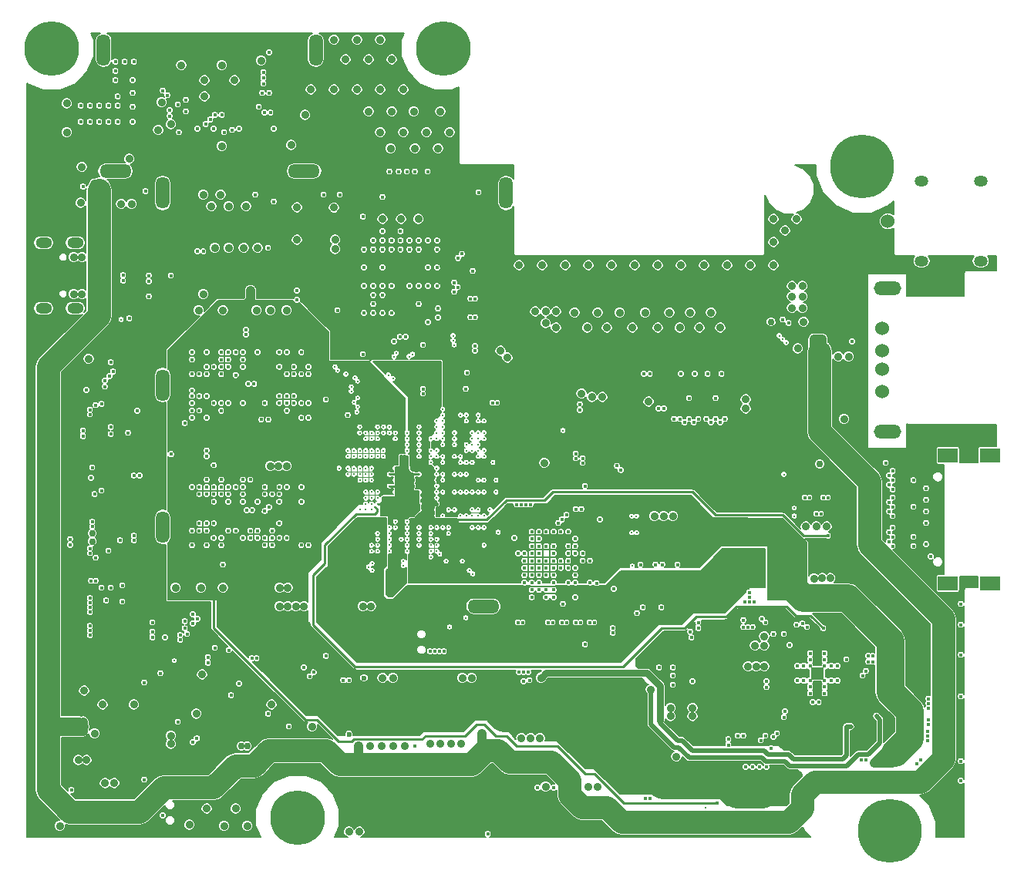
<source format=gbr>
G04 #@! TF.FileFunction,Copper,L5,Inr,Plane*
%FSLAX46Y46*%
G04 Gerber Fmt 4.6, Leading zero omitted, Abs format (unit mm)*
G04 Created by KiCad (PCBNEW no-vcs-found-undefined) date Tue Nov  8 15:56:20 2016*
%MOMM*%
%LPD*%
G01*
G04 APERTURE LIST*
%ADD10C,0.100000*%
%ADD11O,1.524000X1.200000*%
%ADD12C,1.524000*%
%ADD13O,3.000000X1.524000*%
%ADD14R,2.200000X1.600000*%
%ADD15R,0.400000X0.400000*%
%ADD16R,1.422400X1.422400*%
%ADD17O,1.800000X1.200000*%
%ADD18C,6.000000*%
%ADD19C,7.000000*%
%ADD20O,3.500000X1.500000*%
%ADD21O,1.500000X3.500000*%
%ADD22C,0.450000*%
%ADD23C,0.900000*%
%ADD24C,0.327000*%
%ADD25C,0.750000*%
%ADD26C,0.406400*%
%ADD27C,0.600000*%
%ADD28C,1.016000*%
%ADD29C,2.540000*%
%ADD30C,0.508000*%
%ADD31C,2.032000*%
%ADD32C,0.254000*%
%ADD33C,0.406400*%
%ADD34C,0.106680*%
%ADD35C,0.127000*%
%ADD36C,4.064000*%
%ADD37C,0.711200*%
%ADD38C,0.762000*%
%ADD39C,2.286000*%
%ADD40C,3.048000*%
G04 APERTURE END LIST*
D10*
D11*
X205010000Y-27629000D03*
X198510000Y-27629000D03*
X198510000Y-36379000D03*
X205010000Y-36379000D03*
D12*
X194810000Y-32004000D03*
D13*
X194810000Y-39394000D03*
X194810000Y-55094000D03*
D12*
X194210000Y-43744000D03*
X194210000Y-46244000D03*
X194210000Y-48244000D03*
X194210000Y-50744000D03*
D14*
X206000000Y-57726000D03*
X201400000Y-57726000D03*
X201400000Y-71776000D03*
X206000000Y-71776000D03*
D15*
X184871000Y-80861000D03*
X185571000Y-80861000D03*
X186271000Y-80861000D03*
X186271000Y-80161000D03*
X186271000Y-79461000D03*
X187871000Y-79461000D03*
X187871000Y-80161000D03*
X187871000Y-80861000D03*
X188571000Y-80861000D03*
X189271000Y-80861000D03*
X189271000Y-82461000D03*
X188571000Y-82461000D03*
X187871000Y-82461000D03*
X187871000Y-83161000D03*
X187871000Y-83861000D03*
X186271000Y-83861000D03*
X186271000Y-83161000D03*
X186271000Y-82461000D03*
X185571000Y-82461000D03*
X184871000Y-82461000D03*
D16*
X187071000Y-81661000D03*
D17*
X102112000Y-41573000D03*
X105582000Y-41573000D03*
X105582000Y-34373000D03*
X102112000Y-34373000D03*
D18*
X130000000Y-97500000D03*
X146000000Y-13000000D03*
D19*
X192000000Y-26000000D03*
X195000000Y-99000000D03*
D18*
X103000000Y-13000000D03*
D20*
X150400000Y-74300000D03*
D21*
X115200000Y-65600000D03*
X115200000Y-28900000D03*
X152900000Y-28900000D03*
D20*
X110000000Y-26500000D03*
X130700000Y-26500000D03*
D21*
X132000000Y-13200000D03*
X108700000Y-13200000D03*
X115200000Y-50000000D03*
D22*
X194945000Y-69977000D03*
X194945000Y-69469000D03*
D23*
X106426000Y-88011000D03*
X106426000Y-86995000D03*
X187579000Y-44958000D03*
X187579000Y-45974000D03*
X186690000Y-44958000D03*
X186690000Y-45974000D03*
X150241000Y-88265000D03*
X150241000Y-89408000D03*
X151257000Y-89408000D03*
X136652000Y-89662000D03*
X107696000Y-27940000D03*
X107696000Y-28829000D03*
D22*
X123190000Y-91821000D03*
X193294000Y-65151000D03*
D23*
X105918000Y-91186000D03*
D22*
X108458000Y-61595000D03*
X106426000Y-55626000D03*
X106426000Y-54991000D03*
X107442000Y-59055000D03*
X107442000Y-65024000D03*
X107442000Y-65532000D03*
X107188000Y-68453000D03*
X107188000Y-67945000D03*
X107315000Y-71501000D03*
X107823000Y-71501000D03*
X107188000Y-74930000D03*
X107188000Y-74422000D03*
X107188000Y-73914000D03*
X107188000Y-73406000D03*
X107188000Y-77470000D03*
X107188000Y-76962000D03*
X107188000Y-76454000D03*
D23*
X144526000Y-89408000D03*
X145669000Y-89408000D03*
X146812000Y-89408000D03*
X147955000Y-89408000D03*
X106299000Y-26035000D03*
X106172000Y-29972000D03*
X149098000Y-82169000D03*
X139319000Y-31750000D03*
X141351000Y-31750000D03*
X143256000Y-31750000D03*
X145415000Y-24003000D03*
X142875000Y-24003000D03*
X140208000Y-24003000D03*
X115062000Y-18923000D03*
X114681000Y-21971000D03*
X119761000Y-16510000D03*
X119761000Y-18288000D03*
X127000000Y-41783000D03*
X108585000Y-85090000D03*
X116078000Y-88519000D03*
X116078000Y-89408000D03*
D22*
X120904000Y-78867000D03*
D23*
X106553000Y-83566000D03*
X103886000Y-98425000D03*
X121920000Y-98425000D03*
X124460000Y-98425000D03*
X123190000Y-96520000D03*
X120015000Y-96520000D03*
D22*
X130683000Y-81026000D03*
D23*
X128016000Y-72263000D03*
X128905000Y-72263000D03*
D22*
X171196000Y-81915000D03*
X171196000Y-82931000D03*
D23*
X136779000Y-99060000D03*
X135636000Y-99060000D03*
D22*
X155321000Y-81534000D03*
X154813000Y-81534000D03*
X154305000Y-81534000D03*
D23*
X148082000Y-82169000D03*
X140462000Y-82169000D03*
D22*
X145034000Y-79248000D03*
X145542000Y-79248000D03*
X146050000Y-79248000D03*
X155575000Y-63119000D03*
X161163000Y-63627000D03*
X161544000Y-61087000D03*
D23*
X161163000Y-50927000D03*
X163449000Y-51308000D03*
X154305000Y-36830000D03*
X156845000Y-36830000D03*
X159385000Y-36830000D03*
X161925000Y-36830000D03*
X164465000Y-36830000D03*
X167005000Y-36830000D03*
X169545000Y-36830000D03*
X172085000Y-36830000D03*
X174625000Y-36830000D03*
X177165000Y-36830000D03*
X179705000Y-36830000D03*
X182245000Y-36830000D03*
X182245000Y-34290000D03*
X182245000Y-31750000D03*
X183515000Y-33020000D03*
X184785000Y-31750000D03*
X160401000Y-42037000D03*
X158369000Y-43688000D03*
X157226000Y-43180000D03*
X169545000Y-43688000D03*
X166751000Y-43688000D03*
X163957000Y-43688000D03*
X161798000Y-43688000D03*
X162941000Y-42037000D03*
X165354000Y-42037000D03*
X168148000Y-42037000D03*
X170815000Y-42037000D03*
X173101000Y-42037000D03*
X175387000Y-42037000D03*
X174117000Y-43688000D03*
X176403000Y-43688000D03*
D22*
X140589000Y-45212000D03*
X125730000Y-19431000D03*
D23*
X131445000Y-17526000D03*
X141605000Y-17526000D03*
X139065000Y-17526000D03*
X136525000Y-17526000D03*
X133985000Y-17526000D03*
X135255000Y-14224000D03*
X137795000Y-14224000D03*
X140335000Y-14224000D03*
X139065000Y-12065000D03*
X136525000Y-12065000D03*
X133985000Y-12065000D03*
X137795000Y-19939000D03*
X140335000Y-19939000D03*
X142748000Y-19939000D03*
X145669000Y-19939000D03*
X120904000Y-34925000D03*
X122428000Y-34925000D03*
X124079000Y-34925000D03*
X125603000Y-34925000D03*
X152273000Y-46228000D03*
X158368982Y-41910000D03*
X129921000Y-30474490D03*
X157093490Y-58547000D03*
X107055460Y-47117000D03*
D24*
X141375000Y-57850000D03*
D22*
X148590000Y-48641000D03*
X137300000Y-42100000D03*
D23*
X121666000Y-14859000D03*
X185801000Y-65532000D03*
X186944000Y-65532000D03*
X188087000Y-65532000D03*
X109855000Y-93726000D03*
X108839000Y-93726000D03*
D22*
X117094000Y-77978000D03*
X117094000Y-77470000D03*
D23*
X127127000Y-85090000D03*
D25*
X123825000Y-89662000D03*
X124460000Y-89662000D03*
D22*
X194564000Y-58547000D03*
X164592000Y-76708000D03*
X164592000Y-77216000D03*
D23*
X112014000Y-85090000D03*
X118872000Y-86100490D03*
X153035000Y-46990000D03*
X156083000Y-41910000D03*
X157226000Y-41910000D03*
D24*
X149825000Y-65650000D03*
X149825000Y-63700000D03*
D22*
X167894000Y-74422000D03*
X163195000Y-64770000D03*
X171704000Y-69723000D03*
X164719000Y-72390000D03*
X167640000Y-69723000D03*
X169926000Y-74422000D03*
X154686000Y-76073000D03*
X154178000Y-76073000D03*
X159131000Y-74041000D03*
X155067000Y-63119000D03*
X154559000Y-63119000D03*
X154051000Y-63119000D03*
X154900000Y-68500000D03*
X156500000Y-69300000D03*
X155700000Y-73300000D03*
X156500000Y-67700000D03*
X156500000Y-66100000D03*
X156500000Y-70900000D03*
X156500000Y-71700000D03*
X156500000Y-70100000D03*
X159700000Y-71700000D03*
X158900000Y-70100000D03*
X159700000Y-69300000D03*
X159700000Y-70100000D03*
X158900000Y-69300000D03*
D23*
X171958000Y-43688000D03*
X189992000Y-53721000D03*
X190500000Y-46863000D03*
X189357000Y-46863000D03*
D22*
X150876000Y-99314000D03*
D23*
X154559000Y-88773000D03*
X156591000Y-88773000D03*
X155575000Y-88773000D03*
D22*
X191897000Y-91186000D03*
X192405000Y-91186000D03*
D23*
X168529000Y-51816000D03*
X162306000Y-51308000D03*
D22*
X168021000Y-48768000D03*
D23*
X169164000Y-64389000D03*
X170180000Y-64389000D03*
X171196000Y-64389000D03*
D22*
X180086000Y-73787000D03*
X179070000Y-73787000D03*
X179578000Y-72771000D03*
X181483000Y-91948000D03*
X180721000Y-91948000D03*
X179959000Y-91948000D03*
X179197000Y-91948000D03*
X175895000Y-53721000D03*
X172974000Y-51435000D03*
X175895000Y-51435000D03*
X168656000Y-48768000D03*
X176530000Y-48768000D03*
X175006000Y-48768000D03*
X173609000Y-48768000D03*
X172085000Y-48768000D03*
X172974000Y-53721000D03*
D23*
X162941000Y-94107000D03*
X106807000Y-91186000D03*
X138049000Y-74295000D03*
X121539000Y-29083000D03*
X119634000Y-29083000D03*
X124333000Y-30353000D03*
X122428000Y-30353000D03*
X120523000Y-30353000D03*
X139065000Y-22225000D03*
X144145000Y-22225000D03*
X141605000Y-22225000D03*
X146685000Y-22225000D03*
D24*
X147225000Y-56550000D03*
D22*
X113665000Y-40259000D03*
X112014000Y-67056000D03*
X112014000Y-66548000D03*
D23*
X119507000Y-81788000D03*
X111760000Y-30099000D03*
X110617000Y-30099000D03*
X105410000Y-40005000D03*
X106299000Y-40005000D03*
D22*
X134366000Y-41783000D03*
D23*
X125984000Y-14351000D03*
X117221000Y-14859000D03*
X123063000Y-16510000D03*
X129286000Y-23622000D03*
X121666000Y-23749000D03*
X111506000Y-25146000D03*
D22*
X111887000Y-21082000D03*
X111887000Y-19431000D03*
X111887000Y-17907000D03*
X111887000Y-16510000D03*
X109982000Y-16510000D03*
X109982000Y-15494000D03*
X109982000Y-14478000D03*
X110998000Y-14478000D03*
X112014000Y-14478000D03*
X106172000Y-21082000D03*
X107188000Y-21082000D03*
X108204000Y-21082000D03*
X109220000Y-21082000D03*
X110236000Y-21082000D03*
X106172000Y-19304000D03*
X107188000Y-19304000D03*
X108204000Y-19304000D03*
X109220000Y-19304000D03*
X110236000Y-19304000D03*
X110236000Y-18288000D03*
D23*
X104648000Y-22225000D03*
X104648000Y-19050000D03*
D22*
X141097000Y-26543000D03*
D23*
X129921000Y-34036000D03*
X137160000Y-74295000D03*
D26*
X142675000Y-63700000D03*
X142675000Y-61750000D03*
D24*
X142675000Y-59800000D03*
X143325000Y-57850000D03*
X140725000Y-59150000D03*
X140075000Y-59800000D03*
X140725000Y-59800000D03*
X140725000Y-61100000D03*
D26*
X140075000Y-63700000D03*
X140725000Y-63050000D03*
D24*
X138775000Y-63050000D03*
X138125000Y-63700000D03*
D23*
X119634000Y-40005000D03*
D22*
X129921000Y-39624000D03*
D23*
X125476000Y-41783000D03*
X128778000Y-41783000D03*
X121793000Y-41783000D03*
X119126000Y-41783000D03*
X121793000Y-72263000D03*
X119380000Y-72263000D03*
X116586000Y-72263000D03*
D22*
X118400000Y-46400000D03*
X120000000Y-46400000D03*
X121600000Y-46400000D03*
X124000000Y-47200000D03*
X118400000Y-53600000D03*
X120000000Y-53600000D03*
X121600000Y-52800000D03*
X124000000Y-52000000D03*
D23*
X118110000Y-98298000D03*
D22*
X122428000Y-79121000D03*
X122682000Y-84074000D03*
D23*
X131572000Y-87503000D03*
X139319000Y-82169000D03*
D22*
X144526000Y-79248000D03*
X171196000Y-81026000D03*
X169672000Y-81026000D03*
D23*
X157226000Y-94107000D03*
X161925000Y-94107000D03*
D24*
X139425000Y-63700000D03*
D23*
X130683000Y-74295000D03*
X129794000Y-74295000D03*
X128016000Y-74295000D03*
X128905000Y-74295000D03*
D24*
X143325000Y-63700000D03*
D26*
X140075000Y-64350000D03*
D24*
X141375000Y-64350000D03*
X142675000Y-64350000D03*
D23*
X140208000Y-71755000D03*
X140208000Y-72771000D03*
D24*
X150475000Y-61750000D03*
X149825000Y-61750000D03*
D22*
X141300000Y-33100000D03*
X137300000Y-35100000D03*
X137300000Y-37100000D03*
X139300000Y-35100000D03*
X138300000Y-35100000D03*
X141300000Y-35100000D03*
X140300000Y-35100000D03*
X143300000Y-35100000D03*
X142300000Y-35100000D03*
X145300000Y-37100000D03*
X145300000Y-35100000D03*
X139300000Y-40100000D03*
X138300000Y-40100000D03*
X143300000Y-41100000D03*
X143300000Y-39100000D03*
X145400000Y-42600000D03*
D24*
X150475000Y-67600000D03*
X150475000Y-53950000D03*
X145275000Y-59150000D03*
X145275000Y-59800000D03*
X144625000Y-58500000D03*
X145275000Y-61750000D03*
X145275000Y-61100000D03*
X143325000Y-61750000D03*
X143325000Y-59800000D03*
D26*
X142675000Y-61100000D03*
X142675000Y-60450000D03*
D24*
X145275000Y-62400000D03*
D26*
X142675000Y-62400000D03*
D24*
X143325000Y-63050000D03*
X143325000Y-62400000D03*
D26*
X142675000Y-63050000D03*
X142025000Y-63700000D03*
D24*
X142025000Y-64350000D03*
D26*
X142025000Y-62400000D03*
X142025000Y-63050000D03*
X142025000Y-61100000D03*
D24*
X142025000Y-59150000D03*
D26*
X142025000Y-60450000D03*
X141375000Y-61750000D03*
X142025000Y-61750000D03*
X141375000Y-63050000D03*
X141375000Y-62400000D03*
X140725000Y-63700000D03*
X141375000Y-63700000D03*
X140725000Y-62400000D03*
X141375000Y-61100000D03*
D24*
X140725000Y-61750000D03*
D26*
X141375000Y-59800000D03*
X142025000Y-59800000D03*
D24*
X140725000Y-60450000D03*
D26*
X141375000Y-60450000D03*
X141375000Y-59150000D03*
D24*
X140075000Y-61100000D03*
X140725000Y-64350000D03*
X140075000Y-62400000D03*
X139425000Y-62400000D03*
X138125000Y-60450000D03*
X136825000Y-63700000D03*
D22*
X130400000Y-62800000D03*
D23*
X127000000Y-58900000D03*
D24*
X136825000Y-60450000D03*
D22*
X135525000Y-53300000D03*
D24*
X136825000Y-54600000D03*
X139425000Y-54600000D03*
X139425000Y-55250000D03*
D22*
X125600000Y-46400000D03*
X126400000Y-61200000D03*
D23*
X127900000Y-58900000D03*
X128800000Y-58900000D03*
D22*
X126400000Y-52000000D03*
X126800000Y-53800000D03*
X126000000Y-53800000D03*
X128800000Y-52800000D03*
X128000000Y-52000000D03*
X130400000Y-53600000D03*
X131200000Y-67600000D03*
X119200000Y-61200000D03*
X120000000Y-60400000D03*
X121600000Y-60400000D03*
X124000000Y-61200000D03*
X118400000Y-67600000D03*
X120000000Y-67600000D03*
X121600000Y-67600000D03*
X124800000Y-66000000D03*
X128000000Y-61200000D03*
X128000000Y-62000000D03*
X128800000Y-61200000D03*
X126400000Y-66800000D03*
X128000000Y-66800000D03*
D26*
X128800000Y-66800000D03*
D22*
X126400000Y-67600000D03*
X127200000Y-67600000D03*
X130400000Y-67600000D03*
X130400000Y-61200000D03*
D24*
X139425000Y-63050000D03*
D26*
X140075000Y-63050000D03*
D24*
X142025000Y-57850000D03*
X139425000Y-57850000D03*
X137475000Y-57850000D03*
X137475000Y-61750000D03*
X138125000Y-59800000D03*
D22*
X130400000Y-48800000D03*
X128000000Y-48000000D03*
X130400000Y-46400000D03*
X131200000Y-53600000D03*
X128800000Y-46400000D03*
X128000000Y-46400000D03*
X197993000Y-91567000D03*
X198374000Y-91186000D03*
X179959000Y-76581000D03*
X179451000Y-76581000D03*
X178943000Y-76581000D03*
X179578000Y-73787000D03*
X179578000Y-73279000D03*
X178943000Y-88519000D03*
X178308000Y-88519000D03*
D23*
X186690000Y-71247000D03*
X188500000Y-71200000D03*
X187600000Y-71200000D03*
D22*
X199263000Y-85471000D03*
X199263000Y-84963000D03*
X199263000Y-84455000D03*
X199136000Y-88011000D03*
X199136000Y-88519000D03*
X199136000Y-89027000D03*
X197612000Y-60452000D03*
X197612000Y-63373000D03*
X195326000Y-63373000D03*
X195326000Y-60452000D03*
X195326000Y-66675000D03*
X199009000Y-61341000D03*
X199009000Y-62611000D03*
X199009000Y-65151000D03*
X199009000Y-63881000D03*
X202819000Y-76327000D03*
X202819000Y-79629000D03*
X202819000Y-84201000D03*
X202819000Y-91313000D03*
X202819000Y-93472000D03*
X202819000Y-74041000D03*
X197612000Y-66675000D03*
X199009000Y-67500000D03*
X181479065Y-83181065D03*
D23*
X170942000Y-86360000D03*
X170942000Y-85471000D03*
X141732000Y-89662000D03*
X140462000Y-89662000D03*
X139192000Y-89662000D03*
X137922000Y-89662000D03*
X173355000Y-86360000D03*
X173355000Y-85471000D03*
D22*
X142875000Y-89662000D03*
X190246000Y-80137000D03*
X117500000Y-46400000D03*
D23*
X119126000Y-44704000D03*
X121793000Y-44704000D03*
X130175000Y-44704000D03*
X127000000Y-44704000D03*
X124841000Y-39624000D03*
X120015000Y-69469000D03*
X118364000Y-69469000D03*
X126238000Y-69215000D03*
D22*
X120800000Y-46400000D03*
X119200000Y-46400000D03*
X125600000Y-47200000D03*
X123200000Y-48000000D03*
X119200000Y-53600000D03*
X121600000Y-53600000D03*
X124000000Y-52800000D03*
D24*
X140075000Y-59150000D03*
X139425000Y-59800000D03*
X139425000Y-59150000D03*
X140075000Y-60450000D03*
X139425000Y-60450000D03*
X140075000Y-61750000D03*
X139425000Y-61750000D03*
D23*
X127127000Y-69215000D03*
D24*
X140725000Y-57200000D03*
X140725000Y-57850000D03*
D22*
X126400000Y-51200000D03*
X130400000Y-52800000D03*
X128000000Y-52800000D03*
X128800000Y-53600000D03*
X129600000Y-53600000D03*
X119200000Y-60400000D03*
X120800000Y-60400000D03*
X123200000Y-62000000D03*
X119200000Y-67600000D03*
X120800000Y-67600000D03*
X124000000Y-66000000D03*
X124800000Y-61200000D03*
X125600000Y-67600000D03*
X127200000Y-61200000D03*
X128800000Y-62000000D03*
X129600000Y-61200000D03*
X126400000Y-66000000D03*
X128000000Y-67600000D03*
X128800000Y-67600000D03*
X129600000Y-67600000D03*
X130400000Y-62000000D03*
X131400000Y-66500000D03*
X131200000Y-61200000D03*
D24*
X140075000Y-57850000D03*
X138775000Y-59150000D03*
D22*
X128800000Y-48000000D03*
X129600000Y-46400000D03*
X130400000Y-48000000D03*
X131200000Y-46400000D03*
X127200000Y-46400000D03*
X125200000Y-53800000D03*
X176022000Y-95885000D03*
X186563000Y-84836000D03*
D23*
X183388000Y-95631000D03*
X183769000Y-93726000D03*
X181102000Y-95631000D03*
X182245000Y-95631000D03*
D22*
X124333000Y-43942000D03*
X124333000Y-44450000D03*
X116100000Y-57600000D03*
X121793000Y-69723000D03*
X122400000Y-52000000D03*
X129921000Y-40640000D03*
D24*
X138775000Y-57200000D03*
D22*
X161290000Y-60325000D03*
X110490000Y-39624000D03*
X114046000Y-74676000D03*
X112522000Y-98552000D03*
X113157000Y-93980000D03*
X117348000Y-88392000D03*
X167640000Y-59182000D03*
D23*
X177927000Y-51435000D03*
D22*
X153924000Y-94234000D03*
D24*
X145275000Y-64350000D03*
X145275000Y-63700000D03*
X145925000Y-63700000D03*
X145925000Y-63050000D03*
X145275000Y-60450000D03*
D22*
X106426000Y-53340000D03*
X106426000Y-53848000D03*
X110617000Y-51181000D03*
X112649000Y-66548000D03*
X112649000Y-67056000D03*
D23*
X129159000Y-32258000D03*
X128143000Y-32258000D03*
D24*
X146575000Y-61750000D03*
D22*
X201676000Y-92710000D03*
D23*
X111506000Y-22352000D03*
X198882000Y-82423000D03*
X198882000Y-81534000D03*
X198882000Y-83439000D03*
D22*
X138300000Y-42100000D03*
D23*
X134112000Y-34036000D03*
X134112000Y-35052000D03*
D22*
X144300000Y-43100000D03*
X144300000Y-34100000D03*
X142300000Y-34100000D03*
X143300000Y-34100000D03*
X140300000Y-34100000D03*
X141300000Y-34100000D03*
X138300000Y-34100000D03*
X139300000Y-34100000D03*
X139300000Y-37100000D03*
X144300000Y-37100000D03*
X145300000Y-34100000D03*
X137300000Y-39100000D03*
X140300000Y-39100000D03*
X142300000Y-39100000D03*
X145300000Y-39100000D03*
D23*
X133985000Y-30485510D03*
D22*
X139300000Y-33100000D03*
X118999000Y-35306000D03*
D24*
X145925000Y-53950000D03*
D22*
X119634000Y-35306000D03*
D24*
X145925000Y-53300000D03*
D22*
X114046000Y-76073000D03*
X109474000Y-54610000D03*
X143764000Y-50419000D03*
X143764000Y-50927000D03*
X115443000Y-77724000D03*
D24*
X144625000Y-55900000D03*
D22*
X149479000Y-46228000D03*
D23*
X184912000Y-45974000D03*
D22*
X111379000Y-55245000D03*
X193167000Y-79756000D03*
X137160000Y-46609000D03*
X149479000Y-45720000D03*
D24*
X145925000Y-61750000D03*
X144625000Y-57200000D03*
D22*
X192659000Y-79756000D03*
D25*
X187325000Y-58674000D03*
D22*
X151892000Y-51943000D03*
X143764000Y-45593000D03*
X151384000Y-51943000D03*
D24*
X143325000Y-56550000D03*
D22*
X181356000Y-88519000D03*
X180848000Y-89027000D03*
X114046000Y-77089000D03*
D24*
X145275000Y-53950000D03*
X142621000Y-46609000D03*
X142240000Y-46863000D03*
X143325000Y-57200000D03*
X142025000Y-57200000D03*
D22*
X114046000Y-77724000D03*
D24*
X145275000Y-54600000D03*
X140589000Y-46863000D03*
X142025000Y-56550000D03*
X140843000Y-46482000D03*
X142025000Y-55900000D03*
D23*
X106299000Y-35941000D03*
X105410000Y-35941000D03*
X181229000Y-77597000D03*
X181229000Y-78613000D03*
X180213000Y-78613000D03*
D24*
X138125000Y-67600000D03*
D22*
X111506000Y-42672000D03*
X126746000Y-86106000D03*
X123571000Y-82804000D03*
X124968000Y-80010000D03*
X125476000Y-80010000D03*
D27*
X135636000Y-88392000D03*
X137287000Y-82169000D03*
D22*
X185674000Y-62357000D03*
D24*
X145925000Y-60450000D03*
D22*
X186182000Y-62357000D03*
X199263000Y-86741000D03*
X199263000Y-87249000D03*
D23*
X107696000Y-88265000D03*
X173222490Y-87757000D03*
X173222490Y-88773000D03*
D22*
X183896000Y-43180000D03*
D23*
X172085000Y-87757000D03*
X172085000Y-77597000D03*
X171196000Y-77597000D03*
X170307000Y-77597000D03*
D22*
X181991000Y-86614000D03*
X192405000Y-82423000D03*
X192024000Y-82804000D03*
D23*
X180213000Y-79756000D03*
X181229000Y-79756000D03*
X179324000Y-79248000D03*
D22*
X181737000Y-87122000D03*
X181356000Y-87503000D03*
X177673000Y-88138000D03*
X185674000Y-87884000D03*
X186055000Y-86995000D03*
X186055000Y-87503000D03*
X183642000Y-89535000D03*
X183642000Y-89027000D03*
X188849000Y-87757000D03*
X188468000Y-87376000D03*
X188087000Y-86995000D03*
X193167000Y-88265000D03*
X193167000Y-88773000D03*
D23*
X187706000Y-75565000D03*
X188595000Y-76581000D03*
X188595000Y-75565000D03*
D22*
X192151000Y-84836000D03*
X192659000Y-84836000D03*
X193167000Y-84836000D03*
X193040000Y-86741000D03*
X192532000Y-86741000D03*
X184531000Y-87376000D03*
X192024000Y-86741000D03*
X192405000Y-78867000D03*
X193167000Y-78867000D03*
X192786000Y-78486000D03*
X184912000Y-86995000D03*
X161290000Y-58547000D03*
X161290000Y-58039000D03*
D23*
X116078000Y-21336000D03*
D22*
X107188000Y-52705000D03*
X107188000Y-53213000D03*
X187452000Y-64135000D03*
X186944000Y-64135000D03*
D24*
X145925000Y-59800000D03*
D22*
X182626000Y-88265000D03*
X182245000Y-88646000D03*
X114935000Y-81661000D03*
D24*
X145275000Y-55250000D03*
D23*
X130810000Y-20320000D03*
D22*
X160528000Y-58039000D03*
X160528000Y-63627000D03*
X160528000Y-57531000D03*
D24*
X146575000Y-63700000D03*
D22*
X188214000Y-62357000D03*
X193167000Y-80391000D03*
X187706000Y-62357000D03*
D24*
X145925000Y-58500000D03*
D22*
X192659000Y-80391000D03*
D23*
X185547000Y-43053000D03*
D22*
X181991000Y-89916000D03*
X141224000Y-44704000D03*
X149479000Y-40513000D03*
X148971000Y-40513000D03*
D24*
X145275000Y-57850000D03*
D23*
X135636000Y-69723000D03*
X134747000Y-71247000D03*
X135636000Y-70739000D03*
D26*
X136175000Y-66950000D03*
X136175000Y-67600000D03*
X136175000Y-68250000D03*
X136825000Y-68250000D03*
X136175000Y-65650000D03*
X136175000Y-66300000D03*
X136825000Y-67600000D03*
X136825000Y-66950000D03*
X136825000Y-65650000D03*
X136825000Y-66300000D03*
D24*
X137475000Y-66950000D03*
D26*
X137475000Y-66300000D03*
D24*
X138125000Y-66300000D03*
D26*
X137475000Y-65650000D03*
X138125000Y-65650000D03*
D24*
X138775000Y-65650000D03*
D26*
X137475000Y-65000000D03*
X136825000Y-65000000D03*
D24*
X138775000Y-65000000D03*
D26*
X138125000Y-65000000D03*
D23*
X180848000Y-68453000D03*
X180848000Y-69469000D03*
X180848000Y-71501000D03*
X180848000Y-70485000D03*
D22*
X173355000Y-82550000D03*
X181483000Y-82550000D03*
D25*
X181991000Y-43053000D03*
D22*
X141859000Y-44704000D03*
X148971000Y-42545000D03*
X149479000Y-42545000D03*
D24*
X145925000Y-57850000D03*
D22*
X181356000Y-76073000D03*
X180975000Y-75692000D03*
D23*
X195317591Y-91558591D03*
X193294000Y-91561490D03*
X194310000Y-91561490D03*
X144526000Y-71247000D03*
X142748000Y-70993000D03*
D24*
X144625000Y-63050000D03*
X144625000Y-60450000D03*
X144625000Y-61750000D03*
X143975000Y-59800000D03*
X144625000Y-59800000D03*
X142675000Y-59150000D03*
X143325000Y-58500000D03*
X143975000Y-60450000D03*
X143325000Y-60450000D03*
X143975000Y-61750000D03*
X143975000Y-63050000D03*
X145275000Y-63050000D03*
D22*
X187198000Y-84836000D03*
X188214000Y-66548000D03*
D24*
X174752000Y-96393000D03*
D22*
X115189000Y-97282000D03*
D24*
X183642000Y-45339000D03*
X145925000Y-55900000D03*
X147193000Y-45593000D03*
D22*
X185928000Y-76581000D03*
X177292000Y-89535000D03*
X183388000Y-86487000D03*
X148463000Y-50419000D03*
D24*
X145275000Y-57200000D03*
D22*
X156337000Y-94234000D03*
D24*
X145275000Y-55900000D03*
D22*
X140081000Y-26543000D03*
X108966000Y-73660000D03*
D24*
X140075000Y-66950000D03*
D22*
X107823000Y-68961000D03*
X110744000Y-72009000D03*
D24*
X137795000Y-69977000D03*
D22*
X110744000Y-73787000D03*
D24*
X138176000Y-70358000D03*
D22*
X108458000Y-72263000D03*
D24*
X143325000Y-65650000D03*
D22*
X110490000Y-67056000D03*
D24*
X140725000Y-65650000D03*
D22*
X109220000Y-68199000D03*
D24*
X138775000Y-67600000D03*
D22*
X107696000Y-61976000D03*
D24*
X139954000Y-48895000D03*
D22*
X107315000Y-60198000D03*
D24*
X140462000Y-49276000D03*
D22*
X112395000Y-52832000D03*
D24*
X143325000Y-55900000D03*
D22*
X113157000Y-93345000D03*
D24*
X116459000Y-80264000D03*
X140075000Y-65650000D03*
X149175000Y-56550000D03*
D22*
X195326000Y-65659000D03*
D24*
X150475000Y-55250000D03*
D22*
X195326000Y-59436000D03*
D24*
X149825000Y-55900000D03*
D22*
X194945000Y-59944000D03*
X194945000Y-60960000D03*
D24*
X150475000Y-55900000D03*
D22*
X195326000Y-61468000D03*
D24*
X149825000Y-56550000D03*
X149825000Y-57200000D03*
D22*
X195326000Y-62357000D03*
X194945000Y-62865000D03*
D24*
X150475000Y-57200000D03*
D22*
X194945000Y-63881000D03*
D24*
X149825000Y-57850000D03*
X150475000Y-57850000D03*
D22*
X195326000Y-64389000D03*
D24*
X149175000Y-57200000D03*
D22*
X194945000Y-66167000D03*
D24*
X148525000Y-56550000D03*
D22*
X194945000Y-67183000D03*
X199517000Y-68834000D03*
X112014000Y-59944000D03*
D24*
X143325000Y-55250000D03*
D22*
X112649000Y-59944000D03*
D24*
X143325000Y-54600000D03*
D22*
X132842000Y-29083000D03*
X125349000Y-29083000D03*
X149860000Y-28829000D03*
X142875000Y-26543000D03*
X108839000Y-50165000D03*
D24*
X138176000Y-69596000D03*
D22*
X106807000Y-50546000D03*
D24*
X138125000Y-68250000D03*
D22*
X118400000Y-47200000D03*
X118400000Y-61200000D03*
D24*
X140725000Y-55900000D03*
D22*
X124563933Y-49860332D03*
X124425500Y-63754000D03*
X125212053Y-49860332D03*
X125002500Y-63754000D03*
X109474000Y-55372000D03*
D24*
X142025000Y-55250000D03*
D22*
X109474000Y-72263000D03*
D24*
X140075000Y-67600000D03*
D22*
X113665000Y-38608000D03*
X192024000Y-81915000D03*
X147611428Y-36030572D03*
D24*
X149825000Y-53300000D03*
D22*
X110830790Y-38533280D03*
D24*
X110617000Y-42799000D03*
X140075000Y-66300000D03*
D22*
X113284000Y-28702000D03*
X173101000Y-77089000D03*
X183388000Y-77343000D03*
X195326000Y-67691000D03*
D24*
X149175000Y-55900000D03*
D22*
X197612000Y-67691000D03*
X121666000Y-20320000D03*
D24*
X152019000Y-66167000D03*
D22*
X126746000Y-34925000D03*
X127381000Y-21844000D03*
D24*
X145925000Y-52650000D03*
X159131000Y-54991000D03*
X149825000Y-55250000D03*
D22*
X116840000Y-86995000D03*
X158115000Y-94234000D03*
X149225000Y-37465000D03*
X113665000Y-37973000D03*
X192405000Y-81407000D03*
X148044572Y-35597428D03*
D24*
X149825000Y-53950000D03*
D22*
X110830790Y-37920720D03*
X183261000Y-42799000D03*
X141986000Y-26543000D03*
X183997600Y-78587600D03*
X178943000Y-75819000D03*
D24*
X183388000Y-59817000D03*
X147225000Y-57850000D03*
D22*
X173990000Y-76708000D03*
D24*
X183261000Y-44958000D03*
X184531000Y-63500000D03*
X145925000Y-55250000D03*
X147066000Y-45085000D03*
D22*
X185420000Y-76200000D03*
D24*
X182880000Y-44577000D03*
X184531000Y-64389000D03*
X145925000Y-54600000D03*
X147066000Y-44577000D03*
D22*
X184785000Y-76327000D03*
D24*
X144625000Y-57850000D03*
X146685000Y-76581000D03*
X142025000Y-66950000D03*
X148463000Y-75565000D03*
X143325000Y-66300000D03*
D22*
X119888000Y-21336000D03*
X126111000Y-17907000D03*
D24*
X149175000Y-65650000D03*
D22*
X122809000Y-21971000D03*
D24*
X150475000Y-64350000D03*
D22*
X126365000Y-20066000D03*
X120396000Y-20828004D03*
X126238000Y-16891000D03*
D24*
X150475000Y-65650000D03*
D22*
X127000000Y-20066000D03*
X121920000Y-22225000D03*
D24*
X147875000Y-64350000D03*
D22*
X126238000Y-15621000D03*
D24*
X148525000Y-53300000D03*
D22*
X115697000Y-18161000D03*
X118999000Y-75692000D03*
X126873000Y-13462000D03*
X120904000Y-20320000D03*
X126238000Y-16256000D03*
D24*
X147875000Y-53300000D03*
D22*
X126873000Y-17907000D03*
X120777000Y-21844000D03*
D24*
X148525000Y-64350000D03*
D22*
X116967000Y-22225000D03*
D24*
X151125000Y-63700000D03*
D22*
X131754307Y-81564242D03*
X160995839Y-52121440D03*
X160995839Y-52734000D03*
X131321163Y-81997386D03*
X123571000Y-21844000D03*
D24*
X149825000Y-64350000D03*
D22*
X115951000Y-19812000D03*
D24*
X148525000Y-53950000D03*
D22*
X116840000Y-19177000D03*
X117602000Y-76708000D03*
X117729000Y-18669000D03*
X117602000Y-75946000D03*
X118999000Y-21844000D03*
D24*
X147225000Y-55900000D03*
D22*
X115951000Y-20447000D03*
D24*
X147225000Y-55250000D03*
D22*
X126400000Y-62000000D03*
D24*
X135525000Y-57200000D03*
D22*
X125600000Y-62800000D03*
D24*
X135525000Y-57850000D03*
X135525000Y-59150000D03*
D22*
X125600000Y-66000000D03*
X125600000Y-66800000D03*
D24*
X135525000Y-59800000D03*
D22*
X133100000Y-51600000D03*
X128000000Y-51200000D03*
X128000000Y-62800000D03*
D24*
X136175000Y-57850000D03*
D22*
X128000000Y-65200000D03*
D24*
X134550000Y-59150000D03*
D22*
X126397040Y-63848960D03*
D24*
X136175000Y-59150000D03*
D22*
X127200000Y-66800000D03*
D24*
X136175000Y-59800000D03*
D22*
X118400000Y-52800000D03*
D24*
X136825000Y-55250000D03*
D22*
X118400000Y-66000000D03*
X119200000Y-52800000D03*
X119200000Y-66000000D03*
D24*
X137475000Y-57200000D03*
D22*
X127200000Y-62000000D03*
D24*
X136825000Y-57850000D03*
D22*
X120000000Y-57800000D03*
X124000000Y-66800000D03*
D24*
X137475000Y-59150000D03*
X136825000Y-59150000D03*
D22*
X126840960Y-63405040D03*
X127200000Y-66000000D03*
D24*
X136825000Y-59800000D03*
D22*
X117600000Y-54200000D03*
D24*
X137475000Y-63050000D03*
D22*
X121600000Y-66800000D03*
D24*
X136600000Y-52400000D03*
D22*
X129600000Y-52000000D03*
D24*
X136500000Y-52975000D03*
D22*
X128800000Y-52000000D03*
X119200000Y-48800000D03*
D24*
X137475000Y-55250000D03*
D22*
X120000000Y-62000000D03*
X120000000Y-48000000D03*
D24*
X137475000Y-55900000D03*
D22*
X120000000Y-61200000D03*
X120800000Y-48000000D03*
D24*
X138125000Y-57200000D03*
D22*
X120800000Y-61200000D03*
X118400000Y-51200000D03*
X119200000Y-65200000D03*
D24*
X137475000Y-59800000D03*
D22*
X120000000Y-57200000D03*
X123200000Y-66000000D03*
D24*
X137475000Y-60450000D03*
D22*
X120800000Y-52000000D03*
X120000000Y-65200000D03*
D24*
X137475000Y-62400000D03*
D22*
X120000000Y-51200000D03*
X122400000Y-66000000D03*
D24*
X138125000Y-63050000D03*
D22*
X119200000Y-51200000D03*
X120000000Y-66000000D03*
D24*
X137475000Y-63700000D03*
X136600000Y-51400000D03*
D22*
X131200000Y-52000000D03*
X129600000Y-51200000D03*
D24*
X135900000Y-50700000D03*
X136200000Y-51900000D03*
D22*
X130400000Y-52000000D03*
X123200000Y-46400000D03*
D24*
X138125000Y-55250000D03*
D22*
X124000000Y-60400000D03*
X122400000Y-47200000D03*
X123200000Y-61200000D03*
D24*
X138125000Y-55900000D03*
D22*
X122400000Y-46400000D03*
X122400000Y-61200000D03*
D24*
X138125000Y-57850000D03*
D22*
X121600000Y-52000000D03*
D24*
X138125000Y-59150000D03*
D22*
X120800000Y-65200000D03*
X120000000Y-48800000D03*
D24*
X138125000Y-61750000D03*
D22*
X120800000Y-62000000D03*
X118400000Y-50600000D03*
X120800000Y-62800000D03*
D24*
X138125000Y-62400000D03*
X135900000Y-50200000D03*
D22*
X128800000Y-51200000D03*
X121600000Y-48800000D03*
D24*
X138775000Y-54600000D03*
D22*
X122400000Y-62800000D03*
X120800000Y-58800000D03*
D24*
X138775000Y-57850000D03*
D22*
X124800000Y-66800000D03*
X121600000Y-47200000D03*
X121600000Y-62000000D03*
D24*
X138775000Y-61750000D03*
D22*
X118400000Y-52000000D03*
D24*
X138775000Y-62400000D03*
D22*
X120800000Y-66800000D03*
D24*
X138450000Y-63375000D03*
D22*
X187706000Y-76708000D03*
X129600000Y-48800000D03*
D24*
X136300000Y-49200000D03*
D22*
X128800000Y-48800000D03*
D24*
X136600000Y-49600000D03*
D22*
X124000000Y-46400000D03*
D24*
X138775000Y-55900000D03*
D22*
X124800000Y-60400000D03*
X123200000Y-48900000D03*
D24*
X139425000Y-57200000D03*
D22*
X124000000Y-62800000D03*
D24*
X134400000Y-48400000D03*
D22*
X129600000Y-48000000D03*
D24*
X135300000Y-48800000D03*
D22*
X131200000Y-48800000D03*
X122400000Y-48000000D03*
D24*
X140075000Y-54600000D03*
D22*
X122400000Y-62000000D03*
X121600000Y-48000000D03*
D24*
X140075000Y-55250000D03*
D22*
X121600000Y-61200000D03*
X118400000Y-48800000D03*
X119200000Y-62000000D03*
D24*
X138775000Y-55250000D03*
D22*
X131200000Y-48000000D03*
D24*
X134100000Y-48000000D03*
D22*
X124000000Y-48000000D03*
D24*
X140725000Y-55250000D03*
D22*
X124000000Y-62000000D03*
X158100000Y-73300000D03*
D24*
X141375000Y-66950000D03*
D22*
X158100000Y-72500000D03*
D24*
X142025000Y-65650000D03*
D22*
X117856000Y-77343000D03*
X116078000Y-37973000D03*
D24*
X145925000Y-56550000D03*
D22*
X115189000Y-17653000D03*
X118491000Y-75184000D03*
X117729000Y-19938988D03*
X118491000Y-76200000D03*
X106426000Y-28194000D03*
X173990000Y-76073000D03*
D25*
X107442000Y-66294000D03*
X107442000Y-67183000D03*
D23*
X179197000Y-51562000D03*
X179197000Y-52578000D03*
D22*
X107823000Y-52197000D03*
D24*
X147875000Y-58500000D03*
D22*
X108458000Y-52070000D03*
D24*
X147875000Y-57850000D03*
D22*
X108839000Y-49530000D03*
D24*
X149175000Y-63700000D03*
D22*
X109347000Y-49022000D03*
D24*
X147225000Y-59800000D03*
D22*
X109728000Y-48514000D03*
D24*
X151775000Y-60450000D03*
D22*
X109474000Y-47498000D03*
D24*
X149175000Y-61750000D03*
X136175000Y-57200000D03*
X136825000Y-57200000D03*
D22*
X162560000Y-76073000D03*
X162052000Y-76073000D03*
X160500000Y-70900000D03*
X160500000Y-71700000D03*
X160500000Y-68500000D03*
X160500000Y-70100000D03*
X160500000Y-67700000D03*
X159700000Y-67700000D03*
X158623000Y-65151000D03*
X159004000Y-64770000D03*
X156500000Y-68500000D03*
X158100000Y-67700000D03*
X157300000Y-67700000D03*
X160500000Y-73300000D03*
X162100000Y-71700000D03*
X162100000Y-69300000D03*
X161036000Y-76073000D03*
X160528000Y-76073000D03*
X158100000Y-71700000D03*
X157300000Y-70900000D03*
X157300000Y-69300000D03*
X157300000Y-70100000D03*
D23*
X156718000Y-82169000D03*
D22*
X190754000Y-87503000D03*
X190246000Y-87503000D03*
X157988000Y-76073000D03*
X157480000Y-76073000D03*
X158100000Y-70900000D03*
X158100000Y-69300000D03*
X158100000Y-70100000D03*
X161300000Y-69300000D03*
X169291000Y-69723000D03*
X159512000Y-76073000D03*
X159004000Y-76073000D03*
X159700000Y-68500000D03*
X158100000Y-68500000D03*
X161544000Y-78486000D03*
X153797000Y-66802000D03*
D23*
X168783000Y-83439000D03*
D22*
X193929000Y-86741000D03*
X193548000Y-86360000D03*
D24*
X145925000Y-64350000D03*
X147225000Y-63700000D03*
X147875000Y-61750000D03*
D23*
X185420000Y-39116000D03*
X185420000Y-40259000D03*
X185420000Y-41529000D03*
X184277000Y-41529000D03*
X184277000Y-40259000D03*
X184277000Y-39116000D03*
D22*
X144272000Y-26543000D03*
D23*
X181229000Y-80899000D03*
X179451000Y-80899000D03*
X180340000Y-80899000D03*
D22*
X183515000Y-85852000D03*
X177292000Y-88900000D03*
X165053273Y-58881273D03*
X176911000Y-53721000D03*
X165504690Y-59332690D03*
X176403000Y-54102000D03*
D24*
X166674800Y-64414400D03*
D22*
X174879000Y-53721000D03*
D24*
X167208200Y-64414400D03*
D22*
X175387000Y-54102000D03*
D24*
X166674800Y-66217800D03*
D22*
X173482000Y-54102000D03*
D24*
X167233600Y-66217800D03*
D22*
X173990000Y-53721000D03*
X105156000Y-94488000D03*
X113157000Y-82677000D03*
D24*
X142025000Y-65000000D03*
D22*
X171323000Y-53721000D03*
D24*
X141605000Y-69850000D03*
D22*
X155448000Y-82423000D03*
D24*
X166751000Y-69850000D03*
X141605000Y-69342000D03*
D22*
X154813000Y-82550000D03*
X171958000Y-53721000D03*
X167259000Y-75057000D03*
X172466000Y-54102000D03*
D24*
X138775000Y-66300000D03*
D22*
X133096000Y-79756000D03*
X129032000Y-87503000D03*
D24*
X140725000Y-65000000D03*
D22*
X134620000Y-29083000D03*
D24*
X140075000Y-68250000D03*
D22*
X127381000Y-29845000D03*
D24*
X138775000Y-68250000D03*
D22*
X137160000Y-31496000D03*
X139319000Y-29337000D03*
D24*
X138775000Y-66950000D03*
D22*
X140300000Y-42100000D03*
D24*
X151450000Y-58500000D03*
D22*
X157300000Y-73300000D03*
D24*
X148525000Y-61750000D03*
D22*
X147574000Y-39243000D03*
D24*
X151775000Y-61750000D03*
D22*
X147193000Y-38735000D03*
X138300000Y-39100000D03*
D24*
X149825000Y-60450000D03*
X148525000Y-57200000D03*
D22*
X145400000Y-41600000D03*
D24*
X149175000Y-58500000D03*
D22*
X144300000Y-39100000D03*
D24*
X150475000Y-60450000D03*
X147225000Y-61750000D03*
D22*
X147193000Y-39751000D03*
X139300000Y-42100000D03*
D24*
X148525000Y-58500000D03*
D22*
X139300000Y-39100000D03*
D24*
X148525000Y-59800000D03*
D22*
X138300000Y-41100000D03*
D24*
X147875000Y-59800000D03*
D22*
X162814000Y-71755000D03*
D24*
X144625000Y-66300000D03*
D22*
X159512000Y-64262000D03*
X173228000Y-77724000D03*
X182245000Y-77343000D03*
X154900000Y-70900000D03*
D24*
X148844000Y-70358000D03*
X146304000Y-69342000D03*
D22*
X155700000Y-70900000D03*
X155700000Y-67700000D03*
D24*
X146575000Y-65650000D03*
D22*
X156500000Y-66900000D03*
D24*
X145600000Y-68575000D03*
D22*
X158100000Y-66100000D03*
D24*
X145275000Y-67600000D03*
X146575000Y-66300000D03*
D22*
X154200000Y-68500000D03*
X155700000Y-66100000D03*
D24*
X145275000Y-65650000D03*
D22*
X155700000Y-68500000D03*
D24*
X145925000Y-65650000D03*
X145275000Y-68250000D03*
D22*
X157300000Y-66100000D03*
X154900000Y-70100000D03*
D24*
X145275000Y-66950000D03*
D22*
X159700000Y-66100000D03*
D24*
X144625000Y-68250000D03*
D22*
X158900000Y-66100000D03*
D24*
X144625000Y-67600000D03*
D22*
X154900000Y-71700000D03*
D24*
X144625000Y-66950000D03*
D22*
X160500000Y-66900000D03*
D24*
X144625000Y-68900000D03*
X143325000Y-66950000D03*
D22*
X154900000Y-69300000D03*
X155700000Y-66900000D03*
D24*
X144625000Y-65650000D03*
D22*
X155700000Y-72500000D03*
D24*
X143325000Y-67600000D03*
D22*
X157300000Y-72500000D03*
D24*
X142025000Y-68250000D03*
D22*
X156500000Y-72500000D03*
D24*
X142025000Y-67600000D03*
D22*
X155700000Y-69300000D03*
D24*
X142025000Y-66300000D03*
X148082000Y-69342000D03*
D22*
X155700000Y-70100000D03*
X155700000Y-71700000D03*
D24*
X149225000Y-70739000D03*
D22*
X161300000Y-68500000D03*
X170053000Y-69723000D03*
D23*
X171577000Y-90805000D03*
D22*
X168148000Y-95377000D03*
X168656000Y-95377000D03*
D24*
X149175000Y-55250000D03*
D22*
X190881000Y-45212000D03*
D24*
X149175000Y-64350000D03*
D22*
X118942290Y-88787148D03*
X170234053Y-52557887D03*
X118509146Y-89220292D03*
X169621493Y-52557887D03*
X105029000Y-67564000D03*
X120142000Y-80518000D03*
X105029000Y-66929000D03*
X120142000Y-79883000D03*
X135001000Y-82423000D03*
X135636000Y-82423000D03*
D28*
X194945000Y-69977000D02*
X195580000Y-70612000D01*
X195580000Y-70612000D02*
X195580000Y-70345562D01*
D29*
X192786000Y-65151000D02*
X192786000Y-67551562D01*
X192786000Y-67551562D02*
X195580000Y-70345562D01*
X195580000Y-70345562D02*
X200914000Y-75679562D01*
D30*
X194945000Y-69977000D02*
X194945000Y-69469000D01*
D29*
X149098000Y-91694000D02*
X147072990Y-91694000D01*
X150622000Y-90170000D02*
X149098000Y-91694000D01*
X136652000Y-91694000D02*
X134620000Y-91694000D01*
X125222000Y-91821000D02*
X126873000Y-90170000D01*
X125222000Y-91821000D02*
X123190000Y-91821000D01*
X133096000Y-90170000D02*
X126873000Y-90170000D01*
X134620000Y-91694000D02*
X133096000Y-90170000D01*
X147072990Y-91694000D02*
X136652000Y-91694000D01*
D28*
X106426000Y-86995000D02*
X106426000Y-88011000D01*
D29*
X163957000Y-96393000D02*
X161223438Y-96393000D01*
X200914000Y-75679562D02*
X200914000Y-91059000D01*
X161223438Y-96393000D02*
X159893000Y-95062562D01*
X200914000Y-91059000D02*
X198374000Y-93599000D01*
X198374000Y-93599000D02*
X186817000Y-93599000D01*
X159893000Y-93472000D02*
X157861000Y-91440000D01*
X186817000Y-93599000D02*
X185420000Y-94996000D01*
X159893000Y-95062562D02*
X159893000Y-93472000D01*
X185420000Y-94996000D02*
X185420000Y-96520000D01*
X183896000Y-98044000D02*
X165608000Y-98044000D01*
X185420000Y-96520000D02*
X183896000Y-98044000D01*
X165608000Y-98044000D02*
X163957000Y-96393000D01*
X152019000Y-90170000D02*
X150622000Y-90170000D01*
X157861000Y-91440000D02*
X153289000Y-91440000D01*
X153289000Y-91440000D02*
X152019000Y-90170000D01*
X123190000Y-91821000D02*
X120777000Y-94234000D01*
X102616000Y-94488000D02*
X102616000Y-87503000D01*
X105029000Y-96901000D02*
X102616000Y-94488000D01*
X112649000Y-96901000D02*
X105029000Y-96901000D01*
X120777000Y-94234000D02*
X115316000Y-94234000D01*
X115316000Y-94234000D02*
X112649000Y-96901000D01*
D28*
X105283000Y-87757000D02*
X105537000Y-88011000D01*
X105537000Y-88011000D02*
X106426000Y-88011000D01*
D31*
X102616000Y-87503000D02*
X106045000Y-87503000D01*
D29*
X192786000Y-65151000D02*
X192786000Y-60579000D01*
X192786000Y-60579000D02*
X187325000Y-55118000D01*
X187325000Y-55118000D02*
X187325000Y-46355000D01*
D28*
X187325000Y-46355000D02*
X187325000Y-46228000D01*
X187325000Y-46228000D02*
X187579000Y-45974000D01*
D29*
X187325000Y-46355000D02*
X187325000Y-46609000D01*
D28*
X187579000Y-44958000D02*
X187579000Y-45974000D01*
X186690000Y-45974000D02*
X187579000Y-45974000D01*
X186690000Y-44958000D02*
X186690000Y-45974000D01*
X187579000Y-44958000D02*
X186690000Y-44958000D01*
X136652000Y-91694000D02*
X136652000Y-89662000D01*
X150241000Y-88265000D02*
X150241000Y-89408000D01*
X150241000Y-89408000D02*
X151257000Y-89408000D01*
X151257000Y-89535000D02*
X150622000Y-90170000D01*
X151257000Y-89408000D02*
X151257000Y-89535000D01*
X107696000Y-27940000D02*
X108204000Y-28448000D01*
X108204000Y-28448000D02*
X108204000Y-28575000D01*
D29*
X102616000Y-48006000D02*
X108204000Y-42418000D01*
X108204000Y-42418000D02*
X108204000Y-28575000D01*
X102616000Y-87503000D02*
X102616000Y-48006000D01*
D30*
X193294000Y-65151000D02*
X192786000Y-65151000D01*
D29*
X187325000Y-54356000D02*
X187325000Y-54356000D01*
D32*
X143325000Y-63050000D02*
X143325000Y-63700000D01*
D33*
X141700000Y-57850000D02*
X141700000Y-59150000D01*
D32*
X141375000Y-57850000D02*
X141700000Y-57850000D01*
X141700000Y-57850000D02*
X142025000Y-57850000D01*
D33*
X141375000Y-57850000D02*
X141375000Y-59150000D01*
D32*
X142025000Y-57850000D02*
X142025000Y-59150000D01*
D34*
X140400000Y-65325000D02*
X141050000Y-65325000D01*
X141375000Y-64350000D02*
X141700000Y-64675000D01*
X141700000Y-64675000D02*
X141700000Y-67275000D01*
X140725000Y-64350000D02*
X140400000Y-64350000D01*
X140400000Y-64350000D02*
X140400000Y-65325000D01*
X140400000Y-65325000D02*
X140400000Y-65975000D01*
D32*
X138775000Y-63050000D02*
X139425000Y-63050000D01*
X140075000Y-59800000D02*
X140725000Y-59800000D01*
X143325000Y-59800000D02*
X142675000Y-59800000D01*
X142675000Y-64350000D02*
X142025000Y-64350000D01*
X143325000Y-63700000D02*
X143000000Y-63700000D01*
X143000000Y-63700000D02*
X142675000Y-64025000D01*
X142675000Y-64025000D02*
X142675000Y-64350000D01*
X143325000Y-63700000D02*
X142675000Y-64350000D01*
X140075000Y-61100000D02*
X140725000Y-61100000D01*
D33*
X140075000Y-62400000D02*
X140725000Y-62400000D01*
X139425000Y-62400000D02*
X140075000Y-62400000D01*
X139425000Y-63050000D02*
X139425000Y-62400000D01*
D32*
X132080000Y-86741000D02*
X130810000Y-86741000D01*
X135890000Y-89154000D02*
X134493000Y-89154000D01*
X134493000Y-89154000D02*
X132080000Y-86741000D01*
X136144000Y-88900000D02*
X135890000Y-89154000D01*
X143637000Y-88900000D02*
X136144000Y-88900000D01*
X144018000Y-88519000D02*
X143637000Y-88900000D01*
X148336000Y-88519000D02*
X144018000Y-88519000D01*
X150495000Y-87249000D02*
X149606000Y-87249000D01*
X149606000Y-87249000D02*
X148336000Y-88519000D01*
D35*
X122000000Y-62400000D02*
X122000000Y-60800000D01*
X121200000Y-46800000D02*
X124600000Y-46800000D01*
X118800000Y-46800000D02*
X118000000Y-46800000D01*
X121200000Y-47600000D02*
X124300000Y-47600000D01*
X119700000Y-48400000D02*
X122000000Y-48400000D01*
X118800000Y-51600000D02*
X118000000Y-51600000D01*
X122000000Y-52400000D02*
X118000000Y-52400000D01*
X119600000Y-53200000D02*
X118100000Y-53200000D01*
X128400000Y-48400000D02*
X131500000Y-48400000D01*
X129200000Y-52400000D02*
X128400000Y-52400000D01*
X130000000Y-51600000D02*
X127800000Y-51600000D01*
X130000000Y-46000000D02*
X130000000Y-51600000D01*
X130000000Y-51600000D02*
X130000000Y-53200000D01*
X130000000Y-53200000D02*
X129600000Y-53600000D01*
X129200000Y-46000000D02*
X129200000Y-52400000D01*
X129200000Y-52400000D02*
X129200000Y-53200000D01*
X129200000Y-53200000D02*
X128800000Y-53600000D01*
X128400000Y-46000000D02*
X128400000Y-48400000D01*
X128400000Y-48400000D02*
X128400000Y-52400000D01*
X128400000Y-52400000D02*
X128400000Y-54200000D01*
X126400000Y-54200000D02*
X126400000Y-53500000D01*
X123600000Y-46000000D02*
X123600000Y-46800000D01*
X122800000Y-46000000D02*
X122800000Y-54200000D01*
X122000000Y-46000000D02*
X122000000Y-48400000D01*
X122000000Y-48400000D02*
X122000000Y-52400000D01*
X122000000Y-52400000D02*
X122000000Y-54200000D01*
X120800000Y-46400000D02*
X121200000Y-46800000D01*
X121200000Y-46800000D02*
X121200000Y-47600000D01*
X121200000Y-47600000D02*
X121200000Y-54200000D01*
X120800000Y-46400000D02*
X120400000Y-46800000D01*
X120400000Y-46800000D02*
X120400000Y-54200000D01*
X119200000Y-46400000D02*
X119600000Y-46800000D01*
X119600000Y-46800000D02*
X119600000Y-53200000D01*
X119600000Y-53200000D02*
X119600000Y-54200000D01*
X119200000Y-46400000D02*
X118800000Y-46800000D01*
X118800000Y-46800000D02*
X118800000Y-51600000D01*
X118800000Y-51600000D02*
X118800000Y-54200000D01*
X120800000Y-46400000D02*
X121200000Y-46000000D01*
X121200000Y-46000000D02*
X122000000Y-46000000D01*
X122000000Y-46000000D02*
X122800000Y-46000000D01*
X122800000Y-46000000D02*
X123600000Y-46000000D01*
X123600000Y-46000000D02*
X128400000Y-46000000D01*
X128400000Y-46000000D02*
X129200000Y-46000000D01*
X129200000Y-46000000D02*
X130000000Y-46000000D01*
X130000000Y-46000000D02*
X130800000Y-46000000D01*
X130800000Y-46000000D02*
X130800000Y-54200000D01*
X130800000Y-54200000D02*
X128400000Y-54200000D01*
X128400000Y-54200000D02*
X126400000Y-54200000D01*
X126400000Y-54200000D02*
X122800000Y-54200000D01*
X122800000Y-54200000D02*
X122000000Y-54200000D01*
X122000000Y-54200000D02*
X121200000Y-54200000D01*
X121200000Y-54200000D02*
X120400000Y-54200000D01*
X120400000Y-54200000D02*
X119600000Y-54200000D01*
X119600000Y-54200000D02*
X118800000Y-54200000D01*
X122800000Y-62400000D02*
X122000000Y-62400000D01*
X122000000Y-62400000D02*
X120400000Y-62400000D01*
X128450000Y-61650000D02*
X128400000Y-61600000D01*
X128400000Y-61600000D02*
X126100000Y-61600000D01*
X128800000Y-62000000D02*
X128450000Y-61650000D01*
X128450000Y-61650000D02*
X128400000Y-61600000D01*
X128400000Y-61600000D02*
X128400000Y-60900000D01*
X127600000Y-62400000D02*
X127600000Y-60900000D01*
X128800000Y-62100000D02*
X128500000Y-62400000D01*
X128500000Y-62400000D02*
X127600000Y-62400000D01*
X127600000Y-62400000D02*
X126800000Y-62400000D01*
X126800000Y-62400000D02*
X126800000Y-60900000D01*
X118800000Y-61600000D02*
X122800000Y-61600000D01*
X121200000Y-60800000D02*
X121200000Y-63200000D01*
X120400000Y-60800000D02*
X120400000Y-62400000D01*
X120400000Y-62400000D02*
X120400000Y-63200000D01*
X119600000Y-60800000D02*
X119600000Y-63200000D01*
X122100000Y-60800000D02*
X122000000Y-60800000D01*
X122000000Y-60800000D02*
X121200000Y-60800000D01*
X121200000Y-60800000D02*
X120400000Y-60800000D01*
X120400000Y-60800000D02*
X119600000Y-60800000D01*
X119600000Y-60800000D02*
X118800000Y-60800000D01*
X122000000Y-63200000D02*
X122100000Y-63100000D01*
X123200000Y-62100000D02*
X123500000Y-62400000D01*
X123500000Y-62400000D02*
X124300000Y-62400000D01*
X123600000Y-61600000D02*
X124400000Y-61600000D01*
X123200000Y-62000000D02*
X123600000Y-61600000D01*
X123600000Y-61600000D02*
X123600000Y-60800000D01*
X123600000Y-60800000D02*
X124400000Y-60800000D01*
X124400000Y-60800000D02*
X124400000Y-59900000D01*
X122800000Y-63200000D02*
X122000000Y-63200000D01*
X122000000Y-63200000D02*
X121200000Y-63200000D01*
X121200000Y-63200000D02*
X120400000Y-63200000D01*
X120400000Y-63200000D02*
X119600000Y-63200000D01*
X119600000Y-63200000D02*
X118800000Y-63200000D01*
X118800000Y-63200000D02*
X118800000Y-61600000D01*
X118800000Y-61600000D02*
X118800000Y-60800000D01*
X118800000Y-60800000D02*
X118800000Y-60000000D01*
X118800000Y-65600000D02*
X120400000Y-65600000D01*
X120400000Y-65600000D02*
X120400000Y-64800000D01*
X119200000Y-67600000D02*
X119600000Y-67200000D01*
X119600000Y-67200000D02*
X119600000Y-64900000D01*
X119200000Y-67600000D02*
X118800000Y-67200000D01*
X118800000Y-67200000D02*
X118800000Y-65600000D01*
X118800000Y-65600000D02*
X118800000Y-64700000D01*
X121200000Y-67200000D02*
X121900000Y-67200000D01*
X120800000Y-67600000D02*
X121200000Y-67200000D01*
X121200000Y-67200000D02*
X121200000Y-66400000D01*
X130800000Y-67200000D02*
X130800000Y-68000000D01*
D34*
X135850000Y-58500000D02*
X135850000Y-61100000D01*
X135850000Y-61100000D02*
X135850000Y-60775000D01*
X135850000Y-60775000D02*
X135850000Y-61100000D01*
X136500000Y-61100000D02*
X136500000Y-58500000D01*
X136500000Y-58500000D02*
X136500000Y-58825000D01*
X136500000Y-58825000D02*
X136500000Y-58500000D01*
X137150000Y-58500000D02*
X137150000Y-61100000D01*
X137150000Y-61100000D02*
X137150000Y-60775000D01*
X137150000Y-60775000D02*
X137150000Y-61100000D01*
X137800000Y-61100000D02*
X137800000Y-58500000D01*
X135850000Y-56550000D02*
X135850000Y-58500000D01*
X135850000Y-58500000D02*
X135850000Y-58175000D01*
X135850000Y-58175000D02*
X135850000Y-58500000D01*
X136500000Y-58500000D02*
X136500000Y-56550000D01*
X136500000Y-56550000D02*
X136500000Y-56875000D01*
X136500000Y-56875000D02*
X136500000Y-56550000D01*
X137150000Y-56550000D02*
X137150000Y-58500000D01*
X137150000Y-58500000D02*
X137150000Y-58175000D01*
X137150000Y-58175000D02*
X137150000Y-58500000D01*
X137800000Y-58500000D02*
X137800000Y-56550000D01*
X137800000Y-56550000D02*
X137800000Y-56875000D01*
X137800000Y-56875000D02*
X137800000Y-56550000D01*
X138450000Y-56550000D02*
X138450000Y-58500000D01*
X138450000Y-58500000D02*
X138450000Y-58175000D01*
X138450000Y-58175000D02*
X138450000Y-58500000D01*
X139100000Y-56550000D02*
X139100000Y-58500000D01*
X139100000Y-58500000D02*
X139100000Y-58175000D01*
X139100000Y-58175000D02*
X139100000Y-58500000D01*
X137150000Y-54925000D02*
X137150000Y-56550000D01*
X137150000Y-56550000D02*
X137150000Y-56225000D01*
X137150000Y-56225000D02*
X137150000Y-56550000D01*
X137800000Y-54925000D02*
X137800000Y-56550000D01*
X137800000Y-56550000D02*
X137800000Y-56225000D01*
X137800000Y-56225000D02*
X137800000Y-56550000D01*
X138450000Y-54925000D02*
X138450000Y-56550000D01*
X138450000Y-56550000D02*
X138450000Y-56225000D01*
X138450000Y-56225000D02*
X138450000Y-56550000D01*
X139100000Y-54925000D02*
X139100000Y-55575000D01*
X139100000Y-54925000D02*
X139100000Y-54275000D01*
X140400000Y-55575000D02*
X140400000Y-54925000D01*
X139750000Y-54925000D02*
X139750000Y-55575000D01*
X139750000Y-54925000D02*
X139750000Y-54275000D01*
D32*
X176022000Y-95885000D02*
X165817000Y-95885000D01*
X165817000Y-95885000D02*
X162642000Y-92710000D01*
X162642000Y-92710000D02*
X161544000Y-92710000D01*
X161544000Y-92710000D02*
X158496000Y-89662000D01*
X158496000Y-89662000D02*
X154051000Y-89662000D01*
X154051000Y-89662000D02*
X152908000Y-88519000D01*
X152908000Y-88519000D02*
X151765000Y-88519000D01*
X151765000Y-88519000D02*
X150495000Y-87249000D01*
X130810000Y-86741000D02*
X120747000Y-76678000D01*
X120747000Y-76678000D02*
X120747000Y-71486000D01*
D28*
X152527000Y-85852000D02*
X133604000Y-85852000D01*
X133604000Y-85852000D02*
X129413000Y-81661000D01*
X129413000Y-81661000D02*
X129413000Y-79375000D01*
X129413000Y-79375000D02*
X127127000Y-77089000D01*
D36*
X180975000Y-94488000D02*
X178308000Y-94488000D01*
X178308000Y-94488000D02*
X177292000Y-93472000D01*
X170207678Y-93472000D02*
X166524678Y-89789000D01*
X162306000Y-89789000D02*
X158623000Y-86106000D01*
X177292000Y-93472000D02*
X170207678Y-93472000D01*
X127127000Y-77089000D02*
X125984000Y-77089000D01*
X166524678Y-89789000D02*
X162306000Y-89789000D01*
X158623000Y-86106000D02*
X152781000Y-86106000D01*
X152781000Y-86106000D02*
X152527000Y-85852000D01*
X125095000Y-76200000D02*
X125095000Y-73279000D01*
X125984000Y-77089000D02*
X125095000Y-76200000D01*
D28*
X126238000Y-69215000D02*
X125095000Y-70358000D01*
X125095000Y-73279000D02*
X125095000Y-70358000D01*
D35*
X124400000Y-66400000D02*
X122800000Y-66400000D01*
X122800000Y-66400000D02*
X122800000Y-63200000D01*
X122800000Y-63200000D02*
X122800000Y-62400000D01*
X122800000Y-62400000D02*
X122800000Y-61600000D01*
X122800000Y-61600000D02*
X122800000Y-60800000D01*
X128400000Y-67200000D02*
X128400000Y-66400000D01*
X124400000Y-66400000D02*
X128400000Y-66400000D01*
X128400000Y-66400000D02*
X129600000Y-66400000D01*
X129600000Y-66400000D02*
X129700000Y-66400000D01*
X124400000Y-67200000D02*
X128400000Y-67200000D01*
X128400000Y-67200000D02*
X130800000Y-67200000D01*
X130800000Y-67200000D02*
X131600000Y-67200000D01*
X125211500Y-68188500D02*
X124400000Y-67377000D01*
X124400000Y-67377000D02*
X124400000Y-67200000D01*
X124400000Y-67200000D02*
X124400000Y-66400000D01*
X124400000Y-66400000D02*
X124400000Y-65500000D01*
X126238000Y-69215000D02*
X125211500Y-68188500D01*
X125211500Y-68188500D02*
X125200000Y-68177000D01*
X125200000Y-68177000D02*
X125200000Y-65500000D01*
X126238000Y-69215000D02*
X126000000Y-68977000D01*
X126000000Y-68977000D02*
X126000000Y-65500000D01*
X127127000Y-69215000D02*
X127600000Y-68742000D01*
X127600000Y-68742000D02*
X127600000Y-65700000D01*
X127127000Y-69215000D02*
X126800000Y-68888000D01*
X126800000Y-68888000D02*
X126800000Y-65500000D01*
D34*
X141375000Y-54925000D02*
X140400000Y-54925000D01*
X140400000Y-54925000D02*
X139750000Y-54925000D01*
X139750000Y-54925000D02*
X139100000Y-54925000D01*
X139100000Y-54925000D02*
X138450000Y-54925000D01*
X138450000Y-54925000D02*
X137800000Y-54925000D01*
X137800000Y-54925000D02*
X137150000Y-54925000D01*
X137150000Y-54925000D02*
X136500000Y-54925000D01*
X141375000Y-55575000D02*
X140400000Y-55575000D01*
X140400000Y-55575000D02*
X139750000Y-55575000D01*
X139750000Y-55575000D02*
X139100000Y-55575000D01*
X139100000Y-55575000D02*
X136500000Y-55575000D01*
X140075000Y-57850000D02*
X139750000Y-57525000D01*
X139750000Y-57525000D02*
X134875000Y-57525000D01*
X138775000Y-59150000D02*
X138450000Y-59475000D01*
X138450000Y-59475000D02*
X135200000Y-59475000D01*
X139425000Y-60450000D02*
X139100000Y-60125000D01*
X139100000Y-60125000D02*
X136500000Y-60125000D01*
X137800000Y-62725000D02*
X137800000Y-61100000D01*
X138450000Y-62725000D02*
X138450000Y-61100000D01*
X138450000Y-61100000D02*
X138450000Y-61425000D01*
X138450000Y-61425000D02*
X138450000Y-61100000D01*
X136825000Y-62075000D02*
X136825000Y-62725000D01*
X136825000Y-62725000D02*
X137800000Y-62725000D01*
X137800000Y-62725000D02*
X138450000Y-62725000D01*
X139425000Y-61750000D02*
X139100000Y-62075000D01*
X139100000Y-62075000D02*
X136825000Y-62075000D01*
D37*
X140725000Y-57200000D02*
X140075000Y-57200000D01*
X138775000Y-58500000D02*
X139100000Y-58500000D01*
X139100000Y-58500000D02*
X140075000Y-58500000D01*
X140075000Y-59150000D02*
X139425000Y-59150000D01*
X140075000Y-57850000D02*
X140075000Y-58500000D01*
X140075000Y-58500000D02*
X140075000Y-59150000D01*
X140725000Y-57200000D02*
X141375000Y-56550000D01*
X141375000Y-56550000D02*
X141375000Y-55575000D01*
X141375000Y-55575000D02*
X141375000Y-54925000D01*
X141375000Y-54925000D02*
X141375000Y-52975000D01*
D28*
X124841000Y-39624000D02*
X124841000Y-40640000D01*
X124841000Y-40640000D02*
X124333000Y-41148000D01*
D37*
X138775000Y-59150000D02*
X138775000Y-58500000D01*
X138775000Y-58500000D02*
X138450000Y-58500000D01*
X138450000Y-58500000D02*
X137800000Y-58500000D01*
X137800000Y-58500000D02*
X137150000Y-58500000D01*
X137150000Y-58500000D02*
X136500000Y-58500000D01*
D38*
X136500000Y-58500000D02*
X136500000Y-58500000D01*
D37*
X136500000Y-58500000D02*
X135850000Y-58500000D01*
X135850000Y-58500000D02*
X135200000Y-58500000D01*
X138775000Y-59150000D02*
X139425000Y-59150000D01*
X139425000Y-59800000D02*
X139425000Y-59150000D01*
D32*
X176022000Y-95885000D02*
X176022000Y-95885000D01*
D37*
X134875000Y-61100000D02*
X135850000Y-61100000D01*
X135850000Y-61100000D02*
X136500000Y-61100000D01*
X136500000Y-61100000D02*
X137150000Y-61100000D01*
X137150000Y-61100000D02*
X137800000Y-61100000D01*
X137800000Y-61100000D02*
X138450000Y-61100000D01*
X138450000Y-61100000D02*
X139425000Y-61100000D01*
X139425000Y-59800000D02*
X139425000Y-61100000D01*
X140075000Y-57850000D02*
X140075000Y-57200000D01*
X140075000Y-57200000D02*
X140075000Y-56550000D01*
X140075000Y-56550000D02*
X139100000Y-56550000D01*
X139100000Y-56550000D02*
X138450000Y-56550000D01*
X138450000Y-56550000D02*
X137800000Y-56550000D01*
D38*
X137800000Y-56550000D02*
X137800000Y-56550000D01*
D37*
X137800000Y-56550000D02*
X137150000Y-56550000D01*
X137150000Y-56550000D02*
X136500000Y-56550000D01*
X136500000Y-56550000D02*
X135850000Y-56550000D01*
X135850000Y-56550000D02*
X134875000Y-56550000D01*
D28*
X183388000Y-95631000D02*
X182245000Y-95631000D01*
X182245000Y-95631000D02*
X181102000Y-95631000D01*
X183769000Y-93726000D02*
X183388000Y-94107000D01*
X183388000Y-94107000D02*
X183388000Y-95631000D01*
D34*
X145925000Y-63050000D02*
X147550000Y-63050000D01*
X147550000Y-63050000D02*
X147875000Y-63050000D01*
X147875000Y-63050000D02*
X148850000Y-64025000D01*
X148850000Y-64025000D02*
X150150000Y-64025000D01*
D29*
X198120000Y-82423000D02*
X198120000Y-76835000D01*
X198120000Y-76835000D02*
X189992000Y-68707000D01*
X189992000Y-68707000D02*
X189992000Y-61595000D01*
X189992000Y-61595000D02*
X189103000Y-60706000D01*
X189103000Y-60706000D02*
X186817000Y-60706000D01*
D32*
X153924000Y-94234000D02*
X153416000Y-94234000D01*
D34*
X145600000Y-62725000D02*
X145600000Y-60775000D01*
X145925000Y-63050000D02*
X145600000Y-62725000D01*
D32*
X145275000Y-60450000D02*
X145600000Y-60775000D01*
D34*
X145600000Y-60775000D02*
X145600000Y-59475000D01*
D28*
X198882000Y-82423000D02*
X198120000Y-82423000D01*
X198882000Y-82423000D02*
X198882000Y-81534000D01*
X198882000Y-83439000D02*
X198882000Y-82423000D01*
D30*
X173603490Y-88138000D02*
X173222490Y-87757000D01*
X177673000Y-88138000D02*
X173603490Y-88138000D01*
D28*
X178054000Y-79248000D02*
X177292000Y-80010000D01*
X179324000Y-79248000D02*
X178054000Y-79248000D01*
X179324000Y-79248000D02*
X179070000Y-78994000D01*
X179070000Y-78994000D02*
X179070000Y-77978000D01*
X179768500Y-79756000D02*
X178943000Y-79756000D01*
X178943000Y-79756000D02*
X178054000Y-80645000D01*
X181229000Y-79756000D02*
X182753000Y-79756000D01*
X180213000Y-79756000D02*
X179768500Y-79756000D01*
X179768500Y-79756000D02*
X181229000Y-79756000D01*
D38*
X179324000Y-79248000D02*
X179832000Y-79756000D01*
D28*
X179832000Y-79756000D02*
X180213000Y-79756000D01*
D34*
X138450000Y-66625000D02*
X139100000Y-66625000D01*
X138450000Y-67925000D02*
X139100000Y-67925000D01*
X139100000Y-67925000D02*
X139100000Y-67275000D01*
X139100000Y-67275000D02*
X138450000Y-67275000D01*
X138450000Y-67925000D02*
X137800000Y-67925000D01*
X138125000Y-66300000D02*
X138450000Y-66625000D01*
X138450000Y-66625000D02*
X138450000Y-67275000D01*
X138450000Y-67275000D02*
X138450000Y-67925000D01*
X138450000Y-67925000D02*
X138450000Y-68575000D01*
D35*
X158700000Y-72900000D02*
X158700000Y-72100000D01*
X158700000Y-72100000D02*
X154400000Y-72100000D01*
X160000000Y-77314001D02*
X160000000Y-74200000D01*
X160000000Y-74200000D02*
X158700000Y-72900000D01*
X158700000Y-72900000D02*
X154400000Y-72900000D01*
D36*
X135890000Y-77089000D02*
X134239000Y-75438000D01*
X142240000Y-74803000D02*
X139954000Y-77089000D01*
X143637000Y-74676000D02*
X142240000Y-74676000D01*
X142240000Y-74676000D02*
X142240000Y-74803000D01*
D39*
X179705000Y-69977000D02*
X178435000Y-69977000D01*
D36*
X178435000Y-69977000D02*
X175641000Y-72771000D01*
D28*
X175641000Y-72771000D02*
X172974000Y-72771000D01*
X172974000Y-72771000D02*
X172466010Y-73278990D01*
X172466010Y-73278990D02*
X166751010Y-73278990D01*
X166751010Y-73278990D02*
X162715999Y-77314001D01*
X162715999Y-77314001D02*
X160000000Y-77314001D01*
X160000000Y-77314001D02*
X159667999Y-77314001D01*
X159667999Y-77314001D02*
X158496000Y-78486000D01*
X158496000Y-78486000D02*
X152781000Y-78486000D01*
D30*
X152781000Y-78486000D02*
X147447000Y-78486000D01*
X147447000Y-78486000D02*
X143637000Y-74676000D01*
D28*
X180848000Y-69977000D02*
X179705000Y-69977000D01*
D36*
X135890000Y-77089000D02*
X139954000Y-77089000D01*
X134239000Y-75438000D02*
X134239000Y-74168000D01*
D28*
X180848000Y-69469000D02*
X180848000Y-68453000D01*
X180848000Y-70485000D02*
X180848000Y-69977000D01*
X180848000Y-69977000D02*
X180848000Y-69469000D01*
X180848000Y-71501000D02*
X180848000Y-70485000D01*
D34*
X146250000Y-65000000D02*
X146250000Y-65975000D01*
X146250000Y-65975000D02*
X146900000Y-65975000D01*
X144950000Y-65975000D02*
X142675000Y-65975000D01*
X142675000Y-65975000D02*
X143000000Y-65975000D01*
X143000000Y-65975000D02*
X142675000Y-65975000D01*
X144950000Y-66625000D02*
X142675000Y-66625000D01*
X144950000Y-67275000D02*
X142675000Y-67275000D01*
X145600000Y-67275000D02*
X145600000Y-67925000D01*
X145600000Y-67925000D02*
X142675000Y-67925000D01*
X142675000Y-67925000D02*
X143000000Y-67925000D01*
X143000000Y-67925000D02*
X142675000Y-67925000D01*
X144950000Y-67275000D02*
X144950000Y-69225000D01*
D35*
X160900000Y-68100000D02*
X160900000Y-68900000D01*
X160100000Y-71300000D02*
X160100000Y-66500000D01*
X159300000Y-71300000D02*
X159300000Y-65700000D01*
X158500000Y-71300000D02*
X158500000Y-65800000D01*
X157700000Y-71300000D02*
X157700000Y-65500000D01*
X156900000Y-71300000D02*
X156900000Y-65500000D01*
X156100000Y-71300000D02*
X156100000Y-65500000D01*
X155300000Y-71300000D02*
X155300000Y-66500000D01*
X153200000Y-67300000D02*
X161700000Y-67300000D01*
X161700000Y-68100000D02*
X160900000Y-68100000D01*
X160900000Y-68100000D02*
X153200000Y-68100000D01*
X153200000Y-68900000D02*
X160900000Y-68900000D01*
X160900000Y-68900000D02*
X161700000Y-68900000D01*
X161700000Y-68100000D02*
X162618000Y-68100000D01*
X162618000Y-68100000D02*
X162900000Y-67818000D01*
X161700000Y-69700000D02*
X161700000Y-68900000D01*
X161700000Y-68900000D02*
X161700000Y-68100000D01*
X161700000Y-68100000D02*
X161700000Y-67300000D01*
X154600000Y-66500000D02*
X154300000Y-66200000D01*
X154300000Y-66200000D02*
X153600000Y-66200000D01*
X153600000Y-66200000D02*
X153200000Y-66600000D01*
X153200000Y-69700000D02*
X161700000Y-69700000D01*
X161700000Y-70500000D02*
X153200000Y-70500000D01*
X161700000Y-69700000D02*
X161700000Y-70500000D01*
X161700000Y-70500000D02*
X161700000Y-71300000D01*
X161700000Y-71300000D02*
X160100000Y-71300000D01*
X160100000Y-71300000D02*
X159300000Y-71300000D01*
X159300000Y-71300000D02*
X158500000Y-71300000D01*
X158500000Y-71300000D02*
X157700000Y-71300000D01*
X157700000Y-71300000D02*
X156900000Y-71300000D01*
X156900000Y-71300000D02*
X156100000Y-71300000D01*
X156100000Y-71300000D02*
X155300000Y-71300000D01*
X155300000Y-71300000D02*
X153200000Y-71300000D01*
X153200000Y-71300000D02*
X153200000Y-70500000D01*
X153200000Y-70500000D02*
X153200000Y-69700000D01*
X153200000Y-69700000D02*
X153200000Y-68900000D01*
X153200000Y-68900000D02*
X153200000Y-68100000D01*
X153200000Y-68100000D02*
X153200000Y-67300000D01*
X153200000Y-67300000D02*
X153200000Y-66600000D01*
X162900000Y-67818000D02*
X161582000Y-66500000D01*
X161582000Y-66500000D02*
X160100000Y-66500000D01*
X160100000Y-66500000D02*
X155300000Y-66500000D01*
X155300000Y-66500000D02*
X154600000Y-66500000D01*
D32*
X188214000Y-66548000D02*
X185547000Y-66548000D01*
X185547000Y-66548000D02*
X183261000Y-64262000D01*
X183261000Y-64262000D02*
X175895000Y-64262000D01*
X175895000Y-64262000D02*
X173355000Y-61722000D01*
X173355000Y-61722000D02*
X157988000Y-61722000D01*
X157988000Y-61722000D02*
X157099000Y-62611000D01*
X157099000Y-62611000D02*
X152908000Y-62611000D01*
X147550000Y-64770000D02*
X147320000Y-65000000D01*
X152908000Y-62611000D02*
X150749000Y-64770000D01*
X150749000Y-64770000D02*
X147550000Y-64770000D01*
D28*
X193743999Y-91111491D02*
X193294000Y-91561490D01*
X195580000Y-90424000D02*
X194431490Y-90424000D01*
X194312899Y-91558591D02*
X194310000Y-91561490D01*
X195317591Y-91558591D02*
X194312899Y-91558591D01*
X194431490Y-90424000D02*
X193743999Y-91111491D01*
X194310000Y-91561490D02*
X193294000Y-91561490D01*
D40*
X197231000Y-88773000D02*
X195580000Y-90424000D01*
X184277000Y-72136000D02*
X184277000Y-68326000D01*
X174498000Y-66167000D02*
X172847000Y-67818000D01*
X184277000Y-68326000D02*
X182118000Y-66167000D01*
X182118000Y-66167000D02*
X174498000Y-66167000D01*
D30*
X172847000Y-67818000D02*
X162900000Y-67818000D01*
X162900000Y-67818000D02*
X162941000Y-67818000D01*
D40*
X185547000Y-73406000D02*
X184277000Y-72136000D01*
X190373000Y-73406000D02*
X185547000Y-73406000D01*
X197231000Y-85852000D02*
X195072000Y-83693000D01*
X195072000Y-83693000D02*
X195072000Y-78105000D01*
X195072000Y-78105000D02*
X190373000Y-73406000D01*
X197231000Y-85852000D02*
X197231000Y-88773000D01*
X195580000Y-90424000D02*
X195580000Y-90424000D01*
D34*
X144950000Y-67275000D02*
X145600000Y-67275000D01*
X145600000Y-65975000D02*
X144950000Y-65975000D01*
X144950000Y-67275000D02*
X144950000Y-66625000D01*
X144950000Y-66625000D02*
X144950000Y-65975000D01*
X144950000Y-65975000D02*
X144950000Y-65000000D01*
X144950000Y-65000000D02*
X144950000Y-65325000D01*
X144950000Y-65325000D02*
X144950000Y-65000000D01*
X145600000Y-65000000D02*
X145600000Y-65975000D01*
X145600000Y-65975000D02*
X145600000Y-67275000D01*
D33*
X145275000Y-63050000D02*
X144625000Y-63050000D01*
X144625000Y-63050000D02*
X144950000Y-63050000D01*
X144950000Y-63050000D02*
X144625000Y-63050000D01*
D37*
X142675000Y-59150000D02*
X142675000Y-52975000D01*
X142675000Y-59150000D02*
X143975000Y-59150000D01*
X143975000Y-64350000D02*
X143975000Y-63050000D01*
D38*
X144625000Y-63050000D02*
X144625000Y-63050000D01*
D37*
X144625000Y-63050000D02*
X144625000Y-65000000D01*
X144625000Y-65000000D02*
X144625000Y-64675000D01*
X144625000Y-64675000D02*
X144625000Y-65000000D01*
X144625000Y-59800000D02*
X144625000Y-59150000D01*
X144625000Y-59150000D02*
X143975000Y-59150000D01*
X143975000Y-59150000D02*
X144300000Y-59150000D01*
D38*
X144300000Y-59150000D02*
X143975000Y-59150000D01*
D37*
X144625000Y-63050000D02*
X144625000Y-59800000D01*
X143975000Y-59800000D02*
X143975000Y-63050000D01*
X143975000Y-59800000D02*
X143975000Y-59150000D01*
X143975000Y-59150000D02*
X143975000Y-52975000D01*
X142675000Y-69225000D02*
X142675000Y-68575000D01*
X142675000Y-68575000D02*
X142675000Y-67925000D01*
X142675000Y-67925000D02*
X142675000Y-67275000D01*
X142675000Y-67275000D02*
X142675000Y-66625000D01*
X142675000Y-66625000D02*
X142675000Y-65975000D01*
X142675000Y-65975000D02*
X142675000Y-65000000D01*
X143975000Y-65000000D02*
X144625000Y-65000000D01*
X144625000Y-65000000D02*
X144950000Y-65000000D01*
X144950000Y-65000000D02*
X145600000Y-65000000D01*
X145600000Y-65000000D02*
X146250000Y-65000000D01*
X146250000Y-65000000D02*
X147320000Y-65000000D01*
X147320000Y-65000000D02*
X147225000Y-65000000D01*
X143975000Y-65000000D02*
X142675000Y-65000000D01*
X143975000Y-64350000D02*
X143975000Y-65000000D01*
X143975000Y-65000000D02*
X143975000Y-69225000D01*
D32*
X138684000Y-63609000D02*
X138684000Y-63881000D01*
X138450000Y-63375000D02*
X138684000Y-63609000D01*
X136271000Y-80899000D02*
X165735000Y-80899000D01*
X132969000Y-69596000D02*
X131699000Y-70866000D01*
X138684000Y-63881000D02*
X138430000Y-64135000D01*
X165735000Y-80899000D02*
X169926000Y-76708000D01*
X132969000Y-67564000D02*
X132969000Y-69596000D01*
X177038000Y-75438000D02*
X178181000Y-74295000D01*
X138430000Y-64135000D02*
X136398000Y-64135000D01*
X136398000Y-64135000D02*
X132969000Y-67564000D01*
X169926000Y-76708000D02*
X172466000Y-76708000D01*
X131699000Y-70866000D02*
X131699000Y-76327000D01*
X178181000Y-74295000D02*
X183642000Y-74295000D01*
X172466000Y-76708000D02*
X173736000Y-75438000D01*
X131699000Y-76327000D02*
X136271000Y-80899000D01*
X173736000Y-75438000D02*
X177038000Y-75438000D01*
X183642000Y-74295000D02*
X184658000Y-75311000D01*
X184658000Y-75311000D02*
X186309000Y-75311000D01*
X186309000Y-75311000D02*
X187706000Y-76708000D01*
D38*
X157230779Y-81656221D02*
X168397221Y-81656221D01*
X168397221Y-81656221D02*
X169799000Y-83058000D01*
X169799000Y-83058000D02*
X169799000Y-86868000D01*
D30*
X169799000Y-86868000D02*
X169799000Y-87122000D01*
D38*
X157230779Y-81656221D02*
X156718000Y-82169000D01*
D30*
X181610000Y-90551000D02*
X181229000Y-90170000D01*
X171704000Y-89027000D02*
X169799000Y-87122000D01*
X173355000Y-90170000D02*
X172212000Y-89027000D01*
X172212000Y-89027000D02*
X171704000Y-89027000D01*
X184404000Y-91059000D02*
X183896000Y-90551000D01*
X183896000Y-90551000D02*
X181610000Y-90551000D01*
X181229000Y-90170000D02*
X173355000Y-90170000D01*
X190246000Y-87503000D02*
X190246000Y-90678000D01*
X190246000Y-90678000D02*
X189865000Y-91059000D01*
X189865000Y-91059000D02*
X184404000Y-91059000D01*
X190246000Y-87503000D02*
X190754000Y-87503000D01*
X168783000Y-83439000D02*
X168783000Y-87249000D01*
X171831000Y-89789000D02*
X172974000Y-90932000D01*
X168783000Y-87249000D02*
X171323000Y-89789000D01*
X184023000Y-91821000D02*
X190246000Y-91821000D01*
X171323000Y-89789000D02*
X171831000Y-89789000D01*
X180975000Y-90932000D02*
X181356000Y-91313000D01*
X172974000Y-90932000D02*
X180975000Y-90932000D01*
X181356000Y-91313000D02*
X183515000Y-91313000D01*
X193929000Y-89281000D02*
X193929000Y-86741000D01*
X183515000Y-91313000D02*
X184023000Y-91821000D01*
X192659000Y-90551000D02*
X193929000Y-89281000D01*
X190246000Y-91821000D02*
X191516000Y-90551000D01*
X191516000Y-90551000D02*
X192659000Y-90551000D01*
X193929000Y-86741000D02*
X193548000Y-86360000D01*
D35*
G36*
X108034966Y-11496949D02*
X107831091Y-11802069D01*
X107759500Y-12161983D01*
X107759500Y-14238017D01*
X107831091Y-14597931D01*
X108034966Y-14903051D01*
X108340086Y-15106926D01*
X108700000Y-15178517D01*
X109059914Y-15106926D01*
X109241125Y-14985844D01*
X116580389Y-14985844D01*
X116677694Y-15221340D01*
X116857712Y-15401673D01*
X117093038Y-15499388D01*
X117347844Y-15499611D01*
X117583340Y-15402306D01*
X117763673Y-15222288D01*
X117861388Y-14986962D01*
X117861388Y-14985844D01*
X121025389Y-14985844D01*
X121122694Y-15221340D01*
X121302712Y-15401673D01*
X121538038Y-15499388D01*
X121792844Y-15499611D01*
X122028340Y-15402306D01*
X122208673Y-15222288D01*
X122306388Y-14986962D01*
X122306611Y-14732156D01*
X122209306Y-14496660D01*
X122190523Y-14477844D01*
X125343389Y-14477844D01*
X125440694Y-14713340D01*
X125620712Y-14893673D01*
X125856038Y-14991388D01*
X126110844Y-14991611D01*
X126346340Y-14894306D01*
X126526673Y-14714288D01*
X126624388Y-14478962D01*
X126624611Y-14224156D01*
X126527306Y-13988660D01*
X126347288Y-13808327D01*
X126111962Y-13710612D01*
X125857156Y-13710389D01*
X125621660Y-13807694D01*
X125441327Y-13987712D01*
X125343612Y-14223038D01*
X125343389Y-14477844D01*
X122190523Y-14477844D01*
X122029288Y-14316327D01*
X121793962Y-14218612D01*
X121539156Y-14218389D01*
X121303660Y-14315694D01*
X121123327Y-14495712D01*
X121025612Y-14731038D01*
X121025389Y-14985844D01*
X117861388Y-14985844D01*
X117861611Y-14732156D01*
X117764306Y-14496660D01*
X117584288Y-14316327D01*
X117348962Y-14218612D01*
X117094156Y-14218389D01*
X116858660Y-14315694D01*
X116678327Y-14495712D01*
X116580612Y-14731038D01*
X116580389Y-14985844D01*
X109241125Y-14985844D01*
X109365034Y-14903051D01*
X109568909Y-14597931D01*
X109573158Y-14576572D01*
X109629551Y-14713054D01*
X109746331Y-14830038D01*
X109898989Y-14893428D01*
X110064285Y-14893572D01*
X110217054Y-14830449D01*
X110334038Y-14713669D01*
X110397428Y-14561011D01*
X110397428Y-14560285D01*
X110582428Y-14560285D01*
X110645551Y-14713054D01*
X110762331Y-14830038D01*
X110914989Y-14893428D01*
X111080285Y-14893572D01*
X111233054Y-14830449D01*
X111350038Y-14713669D01*
X111413428Y-14561011D01*
X111413428Y-14560285D01*
X111598428Y-14560285D01*
X111661551Y-14713054D01*
X111778331Y-14830038D01*
X111930989Y-14893428D01*
X112096285Y-14893572D01*
X112249054Y-14830449D01*
X112366038Y-14713669D01*
X112429428Y-14561011D01*
X112429572Y-14395715D01*
X112366449Y-14242946D01*
X112249669Y-14125962D01*
X112097011Y-14062572D01*
X111931715Y-14062428D01*
X111778946Y-14125551D01*
X111661962Y-14242331D01*
X111598572Y-14394989D01*
X111598428Y-14560285D01*
X111413428Y-14560285D01*
X111413572Y-14395715D01*
X111350449Y-14242946D01*
X111233669Y-14125962D01*
X111081011Y-14062572D01*
X110915715Y-14062428D01*
X110762946Y-14125551D01*
X110645962Y-14242331D01*
X110582572Y-14394989D01*
X110582428Y-14560285D01*
X110397428Y-14560285D01*
X110397572Y-14395715D01*
X110334449Y-14242946D01*
X110217669Y-14125962D01*
X110065011Y-14062572D01*
X109899715Y-14062428D01*
X109746946Y-14125551D01*
X109640500Y-14231811D01*
X109640500Y-13544285D01*
X126457428Y-13544285D01*
X126520551Y-13697054D01*
X126637331Y-13814038D01*
X126789989Y-13877428D01*
X126955285Y-13877572D01*
X127108054Y-13814449D01*
X127225038Y-13697669D01*
X127288428Y-13545011D01*
X127288572Y-13379715D01*
X127225449Y-13226946D01*
X127108669Y-13109962D01*
X126956011Y-13046572D01*
X126790715Y-13046428D01*
X126637946Y-13109551D01*
X126520962Y-13226331D01*
X126457572Y-13378989D01*
X126457428Y-13544285D01*
X109640500Y-13544285D01*
X109640500Y-12161983D01*
X109568909Y-11802069D01*
X109365034Y-11496949D01*
X109096470Y-11317500D01*
X131603530Y-11317500D01*
X131334966Y-11496949D01*
X131131091Y-11802069D01*
X131059500Y-12161983D01*
X131059500Y-14238017D01*
X131131091Y-14597931D01*
X131334966Y-14903051D01*
X131640086Y-15106926D01*
X132000000Y-15178517D01*
X132359914Y-15106926D01*
X132665034Y-14903051D01*
X132868909Y-14597931D01*
X132918057Y-14350844D01*
X134614389Y-14350844D01*
X134711694Y-14586340D01*
X134891712Y-14766673D01*
X135127038Y-14864388D01*
X135381844Y-14864611D01*
X135617340Y-14767306D01*
X135797673Y-14587288D01*
X135895388Y-14351962D01*
X135895388Y-14350844D01*
X137154389Y-14350844D01*
X137251694Y-14586340D01*
X137431712Y-14766673D01*
X137667038Y-14864388D01*
X137921844Y-14864611D01*
X138157340Y-14767306D01*
X138337673Y-14587288D01*
X138435388Y-14351962D01*
X138435388Y-14350844D01*
X139694389Y-14350844D01*
X139791694Y-14586340D01*
X139971712Y-14766673D01*
X140207038Y-14864388D01*
X140461844Y-14864611D01*
X140697340Y-14767306D01*
X140877673Y-14587288D01*
X140975388Y-14351962D01*
X140975611Y-14097156D01*
X140878306Y-13861660D01*
X140698288Y-13681327D01*
X140462962Y-13583612D01*
X140208156Y-13583389D01*
X139972660Y-13680694D01*
X139792327Y-13860712D01*
X139694612Y-14096038D01*
X139694389Y-14350844D01*
X138435388Y-14350844D01*
X138435611Y-14097156D01*
X138338306Y-13861660D01*
X138158288Y-13681327D01*
X137922962Y-13583612D01*
X137668156Y-13583389D01*
X137432660Y-13680694D01*
X137252327Y-13860712D01*
X137154612Y-14096038D01*
X137154389Y-14350844D01*
X135895388Y-14350844D01*
X135895611Y-14097156D01*
X135798306Y-13861660D01*
X135618288Y-13681327D01*
X135382962Y-13583612D01*
X135128156Y-13583389D01*
X134892660Y-13680694D01*
X134712327Y-13860712D01*
X134614612Y-14096038D01*
X134614389Y-14350844D01*
X132918057Y-14350844D01*
X132940500Y-14238017D01*
X132940500Y-12191844D01*
X133344389Y-12191844D01*
X133441694Y-12427340D01*
X133621712Y-12607673D01*
X133857038Y-12705388D01*
X134111844Y-12705611D01*
X134347340Y-12608306D01*
X134527673Y-12428288D01*
X134625388Y-12192962D01*
X134625388Y-12191844D01*
X135884389Y-12191844D01*
X135981694Y-12427340D01*
X136161712Y-12607673D01*
X136397038Y-12705388D01*
X136651844Y-12705611D01*
X136887340Y-12608306D01*
X137067673Y-12428288D01*
X137165388Y-12192962D01*
X137165388Y-12191844D01*
X138424389Y-12191844D01*
X138521694Y-12427340D01*
X138701712Y-12607673D01*
X138937038Y-12705388D01*
X139191844Y-12705611D01*
X139427340Y-12608306D01*
X139607673Y-12428288D01*
X139705388Y-12192962D01*
X139705611Y-11938156D01*
X139608306Y-11702660D01*
X139428288Y-11522327D01*
X139192962Y-11424612D01*
X138938156Y-11424389D01*
X138702660Y-11521694D01*
X138522327Y-11701712D01*
X138424612Y-11937038D01*
X138424389Y-12191844D01*
X137165388Y-12191844D01*
X137165611Y-11938156D01*
X137068306Y-11702660D01*
X136888288Y-11522327D01*
X136652962Y-11424612D01*
X136398156Y-11424389D01*
X136162660Y-11521694D01*
X135982327Y-11701712D01*
X135884612Y-11937038D01*
X135884389Y-12191844D01*
X134625388Y-12191844D01*
X134625611Y-11938156D01*
X134528306Y-11702660D01*
X134348288Y-11522327D01*
X134112962Y-11424612D01*
X133858156Y-11424389D01*
X133622660Y-11521694D01*
X133442327Y-11701712D01*
X133344612Y-11937038D01*
X133344389Y-12191844D01*
X132940500Y-12191844D01*
X132940500Y-12161983D01*
X132868909Y-11802069D01*
X132665034Y-11496949D01*
X132396470Y-11317500D01*
X141703210Y-11317500D01*
X141387302Y-12078292D01*
X141385701Y-13913656D01*
X142086584Y-15609924D01*
X143383250Y-16908855D01*
X145078292Y-17612698D01*
X146913656Y-17614299D01*
X147682500Y-17296619D01*
X147682500Y-25500000D01*
X147706668Y-25621502D01*
X147775494Y-25724506D01*
X147878498Y-25793332D01*
X148000000Y-25817500D01*
X153682500Y-25817500D01*
X153682500Y-27372749D01*
X153565034Y-27196949D01*
X153259914Y-26993074D01*
X152900000Y-26921483D01*
X152540086Y-26993074D01*
X152234966Y-27196949D01*
X152031091Y-27502069D01*
X151959500Y-27861983D01*
X151959500Y-29938017D01*
X152031091Y-30297931D01*
X152234966Y-30603051D01*
X152540086Y-30806926D01*
X152900000Y-30878517D01*
X153259914Y-30806926D01*
X153565034Y-30603051D01*
X153682500Y-30427251D01*
X153682500Y-35500000D01*
X153706668Y-35621502D01*
X153775494Y-35724506D01*
X153878498Y-35793332D01*
X154000000Y-35817500D01*
X181000000Y-35817500D01*
X181121502Y-35793332D01*
X181224506Y-35724506D01*
X181293332Y-35621502D01*
X181317500Y-35500000D01*
X181317500Y-34416844D01*
X181604389Y-34416844D01*
X181701694Y-34652340D01*
X181881712Y-34832673D01*
X182117038Y-34930388D01*
X182371844Y-34930611D01*
X182607340Y-34833306D01*
X182787673Y-34653288D01*
X182885388Y-34417962D01*
X182885611Y-34163156D01*
X182788306Y-33927660D01*
X182608288Y-33747327D01*
X182372962Y-33649612D01*
X182118156Y-33649389D01*
X181882660Y-33746694D01*
X181702327Y-33926712D01*
X181604612Y-34162038D01*
X181604389Y-34416844D01*
X181317500Y-34416844D01*
X181317500Y-33146844D01*
X182874389Y-33146844D01*
X182971694Y-33382340D01*
X183151712Y-33562673D01*
X183387038Y-33660388D01*
X183641844Y-33660611D01*
X183877340Y-33563306D01*
X184057673Y-33383288D01*
X184155388Y-33147962D01*
X184155611Y-32893156D01*
X184058306Y-32657660D01*
X183878288Y-32477327D01*
X183642962Y-32379612D01*
X183388156Y-32379389D01*
X183152660Y-32476694D01*
X182972327Y-32656712D01*
X182874612Y-32892038D01*
X182874389Y-33146844D01*
X181317500Y-33146844D01*
X181317500Y-31876844D01*
X181604389Y-31876844D01*
X181701694Y-32112340D01*
X181881712Y-32292673D01*
X182117038Y-32390388D01*
X182371844Y-32390611D01*
X182607340Y-32293306D01*
X182787673Y-32113288D01*
X182885388Y-31877962D01*
X182885611Y-31623156D01*
X182788306Y-31387660D01*
X182608288Y-31207327D01*
X182372962Y-31109612D01*
X182118156Y-31109389D01*
X181882660Y-31206694D01*
X181702327Y-31386712D01*
X181604612Y-31622038D01*
X181604389Y-31876844D01*
X181317500Y-31876844D01*
X181317500Y-29113544D01*
X181698265Y-30035066D01*
X182460919Y-30799052D01*
X183457883Y-31213028D01*
X184415478Y-31213864D01*
X184242327Y-31386712D01*
X184144612Y-31622038D01*
X184144389Y-31876844D01*
X184241694Y-32112340D01*
X184421712Y-32292673D01*
X184657038Y-32390388D01*
X184911844Y-32390611D01*
X185147340Y-32293306D01*
X185327673Y-32113288D01*
X185425388Y-31877962D01*
X185425611Y-31623156D01*
X185328306Y-31387660D01*
X185148288Y-31207327D01*
X184912962Y-31109612D01*
X184790207Y-31109505D01*
X185535066Y-30801735D01*
X186299052Y-30039081D01*
X186713028Y-29042117D01*
X186713970Y-27962619D01*
X186301735Y-26964934D01*
X185539081Y-26200948D01*
X184615637Y-25817500D01*
X186886658Y-25817500D01*
X186885615Y-27012676D01*
X187662458Y-28892781D01*
X189099653Y-30332486D01*
X190978400Y-31112610D01*
X193012676Y-31114385D01*
X194892781Y-30337542D01*
X195432500Y-29798764D01*
X195432500Y-31279371D01*
X195350253Y-31196980D01*
X195000295Y-31051665D01*
X194621367Y-31051335D01*
X194271157Y-31196039D01*
X194002980Y-31463747D01*
X193857665Y-31813705D01*
X193857335Y-32192633D01*
X194002039Y-32542843D01*
X194269747Y-32811020D01*
X194619705Y-32956335D01*
X194998633Y-32956665D01*
X195348843Y-32811961D01*
X195432500Y-32728450D01*
X195432500Y-35500000D01*
X195456668Y-35621502D01*
X195525494Y-35724506D01*
X195628498Y-35793332D01*
X195750000Y-35817500D01*
X197774160Y-35817500D01*
X197770371Y-35820032D01*
X197599012Y-36076489D01*
X197538839Y-36379000D01*
X197599012Y-36681511D01*
X197770371Y-36937968D01*
X198026828Y-37109327D01*
X198329339Y-37169500D01*
X198690661Y-37169500D01*
X198993172Y-37109327D01*
X199249629Y-36937968D01*
X199420988Y-36681511D01*
X199481161Y-36379000D01*
X199420988Y-36076489D01*
X199249629Y-35820032D01*
X199245840Y-35817500D01*
X204274160Y-35817500D01*
X204270371Y-35820032D01*
X204099012Y-36076489D01*
X204038839Y-36379000D01*
X204099012Y-36681511D01*
X204270371Y-36937968D01*
X204526828Y-37109327D01*
X204829339Y-37169500D01*
X205190661Y-37169500D01*
X205493172Y-37109327D01*
X205749629Y-36937968D01*
X205920988Y-36681511D01*
X205981161Y-36379000D01*
X205920988Y-36076489D01*
X205749629Y-35820032D01*
X205745840Y-35817500D01*
X206682500Y-35817500D01*
X206682500Y-37382500D01*
X203500000Y-37382500D01*
X203378498Y-37406668D01*
X203275494Y-37475494D01*
X203206668Y-37578498D01*
X203182500Y-37700000D01*
X203182500Y-40182500D01*
X197000000Y-40182500D01*
X196913500Y-40199706D01*
X196913500Y-37846000D01*
X196908666Y-37821700D01*
X196894901Y-37801099D01*
X196874300Y-37787334D01*
X196850000Y-37782500D01*
X192659000Y-37782500D01*
X192634700Y-37787334D01*
X192614099Y-37801099D01*
X192600334Y-37821700D01*
X192595500Y-37846000D01*
X192595500Y-56896000D01*
X192600334Y-56920300D01*
X192614099Y-56940901D01*
X192634700Y-56954666D01*
X192659000Y-56959500D01*
X196850000Y-56959500D01*
X196874300Y-56954666D01*
X196894901Y-56940901D01*
X196908666Y-56920300D01*
X196913500Y-56896000D01*
X196913500Y-54300294D01*
X197000000Y-54317500D01*
X206682500Y-54317500D01*
X206682500Y-56731768D01*
X204900000Y-56731768D01*
X204825671Y-56746553D01*
X204762657Y-56788657D01*
X204720553Y-56851671D01*
X204705768Y-56926000D01*
X204705768Y-58482500D01*
X202694232Y-58482500D01*
X202694232Y-56926000D01*
X202679447Y-56851671D01*
X202637343Y-56788657D01*
X202574329Y-56746553D01*
X202500000Y-56731768D01*
X200300000Y-56731768D01*
X200225671Y-56746553D01*
X200162657Y-56788657D01*
X200120553Y-56851671D01*
X200105768Y-56926000D01*
X200105768Y-58526000D01*
X200120553Y-58600329D01*
X200162657Y-58663343D01*
X200225671Y-58705447D01*
X200300000Y-58720232D01*
X200948367Y-58720232D01*
X200932500Y-58800000D01*
X200932500Y-70700000D01*
X200948764Y-70781768D01*
X200300000Y-70781768D01*
X200225671Y-70796553D01*
X200162657Y-70838657D01*
X200120553Y-70901671D01*
X200105768Y-70976000D01*
X200105768Y-72576000D01*
X200120553Y-72650329D01*
X200162657Y-72713343D01*
X200225671Y-72755447D01*
X200300000Y-72770232D01*
X202500000Y-72770232D01*
X202574329Y-72755447D01*
X202637343Y-72713343D01*
X202679447Y-72650329D01*
X202694232Y-72576000D01*
X202694232Y-71017500D01*
X204705768Y-71017500D01*
X204705768Y-72182500D01*
X203500000Y-72182500D01*
X203378498Y-72206668D01*
X203275494Y-72275494D01*
X203206668Y-72378498D01*
X203182500Y-72500000D01*
X203182500Y-73832691D01*
X203171449Y-73805946D01*
X203054669Y-73688962D01*
X202902011Y-73625572D01*
X202736715Y-73625428D01*
X202583946Y-73688551D01*
X202466962Y-73805331D01*
X202403572Y-73957989D01*
X202403428Y-74123285D01*
X202466551Y-74276054D01*
X202583331Y-74393038D01*
X202735989Y-74456428D01*
X202901285Y-74456572D01*
X203054054Y-74393449D01*
X203171038Y-74276669D01*
X203182500Y-74249066D01*
X203182500Y-76118691D01*
X203171449Y-76091946D01*
X203054669Y-75974962D01*
X202902011Y-75911572D01*
X202736715Y-75911428D01*
X202583946Y-75974551D01*
X202466962Y-76091331D01*
X202403572Y-76243989D01*
X202403428Y-76409285D01*
X202466551Y-76562054D01*
X202583331Y-76679038D01*
X202735989Y-76742428D01*
X202901285Y-76742572D01*
X203054054Y-76679449D01*
X203171038Y-76562669D01*
X203182500Y-76535066D01*
X203182500Y-79420691D01*
X203171449Y-79393946D01*
X203054669Y-79276962D01*
X202902011Y-79213572D01*
X202736715Y-79213428D01*
X202583946Y-79276551D01*
X202466962Y-79393331D01*
X202403572Y-79545989D01*
X202403428Y-79711285D01*
X202466551Y-79864054D01*
X202583331Y-79981038D01*
X202735989Y-80044428D01*
X202901285Y-80044572D01*
X203054054Y-79981449D01*
X203171038Y-79864669D01*
X203182500Y-79837066D01*
X203182500Y-83992691D01*
X203171449Y-83965946D01*
X203054669Y-83848962D01*
X202902011Y-83785572D01*
X202736715Y-83785428D01*
X202583946Y-83848551D01*
X202466962Y-83965331D01*
X202403572Y-84117989D01*
X202403428Y-84283285D01*
X202466551Y-84436054D01*
X202583331Y-84553038D01*
X202735989Y-84616428D01*
X202901285Y-84616572D01*
X203054054Y-84553449D01*
X203171038Y-84436669D01*
X203182500Y-84409066D01*
X203182500Y-91104691D01*
X203171449Y-91077946D01*
X203054669Y-90960962D01*
X202902011Y-90897572D01*
X202736715Y-90897428D01*
X202583946Y-90960551D01*
X202466962Y-91077331D01*
X202403572Y-91229989D01*
X202403428Y-91395285D01*
X202466551Y-91548054D01*
X202583331Y-91665038D01*
X202735989Y-91728428D01*
X202901285Y-91728572D01*
X203054054Y-91665449D01*
X203171038Y-91548669D01*
X203182500Y-91521066D01*
X203182500Y-93263691D01*
X203171449Y-93236946D01*
X203054669Y-93119962D01*
X202902011Y-93056572D01*
X202736715Y-93056428D01*
X202583946Y-93119551D01*
X202466962Y-93236331D01*
X202403572Y-93388989D01*
X202403428Y-93554285D01*
X202466551Y-93707054D01*
X202583331Y-93824038D01*
X202735989Y-93887428D01*
X202901285Y-93887572D01*
X203054054Y-93824449D01*
X203171038Y-93707669D01*
X203182500Y-93680066D01*
X203182500Y-99682500D01*
X200112906Y-99682500D01*
X200114385Y-97987324D01*
X199337542Y-96107219D01*
X198291650Y-95059500D01*
X198374000Y-95059500D01*
X198932909Y-94948326D01*
X199406729Y-94631729D01*
X201946729Y-92091730D01*
X202263326Y-91617910D01*
X202297598Y-91445611D01*
X202374500Y-91059000D01*
X202374500Y-75679562D01*
X202263326Y-75120653D01*
X202240502Y-75086494D01*
X201946729Y-74646832D01*
X196612732Y-69312836D01*
X196612730Y-69312833D01*
X196216182Y-68916285D01*
X199101428Y-68916285D01*
X199164551Y-69069054D01*
X199281331Y-69186038D01*
X199433989Y-69249428D01*
X199599285Y-69249572D01*
X199752054Y-69186449D01*
X199769318Y-69169215D01*
X199709602Y-69313027D01*
X199709397Y-69547942D01*
X199799106Y-69765055D01*
X199965072Y-69931310D01*
X200182027Y-70021398D01*
X200416942Y-70021603D01*
X200634055Y-69931894D01*
X200800310Y-69765928D01*
X200890398Y-69548973D01*
X200890603Y-69314058D01*
X200800894Y-69096945D01*
X200634928Y-68930690D01*
X200417973Y-68840602D01*
X200183058Y-68840397D01*
X199965945Y-68930106D01*
X199899411Y-68996525D01*
X199932428Y-68917011D01*
X199932572Y-68751715D01*
X199869449Y-68598946D01*
X199752669Y-68481962D01*
X199600011Y-68418572D01*
X199434715Y-68418428D01*
X199281946Y-68481551D01*
X199164962Y-68598331D01*
X199101572Y-68750989D01*
X199101428Y-68916285D01*
X196216182Y-68916285D01*
X195406467Y-68106570D01*
X195408285Y-68106572D01*
X195561054Y-68043449D01*
X195678038Y-67926669D01*
X195741428Y-67774011D01*
X195741428Y-67773285D01*
X197196428Y-67773285D01*
X197259551Y-67926054D01*
X197376331Y-68043038D01*
X197528989Y-68106428D01*
X197694285Y-68106572D01*
X197847054Y-68043449D01*
X197964038Y-67926669D01*
X198027428Y-67774011D01*
X198027572Y-67608715D01*
X198016652Y-67582285D01*
X198593428Y-67582285D01*
X198656551Y-67735054D01*
X198773331Y-67852038D01*
X198925989Y-67915428D01*
X199091285Y-67915572D01*
X199244054Y-67852449D01*
X199361038Y-67735669D01*
X199424428Y-67583011D01*
X199424572Y-67417715D01*
X199361449Y-67264946D01*
X199244669Y-67147962D01*
X199092011Y-67084572D01*
X198926715Y-67084428D01*
X198773946Y-67147551D01*
X198656962Y-67264331D01*
X198593572Y-67416989D01*
X198593428Y-67582285D01*
X198016652Y-67582285D01*
X197964449Y-67455946D01*
X197847669Y-67338962D01*
X197695011Y-67275572D01*
X197529715Y-67275428D01*
X197376946Y-67338551D01*
X197259962Y-67455331D01*
X197196572Y-67607989D01*
X197196428Y-67773285D01*
X195741428Y-67773285D01*
X195741572Y-67608715D01*
X195678449Y-67455946D01*
X195561669Y-67338962D01*
X195409011Y-67275572D01*
X195356477Y-67275526D01*
X195360428Y-67266011D01*
X195360572Y-67100715D01*
X195356362Y-67090527D01*
X195408285Y-67090572D01*
X195561054Y-67027449D01*
X195678038Y-66910669D01*
X195741428Y-66758011D01*
X195741428Y-66757285D01*
X197196428Y-66757285D01*
X197259551Y-66910054D01*
X197376331Y-67027038D01*
X197528989Y-67090428D01*
X197694285Y-67090572D01*
X197847054Y-67027449D01*
X197964038Y-66910669D01*
X198027428Y-66758011D01*
X198027572Y-66592715D01*
X197964449Y-66439946D01*
X197847669Y-66322962D01*
X197695011Y-66259572D01*
X197529715Y-66259428D01*
X197376946Y-66322551D01*
X197259962Y-66439331D01*
X197196572Y-66591989D01*
X197196428Y-66757285D01*
X195741428Y-66757285D01*
X195741572Y-66592715D01*
X195678449Y-66439946D01*
X195561669Y-66322962D01*
X195409011Y-66259572D01*
X195356477Y-66259526D01*
X195360428Y-66250011D01*
X195360572Y-66084715D01*
X195356362Y-66074527D01*
X195408285Y-66074572D01*
X195561054Y-66011449D01*
X195678038Y-65894669D01*
X195741428Y-65742011D01*
X195741572Y-65576715D01*
X195678449Y-65423946D01*
X195561669Y-65306962D01*
X195409011Y-65243572D01*
X195243715Y-65243428D01*
X195090946Y-65306551D01*
X194973962Y-65423331D01*
X194910572Y-65575989D01*
X194910428Y-65741285D01*
X194914638Y-65751473D01*
X194862715Y-65751428D01*
X194709946Y-65814551D01*
X194592962Y-65931331D01*
X194529572Y-66083989D01*
X194529428Y-66249285D01*
X194592551Y-66402054D01*
X194709331Y-66519038D01*
X194861989Y-66582428D01*
X194914523Y-66582474D01*
X194910572Y-66591989D01*
X194910428Y-66757285D01*
X194914638Y-66767473D01*
X194862715Y-66767428D01*
X194709946Y-66830551D01*
X194592962Y-66947331D01*
X194529572Y-67099989D01*
X194529459Y-67229563D01*
X194246500Y-66946604D01*
X194246500Y-65233285D01*
X198593428Y-65233285D01*
X198656551Y-65386054D01*
X198773331Y-65503038D01*
X198925989Y-65566428D01*
X199091285Y-65566572D01*
X199244054Y-65503449D01*
X199361038Y-65386669D01*
X199424428Y-65234011D01*
X199424572Y-65068715D01*
X199361449Y-64915946D01*
X199244669Y-64798962D01*
X199092011Y-64735572D01*
X198926715Y-64735428D01*
X198773946Y-64798551D01*
X198656962Y-64915331D01*
X198593572Y-65067989D01*
X198593428Y-65233285D01*
X194246500Y-65233285D01*
X194246500Y-62947285D01*
X194529428Y-62947285D01*
X194592551Y-63100054D01*
X194709331Y-63217038D01*
X194861989Y-63280428D01*
X194914523Y-63280474D01*
X194910572Y-63289989D01*
X194910428Y-63455285D01*
X194914638Y-63465473D01*
X194862715Y-63465428D01*
X194709946Y-63528551D01*
X194592962Y-63645331D01*
X194529572Y-63797989D01*
X194529428Y-63963285D01*
X194592551Y-64116054D01*
X194709331Y-64233038D01*
X194861989Y-64296428D01*
X194914523Y-64296474D01*
X194910572Y-64305989D01*
X194910428Y-64471285D01*
X194973551Y-64624054D01*
X195090331Y-64741038D01*
X195242989Y-64804428D01*
X195408285Y-64804572D01*
X195561054Y-64741449D01*
X195678038Y-64624669D01*
X195741428Y-64472011D01*
X195741572Y-64306715D01*
X195678449Y-64153946D01*
X195561669Y-64036962D01*
X195409011Y-63973572D01*
X195356477Y-63973526D01*
X195360428Y-63964011D01*
X195360428Y-63963285D01*
X198593428Y-63963285D01*
X198656551Y-64116054D01*
X198773331Y-64233038D01*
X198925989Y-64296428D01*
X199091285Y-64296572D01*
X199244054Y-64233449D01*
X199361038Y-64116669D01*
X199424428Y-63964011D01*
X199424572Y-63798715D01*
X199361449Y-63645946D01*
X199244669Y-63528962D01*
X199092011Y-63465572D01*
X198926715Y-63465428D01*
X198773946Y-63528551D01*
X198656962Y-63645331D01*
X198593572Y-63797989D01*
X198593428Y-63963285D01*
X195360428Y-63963285D01*
X195360572Y-63798715D01*
X195356362Y-63788527D01*
X195408285Y-63788572D01*
X195561054Y-63725449D01*
X195678038Y-63608669D01*
X195741428Y-63456011D01*
X195741428Y-63455285D01*
X197196428Y-63455285D01*
X197259551Y-63608054D01*
X197376331Y-63725038D01*
X197528989Y-63788428D01*
X197694285Y-63788572D01*
X197847054Y-63725449D01*
X197964038Y-63608669D01*
X198027428Y-63456011D01*
X198027572Y-63290715D01*
X197964449Y-63137946D01*
X197847669Y-63020962D01*
X197695011Y-62957572D01*
X197529715Y-62957428D01*
X197376946Y-63020551D01*
X197259962Y-63137331D01*
X197196572Y-63289989D01*
X197196428Y-63455285D01*
X195741428Y-63455285D01*
X195741572Y-63290715D01*
X195678449Y-63137946D01*
X195561669Y-63020962D01*
X195409011Y-62957572D01*
X195356477Y-62957526D01*
X195360428Y-62948011D01*
X195360572Y-62782715D01*
X195356362Y-62772527D01*
X195408285Y-62772572D01*
X195561054Y-62709449D01*
X195577246Y-62693285D01*
X198593428Y-62693285D01*
X198656551Y-62846054D01*
X198773331Y-62963038D01*
X198925989Y-63026428D01*
X199091285Y-63026572D01*
X199244054Y-62963449D01*
X199361038Y-62846669D01*
X199424428Y-62694011D01*
X199424572Y-62528715D01*
X199361449Y-62375946D01*
X199244669Y-62258962D01*
X199092011Y-62195572D01*
X198926715Y-62195428D01*
X198773946Y-62258551D01*
X198656962Y-62375331D01*
X198593572Y-62527989D01*
X198593428Y-62693285D01*
X195577246Y-62693285D01*
X195678038Y-62592669D01*
X195741428Y-62440011D01*
X195741572Y-62274715D01*
X195678449Y-62121946D01*
X195561669Y-62004962D01*
X195409011Y-61941572D01*
X195243715Y-61941428D01*
X195090946Y-62004551D01*
X194973962Y-62121331D01*
X194910572Y-62273989D01*
X194910428Y-62439285D01*
X194914638Y-62449473D01*
X194862715Y-62449428D01*
X194709946Y-62512551D01*
X194592962Y-62629331D01*
X194529572Y-62781989D01*
X194529428Y-62947285D01*
X194246500Y-62947285D01*
X194246500Y-60579000D01*
X194136559Y-60026285D01*
X194529428Y-60026285D01*
X194592551Y-60179054D01*
X194709331Y-60296038D01*
X194861989Y-60359428D01*
X194914523Y-60359474D01*
X194910572Y-60368989D01*
X194910428Y-60534285D01*
X194914638Y-60544473D01*
X194862715Y-60544428D01*
X194709946Y-60607551D01*
X194592962Y-60724331D01*
X194529572Y-60876989D01*
X194529428Y-61042285D01*
X194592551Y-61195054D01*
X194709331Y-61312038D01*
X194861989Y-61375428D01*
X194914523Y-61375474D01*
X194910572Y-61384989D01*
X194910428Y-61550285D01*
X194973551Y-61703054D01*
X195090331Y-61820038D01*
X195242989Y-61883428D01*
X195408285Y-61883572D01*
X195561054Y-61820449D01*
X195678038Y-61703669D01*
X195741428Y-61551011D01*
X195741539Y-61423285D01*
X198593428Y-61423285D01*
X198656551Y-61576054D01*
X198773331Y-61693038D01*
X198925989Y-61756428D01*
X199091285Y-61756572D01*
X199244054Y-61693449D01*
X199361038Y-61576669D01*
X199424428Y-61424011D01*
X199424572Y-61258715D01*
X199361449Y-61105946D01*
X199244669Y-60988962D01*
X199092011Y-60925572D01*
X198926715Y-60925428D01*
X198773946Y-60988551D01*
X198656962Y-61105331D01*
X198593572Y-61257989D01*
X198593428Y-61423285D01*
X195741539Y-61423285D01*
X195741572Y-61385715D01*
X195678449Y-61232946D01*
X195561669Y-61115962D01*
X195409011Y-61052572D01*
X195356477Y-61052526D01*
X195360428Y-61043011D01*
X195360572Y-60877715D01*
X195356362Y-60867527D01*
X195408285Y-60867572D01*
X195561054Y-60804449D01*
X195678038Y-60687669D01*
X195741428Y-60535011D01*
X195741428Y-60534285D01*
X197196428Y-60534285D01*
X197259551Y-60687054D01*
X197376331Y-60804038D01*
X197528989Y-60867428D01*
X197694285Y-60867572D01*
X197847054Y-60804449D01*
X197964038Y-60687669D01*
X198027428Y-60535011D01*
X198027572Y-60369715D01*
X197964449Y-60216946D01*
X197935496Y-60187942D01*
X199709397Y-60187942D01*
X199799106Y-60405055D01*
X199965072Y-60571310D01*
X200182027Y-60661398D01*
X200416942Y-60661603D01*
X200634055Y-60571894D01*
X200800310Y-60405928D01*
X200890398Y-60188973D01*
X200890603Y-59954058D01*
X200800894Y-59736945D01*
X200634928Y-59570690D01*
X200417973Y-59480602D01*
X200183058Y-59480397D01*
X199965945Y-59570106D01*
X199799690Y-59736072D01*
X199709602Y-59953027D01*
X199709397Y-60187942D01*
X197935496Y-60187942D01*
X197847669Y-60099962D01*
X197695011Y-60036572D01*
X197529715Y-60036428D01*
X197376946Y-60099551D01*
X197259962Y-60216331D01*
X197196572Y-60368989D01*
X197196428Y-60534285D01*
X195741428Y-60534285D01*
X195741572Y-60369715D01*
X195678449Y-60216946D01*
X195561669Y-60099962D01*
X195409011Y-60036572D01*
X195356477Y-60036526D01*
X195360428Y-60027011D01*
X195360572Y-59861715D01*
X195356362Y-59851527D01*
X195408285Y-59851572D01*
X195561054Y-59788449D01*
X195678038Y-59671669D01*
X195741428Y-59519011D01*
X195741572Y-59353715D01*
X195678449Y-59200946D01*
X195561669Y-59083962D01*
X195409011Y-59020572D01*
X195243715Y-59020428D01*
X195090946Y-59083551D01*
X194973962Y-59200331D01*
X194910572Y-59352989D01*
X194910428Y-59518285D01*
X194914638Y-59528473D01*
X194862715Y-59528428D01*
X194709946Y-59591551D01*
X194592962Y-59708331D01*
X194529572Y-59860989D01*
X194529428Y-60026285D01*
X194136559Y-60026285D01*
X194135326Y-60020091D01*
X194042495Y-59881160D01*
X193818729Y-59546270D01*
X192901744Y-58629285D01*
X194148428Y-58629285D01*
X194211551Y-58782054D01*
X194328331Y-58899038D01*
X194480989Y-58962428D01*
X194646285Y-58962572D01*
X194799054Y-58899449D01*
X194916038Y-58782669D01*
X194979428Y-58630011D01*
X194979572Y-58464715D01*
X194916449Y-58311946D01*
X194799669Y-58194962D01*
X194647011Y-58131572D01*
X194481715Y-58131428D01*
X194328946Y-58194551D01*
X194211962Y-58311331D01*
X194148572Y-58463989D01*
X194148428Y-58629285D01*
X192901744Y-58629285D01*
X188785500Y-54513042D01*
X188785500Y-53847844D01*
X189351389Y-53847844D01*
X189448694Y-54083340D01*
X189628712Y-54263673D01*
X189864038Y-54361388D01*
X190118844Y-54361611D01*
X190354340Y-54264306D01*
X190534673Y-54084288D01*
X190632388Y-53848962D01*
X190632611Y-53594156D01*
X190535306Y-53358660D01*
X190355288Y-53178327D01*
X190119962Y-53080612D01*
X189865156Y-53080389D01*
X189629660Y-53177694D01*
X189449327Y-53357712D01*
X189351612Y-53593038D01*
X189351389Y-53847844D01*
X188785500Y-53847844D01*
X188785500Y-47157105D01*
X188813694Y-47225340D01*
X188993712Y-47405673D01*
X189229038Y-47503388D01*
X189483844Y-47503611D01*
X189719340Y-47406306D01*
X189899673Y-47226288D01*
X189928450Y-47156984D01*
X189956694Y-47225340D01*
X190136712Y-47405673D01*
X190372038Y-47503388D01*
X190626844Y-47503611D01*
X190862340Y-47406306D01*
X191042673Y-47226288D01*
X191140388Y-46990962D01*
X191140611Y-46736156D01*
X191043306Y-46500660D01*
X190863288Y-46320327D01*
X190627962Y-46222612D01*
X190373156Y-46222389D01*
X190137660Y-46319694D01*
X189957327Y-46499712D01*
X189928550Y-46569016D01*
X189900306Y-46500660D01*
X189720288Y-46320327D01*
X189484962Y-46222612D01*
X189230156Y-46222389D01*
X188994660Y-46319694D01*
X188814327Y-46499712D01*
X188785500Y-46569136D01*
X188785500Y-46355000D01*
X188674326Y-45796091D01*
X188357729Y-45322271D01*
X188315845Y-45294285D01*
X190465428Y-45294285D01*
X190528551Y-45447054D01*
X190645331Y-45564038D01*
X190797989Y-45627428D01*
X190963285Y-45627572D01*
X191116054Y-45564449D01*
X191233038Y-45447669D01*
X191296428Y-45295011D01*
X191296572Y-45129715D01*
X191233449Y-44976946D01*
X191116669Y-44859962D01*
X190964011Y-44796572D01*
X190798715Y-44796428D01*
X190645946Y-44859551D01*
X190528962Y-44976331D01*
X190465572Y-45128989D01*
X190465428Y-45294285D01*
X188315845Y-45294285D01*
X188277500Y-45268664D01*
X188277500Y-44958000D01*
X188224330Y-44690696D01*
X188072914Y-44464086D01*
X187846304Y-44312670D01*
X187579000Y-44259500D01*
X186690000Y-44259500D01*
X186422696Y-44312670D01*
X186196086Y-44464086D01*
X186044670Y-44690696D01*
X185991500Y-44958000D01*
X185991500Y-45772406D01*
X185975674Y-45796091D01*
X185864500Y-46355000D01*
X185864500Y-55118000D01*
X185960320Y-55599719D01*
X185975674Y-55676909D01*
X186292271Y-56150729D01*
X191325500Y-61183959D01*
X191325500Y-67551562D01*
X191430573Y-68079799D01*
X191436674Y-68110471D01*
X191753271Y-68584291D01*
X194547271Y-71378292D01*
X194547274Y-71378294D01*
X199453500Y-76284521D01*
X199453500Y-84084206D01*
X199346011Y-84039572D01*
X199180715Y-84039428D01*
X199027946Y-84102551D01*
X198910962Y-84219331D01*
X198847572Y-84371989D01*
X198847428Y-84537285D01*
X198910551Y-84690054D01*
X198929395Y-84708931D01*
X198910962Y-84727331D01*
X198847572Y-84879989D01*
X198847428Y-85045285D01*
X198910551Y-85198054D01*
X198929395Y-85216931D01*
X198910962Y-85235331D01*
X198851379Y-85378821D01*
X198822959Y-85235946D01*
X198814991Y-85195889D01*
X198443335Y-84639665D01*
X196786500Y-82982830D01*
X196786500Y-78105005D01*
X196786501Y-78105000D01*
X196655992Y-77448890D01*
X196503980Y-77221388D01*
X196284335Y-76892665D01*
X196284332Y-76892663D01*
X191585335Y-72193665D01*
X191490969Y-72130612D01*
X191029111Y-71822009D01*
X190869730Y-71790306D01*
X190373000Y-71691499D01*
X190372995Y-71691500D01*
X188914237Y-71691500D01*
X189042673Y-71563288D01*
X189140388Y-71327962D01*
X189140611Y-71073156D01*
X189043306Y-70837660D01*
X188863288Y-70657327D01*
X188627962Y-70559612D01*
X188373156Y-70559389D01*
X188137660Y-70656694D01*
X188050005Y-70744196D01*
X187963288Y-70657327D01*
X187727962Y-70559612D01*
X187473156Y-70559389D01*
X187237660Y-70656694D01*
X187121496Y-70772655D01*
X187053288Y-70704327D01*
X186817962Y-70606612D01*
X186563156Y-70606389D01*
X186327660Y-70703694D01*
X186147327Y-70883712D01*
X186118500Y-70953136D01*
X186118500Y-67310000D01*
X186103999Y-67237099D01*
X186062704Y-67175296D01*
X185752908Y-66865500D01*
X187943853Y-66865500D01*
X187978331Y-66900038D01*
X188130989Y-66963428D01*
X188296285Y-66963572D01*
X188449054Y-66900449D01*
X188566038Y-66783669D01*
X188629428Y-66631011D01*
X188629572Y-66465715D01*
X188566449Y-66312946D01*
X188449669Y-66195962D01*
X188303861Y-66135417D01*
X188449340Y-66075306D01*
X188629673Y-65895288D01*
X188727388Y-65659962D01*
X188727611Y-65405156D01*
X188630306Y-65169660D01*
X188450288Y-64989327D01*
X188214962Y-64891612D01*
X187960156Y-64891389D01*
X187724660Y-64988694D01*
X187544327Y-65168712D01*
X187515550Y-65238016D01*
X187487306Y-65169660D01*
X187307288Y-64989327D01*
X187071962Y-64891612D01*
X186817156Y-64891389D01*
X186581660Y-64988694D01*
X186401327Y-65168712D01*
X186372550Y-65238016D01*
X186344306Y-65169660D01*
X186164288Y-64989327D01*
X185928962Y-64891612D01*
X185674156Y-64891389D01*
X185438660Y-64988694D01*
X185258327Y-65168712D01*
X185160612Y-65404038D01*
X185160389Y-65658844D01*
X185198083Y-65750070D01*
X183907119Y-64459106D01*
X184176939Y-64459106D01*
X184230719Y-64589263D01*
X184330213Y-64688931D01*
X184460276Y-64742938D01*
X184601106Y-64743061D01*
X184731263Y-64689281D01*
X184830931Y-64589787D01*
X184884938Y-64459724D01*
X184885061Y-64318894D01*
X184843077Y-64217285D01*
X186528428Y-64217285D01*
X186591551Y-64370054D01*
X186708331Y-64487038D01*
X186860989Y-64550428D01*
X187026285Y-64550572D01*
X187179054Y-64487449D01*
X187197931Y-64468605D01*
X187216331Y-64487038D01*
X187368989Y-64550428D01*
X187534285Y-64550572D01*
X187687054Y-64487449D01*
X187804038Y-64370669D01*
X187867428Y-64218011D01*
X187867572Y-64052715D01*
X187804449Y-63899946D01*
X187687669Y-63782962D01*
X187535011Y-63719572D01*
X187369715Y-63719428D01*
X187216946Y-63782551D01*
X187198069Y-63801395D01*
X187179669Y-63782962D01*
X187027011Y-63719572D01*
X186861715Y-63719428D01*
X186708946Y-63782551D01*
X186591962Y-63899331D01*
X186528572Y-64051989D01*
X186528428Y-64217285D01*
X184843077Y-64217285D01*
X184831281Y-64188737D01*
X184731787Y-64089069D01*
X184601724Y-64035062D01*
X184460894Y-64034939D01*
X184330737Y-64088719D01*
X184231069Y-64188213D01*
X184177062Y-64318276D01*
X184176939Y-64459106D01*
X183907119Y-64459106D01*
X183485506Y-64037494D01*
X183382502Y-63968668D01*
X183261000Y-63944500D01*
X176026513Y-63944500D01*
X175652119Y-63570106D01*
X184176939Y-63570106D01*
X184230719Y-63700263D01*
X184330213Y-63799931D01*
X184460276Y-63853938D01*
X184601106Y-63854061D01*
X184731263Y-63800281D01*
X184830931Y-63700787D01*
X184884938Y-63570724D01*
X184885061Y-63429894D01*
X184831281Y-63299737D01*
X184731787Y-63200069D01*
X184601724Y-63146062D01*
X184460894Y-63145939D01*
X184330737Y-63199719D01*
X184231069Y-63299213D01*
X184177062Y-63429276D01*
X184176939Y-63570106D01*
X175652119Y-63570106D01*
X174521298Y-62439285D01*
X185258428Y-62439285D01*
X185321551Y-62592054D01*
X185438331Y-62709038D01*
X185590989Y-62772428D01*
X185756285Y-62772572D01*
X185909054Y-62709449D01*
X185927931Y-62690605D01*
X185946331Y-62709038D01*
X186098989Y-62772428D01*
X186264285Y-62772572D01*
X186417054Y-62709449D01*
X186534038Y-62592669D01*
X186597428Y-62440011D01*
X186597428Y-62439285D01*
X187290428Y-62439285D01*
X187353551Y-62592054D01*
X187470331Y-62709038D01*
X187622989Y-62772428D01*
X187788285Y-62772572D01*
X187941054Y-62709449D01*
X187959931Y-62690605D01*
X187978331Y-62709038D01*
X188130989Y-62772428D01*
X188296285Y-62772572D01*
X188449054Y-62709449D01*
X188566038Y-62592669D01*
X188629428Y-62440011D01*
X188629572Y-62274715D01*
X188566449Y-62121946D01*
X188449669Y-62004962D01*
X188297011Y-61941572D01*
X188131715Y-61941428D01*
X187978946Y-62004551D01*
X187960069Y-62023395D01*
X187941669Y-62004962D01*
X187789011Y-61941572D01*
X187623715Y-61941428D01*
X187470946Y-62004551D01*
X187353962Y-62121331D01*
X187290572Y-62273989D01*
X187290428Y-62439285D01*
X186597428Y-62439285D01*
X186597572Y-62274715D01*
X186534449Y-62121946D01*
X186417669Y-62004962D01*
X186265011Y-61941572D01*
X186099715Y-61941428D01*
X185946946Y-62004551D01*
X185928069Y-62023395D01*
X185909669Y-62004962D01*
X185757011Y-61941572D01*
X185591715Y-61941428D01*
X185438946Y-62004551D01*
X185321962Y-62121331D01*
X185258572Y-62273989D01*
X185258428Y-62439285D01*
X174521298Y-62439285D01*
X173579506Y-61497494D01*
X173476502Y-61428668D01*
X173355000Y-61404500D01*
X161814064Y-61404500D01*
X161896038Y-61322669D01*
X161959428Y-61170011D01*
X161959572Y-61004715D01*
X161896449Y-60851946D01*
X161779669Y-60734962D01*
X161627011Y-60671572D01*
X161461715Y-60671428D01*
X161308946Y-60734551D01*
X161191962Y-60851331D01*
X161128572Y-61003989D01*
X161128428Y-61169285D01*
X161191551Y-61322054D01*
X161273853Y-61404500D01*
X157988000Y-61404500D01*
X157866498Y-61428668D01*
X157763494Y-61497493D01*
X156967488Y-62293500D01*
X152908000Y-62293500D01*
X152786498Y-62317668D01*
X152683494Y-62386494D01*
X151467668Y-63602320D01*
X151425281Y-63499737D01*
X151325787Y-63400069D01*
X151195724Y-63346062D01*
X151054894Y-63345939D01*
X150924737Y-63399719D01*
X150825069Y-63499213D01*
X150771062Y-63629276D01*
X150770939Y-63770106D01*
X150824719Y-63900263D01*
X150924213Y-63999931D01*
X151027266Y-64042722D01*
X150817668Y-64252320D01*
X150775281Y-64149737D01*
X150675787Y-64050069D01*
X150545724Y-63996062D01*
X150404894Y-63995939D01*
X150274737Y-64049719D01*
X150175069Y-64149213D01*
X150150005Y-64209574D01*
X150125281Y-64149737D01*
X150025787Y-64050069D01*
X149965426Y-64025005D01*
X150025263Y-64000281D01*
X150124931Y-63900787D01*
X150178938Y-63770724D01*
X150179061Y-63629894D01*
X150125281Y-63499737D01*
X150025787Y-63400069D01*
X149895724Y-63346062D01*
X149754894Y-63345939D01*
X149624737Y-63399719D01*
X149525069Y-63499213D01*
X149500005Y-63559574D01*
X149475281Y-63499737D01*
X149375787Y-63400069D01*
X149245724Y-63346062D01*
X149104894Y-63345939D01*
X148974737Y-63399719D01*
X148875069Y-63499213D01*
X148821062Y-63629276D01*
X148820939Y-63770106D01*
X148874719Y-63900263D01*
X148974213Y-63999931D01*
X149034574Y-64024995D01*
X148974737Y-64049719D01*
X148875069Y-64149213D01*
X148850005Y-64209574D01*
X148825281Y-64149737D01*
X148725787Y-64050069D01*
X148595724Y-63996062D01*
X148454894Y-63995939D01*
X148324737Y-64049719D01*
X148225069Y-64149213D01*
X148200005Y-64209574D01*
X148175281Y-64149737D01*
X148075787Y-64050069D01*
X147945724Y-63996062D01*
X147804894Y-63995939D01*
X147674737Y-64049719D01*
X147575069Y-64149213D01*
X147521062Y-64279276D01*
X147520939Y-64420106D01*
X147534324Y-64452500D01*
X146265743Y-64452500D01*
X146278938Y-64420724D01*
X146279061Y-64279894D01*
X146225281Y-64149737D01*
X146125787Y-64050069D01*
X145995724Y-63996062D01*
X145854894Y-63995939D01*
X145724737Y-64049719D01*
X145625069Y-64149213D01*
X145571062Y-64279276D01*
X145570939Y-64420106D01*
X145584324Y-64452500D01*
X145224500Y-64452500D01*
X145224500Y-63770106D01*
X146220939Y-63770106D01*
X146274719Y-63900263D01*
X146374213Y-63999931D01*
X146504276Y-64053938D01*
X146645106Y-64054061D01*
X146775263Y-64000281D01*
X146874931Y-63900787D01*
X146899995Y-63840426D01*
X146924719Y-63900263D01*
X147024213Y-63999931D01*
X147154276Y-64053938D01*
X147295106Y-64054061D01*
X147425263Y-64000281D01*
X147524931Y-63900787D01*
X147578938Y-63770724D01*
X147579061Y-63629894D01*
X147525281Y-63499737D01*
X147425787Y-63400069D01*
X147295724Y-63346062D01*
X147154894Y-63345939D01*
X147024737Y-63399719D01*
X146925069Y-63499213D01*
X146900005Y-63559574D01*
X146875281Y-63499737D01*
X146775787Y-63400069D01*
X146645724Y-63346062D01*
X146504894Y-63345939D01*
X146374737Y-63399719D01*
X146275069Y-63499213D01*
X146221062Y-63629276D01*
X146220939Y-63770106D01*
X145224500Y-63770106D01*
X145224500Y-63451908D01*
X145232708Y-63443700D01*
X145275000Y-63443700D01*
X145425662Y-63413731D01*
X145553388Y-63328388D01*
X145638731Y-63200662D01*
X145668700Y-63050000D01*
X145638731Y-62899338D01*
X145553388Y-62771612D01*
X145474732Y-62719056D01*
X145471321Y-62701910D01*
X145475263Y-62700281D01*
X145574931Y-62600787D01*
X145628938Y-62470724D01*
X145629061Y-62329894D01*
X145575281Y-62199737D01*
X145475787Y-62100069D01*
X145415426Y-62075005D01*
X145475263Y-62050281D01*
X145574931Y-61950787D01*
X145599995Y-61890426D01*
X145624719Y-61950263D01*
X145724213Y-62049931D01*
X145854276Y-62103938D01*
X145995106Y-62104061D01*
X146125263Y-62050281D01*
X146224931Y-61950787D01*
X146278938Y-61820724D01*
X146278938Y-61820106D01*
X146870939Y-61820106D01*
X146924719Y-61950263D01*
X147024213Y-62049931D01*
X147154276Y-62103938D01*
X147295106Y-62104061D01*
X147425263Y-62050281D01*
X147524931Y-61950787D01*
X147549995Y-61890426D01*
X147574719Y-61950263D01*
X147674213Y-62049931D01*
X147804276Y-62103938D01*
X147945106Y-62104061D01*
X148075263Y-62050281D01*
X148174931Y-61950787D01*
X148199995Y-61890426D01*
X148224719Y-61950263D01*
X148324213Y-62049931D01*
X148454276Y-62103938D01*
X148595106Y-62104061D01*
X148725263Y-62050281D01*
X148824931Y-61950787D01*
X148849995Y-61890426D01*
X148874719Y-61950263D01*
X148974213Y-62049931D01*
X149104276Y-62103938D01*
X149245106Y-62104061D01*
X149375263Y-62050281D01*
X149474931Y-61950787D01*
X149499995Y-61890426D01*
X149524719Y-61950263D01*
X149624213Y-62049931D01*
X149754276Y-62103938D01*
X149895106Y-62104061D01*
X150025263Y-62050281D01*
X150124931Y-61950787D01*
X150149995Y-61890426D01*
X150174719Y-61950263D01*
X150274213Y-62049931D01*
X150404276Y-62103938D01*
X150545106Y-62104061D01*
X150675263Y-62050281D01*
X150774931Y-61950787D01*
X150828938Y-61820724D01*
X150828938Y-61820106D01*
X151420939Y-61820106D01*
X151474719Y-61950263D01*
X151574213Y-62049931D01*
X151704276Y-62103938D01*
X151845106Y-62104061D01*
X151975263Y-62050281D01*
X152074931Y-61950787D01*
X152128938Y-61820724D01*
X152129061Y-61679894D01*
X152075281Y-61549737D01*
X151975787Y-61450069D01*
X151845724Y-61396062D01*
X151704894Y-61395939D01*
X151574737Y-61449719D01*
X151475069Y-61549213D01*
X151421062Y-61679276D01*
X151420939Y-61820106D01*
X150828938Y-61820106D01*
X150829061Y-61679894D01*
X150775281Y-61549737D01*
X150675787Y-61450069D01*
X150545724Y-61396062D01*
X150404894Y-61395939D01*
X150274737Y-61449719D01*
X150175069Y-61549213D01*
X150150005Y-61609574D01*
X150125281Y-61549737D01*
X150025787Y-61450069D01*
X149895724Y-61396062D01*
X149754894Y-61395939D01*
X149624737Y-61449719D01*
X149525069Y-61549213D01*
X149500005Y-61609574D01*
X149475281Y-61549737D01*
X149375787Y-61450069D01*
X149245724Y-61396062D01*
X149104894Y-61395939D01*
X148974737Y-61449719D01*
X148875069Y-61549213D01*
X148850005Y-61609574D01*
X148825281Y-61549737D01*
X148725787Y-61450069D01*
X148595724Y-61396062D01*
X148454894Y-61395939D01*
X148324737Y-61449719D01*
X148225069Y-61549213D01*
X148200005Y-61609574D01*
X148175281Y-61549737D01*
X148075787Y-61450069D01*
X147945724Y-61396062D01*
X147804894Y-61395939D01*
X147674737Y-61449719D01*
X147575069Y-61549213D01*
X147550005Y-61609574D01*
X147525281Y-61549737D01*
X147425787Y-61450069D01*
X147295724Y-61396062D01*
X147154894Y-61395939D01*
X147024737Y-61449719D01*
X146925069Y-61549213D01*
X146871062Y-61679276D01*
X146870939Y-61820106D01*
X146278938Y-61820106D01*
X146279061Y-61679894D01*
X146225281Y-61549737D01*
X146125787Y-61450069D01*
X145995724Y-61396062D01*
X145854894Y-61395939D01*
X145724737Y-61449719D01*
X145625069Y-61549213D01*
X145600005Y-61609574D01*
X145575281Y-61549737D01*
X145475787Y-61450069D01*
X145415426Y-61425005D01*
X145475263Y-61400281D01*
X145574931Y-61300787D01*
X145628938Y-61170724D01*
X145629061Y-61029894D01*
X145575281Y-60899737D01*
X145475787Y-60800069D01*
X145351500Y-60748460D01*
X145351500Y-60151419D01*
X145475263Y-60100281D01*
X145574931Y-60000787D01*
X145599995Y-59940426D01*
X145624719Y-60000263D01*
X145724213Y-60099931D01*
X145784574Y-60124995D01*
X145724737Y-60149719D01*
X145625069Y-60249213D01*
X145571062Y-60379276D01*
X145570939Y-60520106D01*
X145624719Y-60650263D01*
X145724213Y-60749931D01*
X145854276Y-60803938D01*
X145995106Y-60804061D01*
X146125263Y-60750281D01*
X146224931Y-60650787D01*
X146278938Y-60520724D01*
X146278938Y-60520106D01*
X149470939Y-60520106D01*
X149524719Y-60650263D01*
X149624213Y-60749931D01*
X149754276Y-60803938D01*
X149895106Y-60804061D01*
X150025263Y-60750281D01*
X150124931Y-60650787D01*
X150149995Y-60590426D01*
X150174719Y-60650263D01*
X150274213Y-60749931D01*
X150404276Y-60803938D01*
X150545106Y-60804061D01*
X150675263Y-60750281D01*
X150774931Y-60650787D01*
X150828938Y-60520724D01*
X150828938Y-60520106D01*
X151420939Y-60520106D01*
X151474719Y-60650263D01*
X151574213Y-60749931D01*
X151704276Y-60803938D01*
X151845106Y-60804061D01*
X151975263Y-60750281D01*
X152074931Y-60650787D01*
X152128938Y-60520724D01*
X152129061Y-60379894D01*
X152075281Y-60249737D01*
X151975787Y-60150069D01*
X151845724Y-60096062D01*
X151704894Y-60095939D01*
X151574737Y-60149719D01*
X151475069Y-60249213D01*
X151421062Y-60379276D01*
X151420939Y-60520106D01*
X150828938Y-60520106D01*
X150829061Y-60379894D01*
X150775281Y-60249737D01*
X150675787Y-60150069D01*
X150545724Y-60096062D01*
X150404894Y-60095939D01*
X150274737Y-60149719D01*
X150175069Y-60249213D01*
X150150005Y-60309574D01*
X150125281Y-60249737D01*
X150025787Y-60150069D01*
X149895724Y-60096062D01*
X149754894Y-60095939D01*
X149624737Y-60149719D01*
X149525069Y-60249213D01*
X149471062Y-60379276D01*
X149470939Y-60520106D01*
X146278938Y-60520106D01*
X146279061Y-60379894D01*
X146225281Y-60249737D01*
X146125787Y-60150069D01*
X146065426Y-60125005D01*
X146125263Y-60100281D01*
X146224931Y-60000787D01*
X146278938Y-59870724D01*
X146278938Y-59870106D01*
X146870939Y-59870106D01*
X146924719Y-60000263D01*
X147024213Y-60099931D01*
X147154276Y-60153938D01*
X147295106Y-60154061D01*
X147425263Y-60100281D01*
X147524931Y-60000787D01*
X147549995Y-59940426D01*
X147574719Y-60000263D01*
X147674213Y-60099931D01*
X147804276Y-60153938D01*
X147945106Y-60154061D01*
X148075263Y-60100281D01*
X148174931Y-60000787D01*
X148199995Y-59940426D01*
X148224719Y-60000263D01*
X148324213Y-60099931D01*
X148454276Y-60153938D01*
X148595106Y-60154061D01*
X148725263Y-60100281D01*
X148824931Y-60000787D01*
X148872135Y-59887106D01*
X183033939Y-59887106D01*
X183087719Y-60017263D01*
X183187213Y-60116931D01*
X183317276Y-60170938D01*
X183458106Y-60171061D01*
X183588263Y-60117281D01*
X183687931Y-60017787D01*
X183741938Y-59887724D01*
X183742061Y-59746894D01*
X183688281Y-59616737D01*
X183588787Y-59517069D01*
X183458724Y-59463062D01*
X183317894Y-59462939D01*
X183187737Y-59516719D01*
X183088069Y-59616213D01*
X183034062Y-59746276D01*
X183033939Y-59887106D01*
X148872135Y-59887106D01*
X148878938Y-59870724D01*
X148879061Y-59729894D01*
X148825281Y-59599737D01*
X148725787Y-59500069D01*
X148595724Y-59446062D01*
X148454894Y-59445939D01*
X148324737Y-59499719D01*
X148225069Y-59599213D01*
X148200005Y-59659574D01*
X148175281Y-59599737D01*
X148075787Y-59500069D01*
X147945724Y-59446062D01*
X147804894Y-59445939D01*
X147674737Y-59499719D01*
X147575069Y-59599213D01*
X147550005Y-59659574D01*
X147525281Y-59599737D01*
X147425787Y-59500069D01*
X147295724Y-59446062D01*
X147154894Y-59445939D01*
X147024737Y-59499719D01*
X146925069Y-59599213D01*
X146871062Y-59729276D01*
X146870939Y-59870106D01*
X146278938Y-59870106D01*
X146279061Y-59729894D01*
X146225281Y-59599737D01*
X146125787Y-59500069D01*
X145995724Y-59446062D01*
X145854894Y-59445939D01*
X145724737Y-59499719D01*
X145625069Y-59599213D01*
X145600005Y-59659574D01*
X145575281Y-59599737D01*
X145475787Y-59500069D01*
X145415426Y-59475005D01*
X145475263Y-59450281D01*
X145574931Y-59350787D01*
X145628938Y-59220724D01*
X145629061Y-59079894D01*
X145575281Y-58949737D01*
X145475787Y-58850069D01*
X145345724Y-58796062D01*
X145204894Y-58795939D01*
X145074737Y-58849719D01*
X145071012Y-58853437D01*
X145011151Y-58763849D01*
X144921660Y-58704053D01*
X144924931Y-58700787D01*
X144978938Y-58570724D01*
X144979061Y-58429894D01*
X144925281Y-58299737D01*
X144825787Y-58200069D01*
X144765426Y-58175005D01*
X144825263Y-58150281D01*
X144924931Y-58050787D01*
X144949995Y-57990426D01*
X144974719Y-58050263D01*
X145074213Y-58149931D01*
X145204276Y-58203938D01*
X145345106Y-58204061D01*
X145475263Y-58150281D01*
X145574931Y-58050787D01*
X145599995Y-57990426D01*
X145624719Y-58050263D01*
X145724213Y-58149931D01*
X145784574Y-58174995D01*
X145724737Y-58199719D01*
X145625069Y-58299213D01*
X145571062Y-58429276D01*
X145570939Y-58570106D01*
X145624719Y-58700263D01*
X145724213Y-58799931D01*
X145854276Y-58853938D01*
X145995106Y-58854061D01*
X146125263Y-58800281D01*
X146224931Y-58700787D01*
X146278938Y-58570724D01*
X146279061Y-58429894D01*
X146225281Y-58299737D01*
X146125787Y-58200069D01*
X146065426Y-58175005D01*
X146125263Y-58150281D01*
X146224931Y-58050787D01*
X146278938Y-57920724D01*
X146278938Y-57920106D01*
X146870939Y-57920106D01*
X146924719Y-58050263D01*
X147024213Y-58149931D01*
X147154276Y-58203938D01*
X147295106Y-58204061D01*
X147425263Y-58150281D01*
X147524931Y-58050787D01*
X147549995Y-57990426D01*
X147574719Y-58050263D01*
X147674213Y-58149931D01*
X147734574Y-58174995D01*
X147674737Y-58199719D01*
X147575069Y-58299213D01*
X147521062Y-58429276D01*
X147520939Y-58570106D01*
X147574719Y-58700263D01*
X147674213Y-58799931D01*
X147804276Y-58853938D01*
X147945106Y-58854061D01*
X148075263Y-58800281D01*
X148174931Y-58700787D01*
X148199995Y-58640426D01*
X148224719Y-58700263D01*
X148324213Y-58799931D01*
X148454276Y-58853938D01*
X148595106Y-58854061D01*
X148725263Y-58800281D01*
X148824931Y-58700787D01*
X148849995Y-58640426D01*
X148874719Y-58700263D01*
X148974213Y-58799931D01*
X149104276Y-58853938D01*
X149245106Y-58854061D01*
X149375263Y-58800281D01*
X149474931Y-58700787D01*
X149528938Y-58570724D01*
X149528938Y-58570106D01*
X151095939Y-58570106D01*
X151149719Y-58700263D01*
X151249213Y-58799931D01*
X151379276Y-58853938D01*
X151520106Y-58854061D01*
X151650263Y-58800281D01*
X151749931Y-58700787D01*
X151761118Y-58673844D01*
X156452879Y-58673844D01*
X156550184Y-58909340D01*
X156730202Y-59089673D01*
X156965528Y-59187388D01*
X157220334Y-59187611D01*
X157455830Y-59090306D01*
X157582799Y-58963558D01*
X164637701Y-58963558D01*
X164700824Y-59116327D01*
X164817604Y-59233311D01*
X164970262Y-59296701D01*
X165089221Y-59296805D01*
X165089118Y-59414975D01*
X165152241Y-59567744D01*
X165269021Y-59684728D01*
X165421679Y-59748118D01*
X165586975Y-59748262D01*
X165739744Y-59685139D01*
X165856728Y-59568359D01*
X165920118Y-59415701D01*
X165920262Y-59250405D01*
X165857139Y-59097636D01*
X165740359Y-58980652D01*
X165587701Y-58917262D01*
X165468742Y-58917158D01*
X165468845Y-58798988D01*
X165463475Y-58785991D01*
X186759402Y-58785991D01*
X186845313Y-58993912D01*
X187004252Y-59153128D01*
X187212022Y-59239402D01*
X187436991Y-59239598D01*
X187644912Y-59153687D01*
X187804128Y-58994748D01*
X187890402Y-58786978D01*
X187890598Y-58562009D01*
X187804687Y-58354088D01*
X187645748Y-58194872D01*
X187437978Y-58108598D01*
X187213009Y-58108402D01*
X187005088Y-58194313D01*
X186845872Y-58353252D01*
X186759598Y-58561022D01*
X186759402Y-58785991D01*
X165463475Y-58785991D01*
X165405722Y-58646219D01*
X165288942Y-58529235D01*
X165136284Y-58465845D01*
X164970988Y-58465701D01*
X164818219Y-58528824D01*
X164701235Y-58645604D01*
X164637845Y-58798262D01*
X164637701Y-58963558D01*
X157582799Y-58963558D01*
X157636163Y-58910288D01*
X157733878Y-58674962D01*
X157734101Y-58420156D01*
X157636796Y-58184660D01*
X157456778Y-58004327D01*
X157221452Y-57906612D01*
X156966646Y-57906389D01*
X156731150Y-58003694D01*
X156550817Y-58183712D01*
X156453102Y-58419038D01*
X156452879Y-58673844D01*
X151761118Y-58673844D01*
X151803938Y-58570724D01*
X151804061Y-58429894D01*
X151750281Y-58299737D01*
X151650787Y-58200069D01*
X151520724Y-58146062D01*
X151379894Y-58145939D01*
X151249737Y-58199719D01*
X151150069Y-58299213D01*
X151096062Y-58429276D01*
X151095939Y-58570106D01*
X149528938Y-58570106D01*
X149529061Y-58429894D01*
X149475281Y-58299737D01*
X149375787Y-58200069D01*
X149245724Y-58146062D01*
X149104894Y-58145939D01*
X148974737Y-58199719D01*
X148875069Y-58299213D01*
X148850005Y-58359574D01*
X148825281Y-58299737D01*
X148725787Y-58200069D01*
X148595724Y-58146062D01*
X148454894Y-58145939D01*
X148324737Y-58199719D01*
X148225069Y-58299213D01*
X148200005Y-58359574D01*
X148175281Y-58299737D01*
X148075787Y-58200069D01*
X148015426Y-58175005D01*
X148075263Y-58150281D01*
X148174931Y-58050787D01*
X148228938Y-57920724D01*
X148229061Y-57779894D01*
X148175281Y-57649737D01*
X148075787Y-57550069D01*
X147945724Y-57496062D01*
X147804894Y-57495939D01*
X147674737Y-57549719D01*
X147575069Y-57649213D01*
X147550005Y-57709574D01*
X147525281Y-57649737D01*
X147425787Y-57550069D01*
X147295724Y-57496062D01*
X147154894Y-57495939D01*
X147024737Y-57549719D01*
X146925069Y-57649213D01*
X146871062Y-57779276D01*
X146870939Y-57920106D01*
X146278938Y-57920106D01*
X146279061Y-57779894D01*
X146225281Y-57649737D01*
X146125787Y-57550069D01*
X145995724Y-57496062D01*
X145854894Y-57495939D01*
X145724737Y-57549719D01*
X145625069Y-57649213D01*
X145600005Y-57709574D01*
X145575281Y-57649737D01*
X145475787Y-57550069D01*
X145415426Y-57525005D01*
X145475263Y-57500281D01*
X145574931Y-57400787D01*
X145628938Y-57270724D01*
X145629061Y-57129894D01*
X145575281Y-56999737D01*
X145475787Y-56900069D01*
X145345724Y-56846062D01*
X145204894Y-56845939D01*
X145074737Y-56899719D01*
X144975069Y-56999213D01*
X144950005Y-57059574D01*
X144925281Y-56999737D01*
X144825787Y-56900069D01*
X144716500Y-56854689D01*
X144716500Y-56245221D01*
X144825263Y-56200281D01*
X144924931Y-56100787D01*
X144949995Y-56040426D01*
X144974719Y-56100263D01*
X145074213Y-56199931D01*
X145204276Y-56253938D01*
X145345106Y-56254061D01*
X145475263Y-56200281D01*
X145574931Y-56100787D01*
X145599995Y-56040426D01*
X145624719Y-56100263D01*
X145724213Y-56199931D01*
X145784574Y-56224995D01*
X145724737Y-56249719D01*
X145625069Y-56349213D01*
X145571062Y-56479276D01*
X145570939Y-56620106D01*
X145624719Y-56750263D01*
X145724213Y-56849931D01*
X145854276Y-56903938D01*
X145995106Y-56904061D01*
X146125263Y-56850281D01*
X146224931Y-56750787D01*
X146278938Y-56620724D01*
X146279061Y-56479894D01*
X146225281Y-56349737D01*
X146125787Y-56250069D01*
X146065426Y-56225005D01*
X146125263Y-56200281D01*
X146224931Y-56100787D01*
X146278938Y-55970724D01*
X146279061Y-55829894D01*
X146225281Y-55699737D01*
X146125787Y-55600069D01*
X146065426Y-55575005D01*
X146125263Y-55550281D01*
X146224931Y-55450787D01*
X146278938Y-55320724D01*
X146278938Y-55320106D01*
X146870939Y-55320106D01*
X146924719Y-55450263D01*
X147024213Y-55549931D01*
X147084574Y-55574995D01*
X147024737Y-55599719D01*
X146925069Y-55699213D01*
X146871062Y-55829276D01*
X146870939Y-55970106D01*
X146924719Y-56100263D01*
X147024213Y-56199931D01*
X147084574Y-56224995D01*
X147024737Y-56249719D01*
X146925069Y-56349213D01*
X146871062Y-56479276D01*
X146870939Y-56620106D01*
X146924719Y-56750263D01*
X147024213Y-56849931D01*
X147154276Y-56903938D01*
X147295106Y-56904061D01*
X147425263Y-56850281D01*
X147524931Y-56750787D01*
X147578938Y-56620724D01*
X147578938Y-56620106D01*
X148170939Y-56620106D01*
X148224719Y-56750263D01*
X148324213Y-56849931D01*
X148384574Y-56874995D01*
X148324737Y-56899719D01*
X148225069Y-56999213D01*
X148171062Y-57129276D01*
X148170939Y-57270106D01*
X148224719Y-57400263D01*
X148324213Y-57499931D01*
X148454276Y-57553938D01*
X148595106Y-57554061D01*
X148725263Y-57500281D01*
X148824931Y-57400787D01*
X148849995Y-57340426D01*
X148874719Y-57400263D01*
X148974213Y-57499931D01*
X149104276Y-57553938D01*
X149245106Y-57554061D01*
X149375263Y-57500281D01*
X149474931Y-57400787D01*
X149499995Y-57340426D01*
X149524719Y-57400263D01*
X149624213Y-57499931D01*
X149684574Y-57524995D01*
X149624737Y-57549719D01*
X149525069Y-57649213D01*
X149471062Y-57779276D01*
X149470939Y-57920106D01*
X149524719Y-58050263D01*
X149624213Y-58149931D01*
X149754276Y-58203938D01*
X149895106Y-58204061D01*
X150025263Y-58150281D01*
X150124931Y-58050787D01*
X150149995Y-57990426D01*
X150174719Y-58050263D01*
X150274213Y-58149931D01*
X150404276Y-58203938D01*
X150545106Y-58204061D01*
X150675263Y-58150281D01*
X150774931Y-58050787D01*
X150828938Y-57920724D01*
X150829061Y-57779894D01*
X150775281Y-57649737D01*
X150738893Y-57613285D01*
X160112428Y-57613285D01*
X160175551Y-57766054D01*
X160194395Y-57784931D01*
X160175962Y-57803331D01*
X160112572Y-57955989D01*
X160112428Y-58121285D01*
X160175551Y-58274054D01*
X160292331Y-58391038D01*
X160444989Y-58454428D01*
X160610285Y-58454572D01*
X160763054Y-58391449D01*
X160880038Y-58274669D01*
X160908993Y-58204939D01*
X160937551Y-58274054D01*
X160956395Y-58292931D01*
X160937962Y-58311331D01*
X160874572Y-58463989D01*
X160874428Y-58629285D01*
X160937551Y-58782054D01*
X161054331Y-58899038D01*
X161206989Y-58962428D01*
X161372285Y-58962572D01*
X161525054Y-58899449D01*
X161642038Y-58782669D01*
X161705428Y-58630011D01*
X161705572Y-58464715D01*
X161642449Y-58311946D01*
X161623605Y-58293069D01*
X161642038Y-58274669D01*
X161705428Y-58122011D01*
X161705572Y-57956715D01*
X161642449Y-57803946D01*
X161525669Y-57686962D01*
X161373011Y-57623572D01*
X161207715Y-57623428D01*
X161054946Y-57686551D01*
X160937962Y-57803331D01*
X160909007Y-57873061D01*
X160880449Y-57803946D01*
X160861605Y-57785069D01*
X160880038Y-57766669D01*
X160943428Y-57614011D01*
X160943572Y-57448715D01*
X160880449Y-57295946D01*
X160763669Y-57178962D01*
X160611011Y-57115572D01*
X160445715Y-57115428D01*
X160292946Y-57178551D01*
X160175962Y-57295331D01*
X160112572Y-57447989D01*
X160112428Y-57613285D01*
X150738893Y-57613285D01*
X150675787Y-57550069D01*
X150615426Y-57525005D01*
X150675263Y-57500281D01*
X150774931Y-57400787D01*
X150828938Y-57270724D01*
X150829061Y-57129894D01*
X150775281Y-56999737D01*
X150675787Y-56900069D01*
X150545724Y-56846062D01*
X150404894Y-56845939D01*
X150274737Y-56899719D01*
X150175069Y-56999213D01*
X150150005Y-57059574D01*
X150125281Y-56999737D01*
X150025787Y-56900069D01*
X149965426Y-56875005D01*
X150025263Y-56850281D01*
X150124931Y-56750787D01*
X150178938Y-56620724D01*
X150179061Y-56479894D01*
X150125281Y-56349737D01*
X150025787Y-56250069D01*
X149965426Y-56225005D01*
X150025263Y-56200281D01*
X150124931Y-56100787D01*
X150149995Y-56040426D01*
X150174719Y-56100263D01*
X150274213Y-56199931D01*
X150404276Y-56253938D01*
X150545106Y-56254061D01*
X150675263Y-56200281D01*
X150774931Y-56100787D01*
X150828938Y-55970724D01*
X150829061Y-55829894D01*
X150775281Y-55699737D01*
X150675787Y-55600069D01*
X150615426Y-55575005D01*
X150675263Y-55550281D01*
X150774931Y-55450787D01*
X150828938Y-55320724D01*
X150829061Y-55179894D01*
X150779979Y-55061106D01*
X158776939Y-55061106D01*
X158830719Y-55191263D01*
X158930213Y-55290931D01*
X159060276Y-55344938D01*
X159201106Y-55345061D01*
X159331263Y-55291281D01*
X159430931Y-55191787D01*
X159484938Y-55061724D01*
X159485061Y-54920894D01*
X159431281Y-54790737D01*
X159331787Y-54691069D01*
X159201724Y-54637062D01*
X159060894Y-54636939D01*
X158930737Y-54690719D01*
X158831069Y-54790213D01*
X158777062Y-54920276D01*
X158776939Y-55061106D01*
X150779979Y-55061106D01*
X150775281Y-55049737D01*
X150675787Y-54950069D01*
X150545724Y-54896062D01*
X150404894Y-54895939D01*
X150274737Y-54949719D01*
X150175069Y-55049213D01*
X150150005Y-55109574D01*
X150125281Y-55049737D01*
X150025787Y-54950069D01*
X149895724Y-54896062D01*
X149754894Y-54895939D01*
X149624737Y-54949719D01*
X149525069Y-55049213D01*
X149500005Y-55109574D01*
X149475281Y-55049737D01*
X149375787Y-54950069D01*
X149245724Y-54896062D01*
X149104894Y-54895939D01*
X148974737Y-54949719D01*
X148875069Y-55049213D01*
X148821062Y-55179276D01*
X148820939Y-55320106D01*
X148874719Y-55450263D01*
X148974213Y-55549931D01*
X149034574Y-55574995D01*
X148974737Y-55599719D01*
X148875069Y-55699213D01*
X148821062Y-55829276D01*
X148820939Y-55970106D01*
X148874719Y-56100263D01*
X148974213Y-56199931D01*
X149034574Y-56224995D01*
X148974737Y-56249719D01*
X148875069Y-56349213D01*
X148850005Y-56409574D01*
X148825281Y-56349737D01*
X148725787Y-56250069D01*
X148595724Y-56196062D01*
X148454894Y-56195939D01*
X148324737Y-56249719D01*
X148225069Y-56349213D01*
X148171062Y-56479276D01*
X148170939Y-56620106D01*
X147578938Y-56620106D01*
X147579061Y-56479894D01*
X147525281Y-56349737D01*
X147425787Y-56250069D01*
X147365426Y-56225005D01*
X147425263Y-56200281D01*
X147524931Y-56100787D01*
X147578938Y-55970724D01*
X147579061Y-55829894D01*
X147525281Y-55699737D01*
X147425787Y-55600069D01*
X147365426Y-55575005D01*
X147425263Y-55550281D01*
X147524931Y-55450787D01*
X147578938Y-55320724D01*
X147579061Y-55179894D01*
X147525281Y-55049737D01*
X147425787Y-54950069D01*
X147295724Y-54896062D01*
X147154894Y-54895939D01*
X147024737Y-54949719D01*
X146925069Y-55049213D01*
X146871062Y-55179276D01*
X146870939Y-55320106D01*
X146278938Y-55320106D01*
X146279061Y-55179894D01*
X146225281Y-55049737D01*
X146125787Y-54950069D01*
X146065426Y-54925005D01*
X146125263Y-54900281D01*
X146224931Y-54800787D01*
X146278938Y-54670724D01*
X146279061Y-54529894D01*
X146225281Y-54399737D01*
X146125787Y-54300069D01*
X146065426Y-54275005D01*
X146125263Y-54250281D01*
X146224931Y-54150787D01*
X146278938Y-54020724D01*
X146279061Y-53879894D01*
X146225281Y-53749737D01*
X146125787Y-53650069D01*
X146065426Y-53625005D01*
X146125263Y-53600281D01*
X146224931Y-53500787D01*
X146278938Y-53370724D01*
X146278938Y-53370106D01*
X147520939Y-53370106D01*
X147574719Y-53500263D01*
X147674213Y-53599931D01*
X147804276Y-53653938D01*
X147945106Y-53654061D01*
X148075263Y-53600281D01*
X148174931Y-53500787D01*
X148199995Y-53440426D01*
X148224719Y-53500263D01*
X148324213Y-53599931D01*
X148384574Y-53624995D01*
X148324737Y-53649719D01*
X148225069Y-53749213D01*
X148171062Y-53879276D01*
X148170939Y-54020106D01*
X148224719Y-54150263D01*
X148324213Y-54249931D01*
X148454276Y-54303938D01*
X148595106Y-54304061D01*
X148725263Y-54250281D01*
X148824931Y-54150787D01*
X148878938Y-54020724D01*
X148879061Y-53879894D01*
X148825281Y-53749737D01*
X148725787Y-53650069D01*
X148665426Y-53625005D01*
X148725263Y-53600281D01*
X148824931Y-53500787D01*
X148878938Y-53370724D01*
X148878938Y-53370106D01*
X149470939Y-53370106D01*
X149524719Y-53500263D01*
X149624213Y-53599931D01*
X149684574Y-53624995D01*
X149624737Y-53649719D01*
X149525069Y-53749213D01*
X149471062Y-53879276D01*
X149470939Y-54020106D01*
X149524719Y-54150263D01*
X149624213Y-54249931D01*
X149754276Y-54303938D01*
X149895106Y-54304061D01*
X150025263Y-54250281D01*
X150124931Y-54150787D01*
X150149995Y-54090426D01*
X150174719Y-54150263D01*
X150274213Y-54249931D01*
X150404276Y-54303938D01*
X150545106Y-54304061D01*
X150675263Y-54250281D01*
X150774931Y-54150787D01*
X150828938Y-54020724D01*
X150829061Y-53879894D01*
X150797407Y-53803285D01*
X170907428Y-53803285D01*
X170970551Y-53956054D01*
X171087331Y-54073038D01*
X171239989Y-54136428D01*
X171405285Y-54136572D01*
X171558054Y-54073449D01*
X171640541Y-53991105D01*
X171722331Y-54073038D01*
X171874989Y-54136428D01*
X172040285Y-54136572D01*
X172050473Y-54132362D01*
X172050428Y-54184285D01*
X172113551Y-54337054D01*
X172230331Y-54454038D01*
X172382989Y-54517428D01*
X172548285Y-54517572D01*
X172701054Y-54454449D01*
X172818038Y-54337669D01*
X172881428Y-54185011D01*
X172881474Y-54132477D01*
X172890989Y-54136428D01*
X173056285Y-54136572D01*
X173066473Y-54132362D01*
X173066428Y-54184285D01*
X173129551Y-54337054D01*
X173246331Y-54454038D01*
X173398989Y-54517428D01*
X173564285Y-54517572D01*
X173717054Y-54454449D01*
X173834038Y-54337669D01*
X173897428Y-54185011D01*
X173897474Y-54132477D01*
X173906989Y-54136428D01*
X174072285Y-54136572D01*
X174225054Y-54073449D01*
X174342038Y-53956669D01*
X174405428Y-53804011D01*
X174405428Y-53803285D01*
X174463428Y-53803285D01*
X174526551Y-53956054D01*
X174643331Y-54073038D01*
X174795989Y-54136428D01*
X174961285Y-54136572D01*
X174971473Y-54132362D01*
X174971428Y-54184285D01*
X175034551Y-54337054D01*
X175151331Y-54454038D01*
X175303989Y-54517428D01*
X175469285Y-54517572D01*
X175622054Y-54454449D01*
X175739038Y-54337669D01*
X175802428Y-54185011D01*
X175802474Y-54132477D01*
X175811989Y-54136428D01*
X175977285Y-54136572D01*
X175987473Y-54132362D01*
X175987428Y-54184285D01*
X176050551Y-54337054D01*
X176167331Y-54454038D01*
X176319989Y-54517428D01*
X176485285Y-54517572D01*
X176638054Y-54454449D01*
X176755038Y-54337669D01*
X176818428Y-54185011D01*
X176818474Y-54132477D01*
X176827989Y-54136428D01*
X176993285Y-54136572D01*
X177146054Y-54073449D01*
X177263038Y-53956669D01*
X177326428Y-53804011D01*
X177326572Y-53638715D01*
X177263449Y-53485946D01*
X177146669Y-53368962D01*
X176994011Y-53305572D01*
X176828715Y-53305428D01*
X176675946Y-53368551D01*
X176558962Y-53485331D01*
X176495572Y-53637989D01*
X176495526Y-53690523D01*
X176486011Y-53686572D01*
X176320715Y-53686428D01*
X176310527Y-53690638D01*
X176310572Y-53638715D01*
X176247449Y-53485946D01*
X176130669Y-53368962D01*
X175978011Y-53305572D01*
X175812715Y-53305428D01*
X175659946Y-53368551D01*
X175542962Y-53485331D01*
X175479572Y-53637989D01*
X175479526Y-53690523D01*
X175470011Y-53686572D01*
X175304715Y-53686428D01*
X175294527Y-53690638D01*
X175294572Y-53638715D01*
X175231449Y-53485946D01*
X175114669Y-53368962D01*
X174962011Y-53305572D01*
X174796715Y-53305428D01*
X174643946Y-53368551D01*
X174526962Y-53485331D01*
X174463572Y-53637989D01*
X174463428Y-53803285D01*
X174405428Y-53803285D01*
X174405572Y-53638715D01*
X174342449Y-53485946D01*
X174225669Y-53368962D01*
X174073011Y-53305572D01*
X173907715Y-53305428D01*
X173754946Y-53368551D01*
X173637962Y-53485331D01*
X173574572Y-53637989D01*
X173574526Y-53690523D01*
X173565011Y-53686572D01*
X173399715Y-53686428D01*
X173389527Y-53690638D01*
X173389572Y-53638715D01*
X173326449Y-53485946D01*
X173209669Y-53368962D01*
X173057011Y-53305572D01*
X172891715Y-53305428D01*
X172738946Y-53368551D01*
X172621962Y-53485331D01*
X172558572Y-53637989D01*
X172558526Y-53690523D01*
X172549011Y-53686572D01*
X172383715Y-53686428D01*
X172373527Y-53690638D01*
X172373572Y-53638715D01*
X172310449Y-53485946D01*
X172193669Y-53368962D01*
X172041011Y-53305572D01*
X171875715Y-53305428D01*
X171722946Y-53368551D01*
X171640459Y-53450895D01*
X171558669Y-53368962D01*
X171406011Y-53305572D01*
X171240715Y-53305428D01*
X171087946Y-53368551D01*
X170970962Y-53485331D01*
X170907572Y-53637989D01*
X170907428Y-53803285D01*
X150797407Y-53803285D01*
X150775281Y-53749737D01*
X150675787Y-53650069D01*
X150545724Y-53596062D01*
X150404894Y-53595939D01*
X150274737Y-53649719D01*
X150175069Y-53749213D01*
X150150005Y-53809574D01*
X150125281Y-53749737D01*
X150025787Y-53650069D01*
X149965426Y-53625005D01*
X150025263Y-53600281D01*
X150124931Y-53500787D01*
X150178938Y-53370724D01*
X150179061Y-53229894D01*
X150125281Y-53099737D01*
X150025787Y-53000069D01*
X149895724Y-52946062D01*
X149754894Y-52945939D01*
X149624737Y-52999719D01*
X149525069Y-53099213D01*
X149471062Y-53229276D01*
X149470939Y-53370106D01*
X148878938Y-53370106D01*
X148879061Y-53229894D01*
X148825281Y-53099737D01*
X148725787Y-53000069D01*
X148595724Y-52946062D01*
X148454894Y-52945939D01*
X148324737Y-52999719D01*
X148225069Y-53099213D01*
X148200005Y-53159574D01*
X148175281Y-53099737D01*
X148075787Y-53000069D01*
X147945724Y-52946062D01*
X147804894Y-52945939D01*
X147674737Y-52999719D01*
X147575069Y-53099213D01*
X147521062Y-53229276D01*
X147520939Y-53370106D01*
X146278938Y-53370106D01*
X146279061Y-53229894D01*
X146225281Y-53099737D01*
X146125787Y-53000069D01*
X146065426Y-52975005D01*
X146125263Y-52950281D01*
X146224931Y-52850787D01*
X146278938Y-52720724D01*
X146279061Y-52579894D01*
X146225281Y-52449737D01*
X146125787Y-52350069D01*
X145995724Y-52296062D01*
X145986500Y-52296054D01*
X145986500Y-52025285D01*
X150968428Y-52025285D01*
X151031551Y-52178054D01*
X151148331Y-52295038D01*
X151300989Y-52358428D01*
X151466285Y-52358572D01*
X151619054Y-52295449D01*
X151637931Y-52276605D01*
X151656331Y-52295038D01*
X151808989Y-52358428D01*
X151974285Y-52358572D01*
X152127054Y-52295449D01*
X152218938Y-52203725D01*
X160580267Y-52203725D01*
X160643390Y-52356494D01*
X160714514Y-52427742D01*
X160643801Y-52498331D01*
X160580411Y-52650989D01*
X160580267Y-52816285D01*
X160643390Y-52969054D01*
X160760170Y-53086038D01*
X160912828Y-53149428D01*
X161078124Y-53149572D01*
X161230893Y-53086449D01*
X161347877Y-52969669D01*
X161411267Y-52817011D01*
X161411411Y-52651715D01*
X161406642Y-52640172D01*
X169205921Y-52640172D01*
X169269044Y-52792941D01*
X169385824Y-52909925D01*
X169538482Y-52973315D01*
X169703778Y-52973459D01*
X169856547Y-52910336D01*
X169927795Y-52839212D01*
X169998384Y-52909925D01*
X170151042Y-52973315D01*
X170316338Y-52973459D01*
X170469107Y-52910336D01*
X170586091Y-52793556D01*
X170649481Y-52640898D01*
X170649625Y-52475602D01*
X170586502Y-52322833D01*
X170469722Y-52205849D01*
X170317064Y-52142459D01*
X170151768Y-52142315D01*
X169998999Y-52205438D01*
X169927751Y-52276562D01*
X169857162Y-52205849D01*
X169704504Y-52142459D01*
X169539208Y-52142315D01*
X169386439Y-52205438D01*
X169269455Y-52322218D01*
X169206065Y-52474876D01*
X169205921Y-52640172D01*
X161406642Y-52640172D01*
X161348288Y-52498946D01*
X161277164Y-52427698D01*
X161347877Y-52357109D01*
X161411267Y-52204451D01*
X161411411Y-52039155D01*
X161348288Y-51886386D01*
X161231508Y-51769402D01*
X161078850Y-51706012D01*
X160913554Y-51705868D01*
X160760785Y-51768991D01*
X160643801Y-51885771D01*
X160580411Y-52038429D01*
X160580267Y-52203725D01*
X152218938Y-52203725D01*
X152244038Y-52178669D01*
X152307428Y-52026011D01*
X152307572Y-51860715D01*
X152244449Y-51707946D01*
X152127669Y-51590962D01*
X151975011Y-51527572D01*
X151809715Y-51527428D01*
X151656946Y-51590551D01*
X151638069Y-51609395D01*
X151619669Y-51590962D01*
X151467011Y-51527572D01*
X151301715Y-51527428D01*
X151148946Y-51590551D01*
X151031962Y-51707331D01*
X150968572Y-51859989D01*
X150968428Y-52025285D01*
X145986500Y-52025285D01*
X145986500Y-51053844D01*
X160522389Y-51053844D01*
X160619694Y-51289340D01*
X160799712Y-51469673D01*
X161035038Y-51567388D01*
X161289844Y-51567611D01*
X161525340Y-51470306D01*
X161665480Y-51330410D01*
X161665389Y-51434844D01*
X161762694Y-51670340D01*
X161942712Y-51850673D01*
X162178038Y-51948388D01*
X162432844Y-51948611D01*
X162668340Y-51851306D01*
X162848673Y-51671288D01*
X162877450Y-51601984D01*
X162905694Y-51670340D01*
X163085712Y-51850673D01*
X163321038Y-51948388D01*
X163575844Y-51948611D01*
X163589801Y-51942844D01*
X167888389Y-51942844D01*
X167985694Y-52178340D01*
X168165712Y-52358673D01*
X168401038Y-52456388D01*
X168655844Y-52456611D01*
X168891340Y-52359306D01*
X169071673Y-52179288D01*
X169169388Y-51943962D01*
X169169611Y-51689156D01*
X169098596Y-51517285D01*
X172558428Y-51517285D01*
X172621551Y-51670054D01*
X172738331Y-51787038D01*
X172890989Y-51850428D01*
X173056285Y-51850572D01*
X173209054Y-51787449D01*
X173326038Y-51670669D01*
X173389428Y-51518011D01*
X173389428Y-51517285D01*
X175479428Y-51517285D01*
X175542551Y-51670054D01*
X175659331Y-51787038D01*
X175811989Y-51850428D01*
X175977285Y-51850572D01*
X176130054Y-51787449D01*
X176228831Y-51688844D01*
X178556389Y-51688844D01*
X178653694Y-51924340D01*
X178799196Y-52070096D01*
X178654327Y-52214712D01*
X178556612Y-52450038D01*
X178556389Y-52704844D01*
X178653694Y-52940340D01*
X178833712Y-53120673D01*
X179069038Y-53218388D01*
X179323844Y-53218611D01*
X179559340Y-53121306D01*
X179739673Y-52941288D01*
X179837388Y-52705962D01*
X179837611Y-52451156D01*
X179740306Y-52215660D01*
X179594804Y-52069904D01*
X179739673Y-51925288D01*
X179837388Y-51689962D01*
X179837611Y-51435156D01*
X179740306Y-51199660D01*
X179560288Y-51019327D01*
X179324962Y-50921612D01*
X179070156Y-50921389D01*
X178834660Y-51018694D01*
X178654327Y-51198712D01*
X178556612Y-51434038D01*
X178556389Y-51688844D01*
X176228831Y-51688844D01*
X176247038Y-51670669D01*
X176310428Y-51518011D01*
X176310572Y-51352715D01*
X176247449Y-51199946D01*
X176130669Y-51082962D01*
X175978011Y-51019572D01*
X175812715Y-51019428D01*
X175659946Y-51082551D01*
X175542962Y-51199331D01*
X175479572Y-51351989D01*
X175479428Y-51517285D01*
X173389428Y-51517285D01*
X173389572Y-51352715D01*
X173326449Y-51199946D01*
X173209669Y-51082962D01*
X173057011Y-51019572D01*
X172891715Y-51019428D01*
X172738946Y-51082551D01*
X172621962Y-51199331D01*
X172558572Y-51351989D01*
X172558428Y-51517285D01*
X169098596Y-51517285D01*
X169072306Y-51453660D01*
X168892288Y-51273327D01*
X168656962Y-51175612D01*
X168402156Y-51175389D01*
X168166660Y-51272694D01*
X167986327Y-51452712D01*
X167888612Y-51688038D01*
X167888389Y-51942844D01*
X163589801Y-51942844D01*
X163811340Y-51851306D01*
X163991673Y-51671288D01*
X164089388Y-51435962D01*
X164089611Y-51181156D01*
X163992306Y-50945660D01*
X163812288Y-50765327D01*
X163576962Y-50667612D01*
X163322156Y-50667389D01*
X163086660Y-50764694D01*
X162906327Y-50944712D01*
X162877550Y-51014016D01*
X162849306Y-50945660D01*
X162669288Y-50765327D01*
X162433962Y-50667612D01*
X162179156Y-50667389D01*
X161943660Y-50764694D01*
X161803520Y-50904590D01*
X161803611Y-50800156D01*
X161706306Y-50564660D01*
X161526288Y-50384327D01*
X161290962Y-50286612D01*
X161036156Y-50286389D01*
X160800660Y-50383694D01*
X160620327Y-50563712D01*
X160522612Y-50799038D01*
X160522389Y-51053844D01*
X145986500Y-51053844D01*
X145986500Y-50501285D01*
X148047428Y-50501285D01*
X148110551Y-50654054D01*
X148227331Y-50771038D01*
X148379989Y-50834428D01*
X148545285Y-50834572D01*
X148698054Y-50771449D01*
X148815038Y-50654669D01*
X148878428Y-50502011D01*
X148878572Y-50336715D01*
X148815449Y-50183946D01*
X148698669Y-50066962D01*
X148546011Y-50003572D01*
X148380715Y-50003428D01*
X148227946Y-50066551D01*
X148110962Y-50183331D01*
X148047572Y-50335989D01*
X148047428Y-50501285D01*
X145986500Y-50501285D01*
X145986500Y-48723285D01*
X148174428Y-48723285D01*
X148237551Y-48876054D01*
X148354331Y-48993038D01*
X148506989Y-49056428D01*
X148672285Y-49056572D01*
X148825054Y-48993449D01*
X148942038Y-48876669D01*
X148952993Y-48850285D01*
X167605428Y-48850285D01*
X167668551Y-49003054D01*
X167785331Y-49120038D01*
X167937989Y-49183428D01*
X168103285Y-49183572D01*
X168256054Y-49120449D01*
X168338541Y-49038105D01*
X168420331Y-49120038D01*
X168572989Y-49183428D01*
X168738285Y-49183572D01*
X168891054Y-49120449D01*
X169008038Y-49003669D01*
X169071428Y-48851011D01*
X169071428Y-48850285D01*
X171669428Y-48850285D01*
X171732551Y-49003054D01*
X171849331Y-49120038D01*
X172001989Y-49183428D01*
X172167285Y-49183572D01*
X172320054Y-49120449D01*
X172437038Y-49003669D01*
X172500428Y-48851011D01*
X172500428Y-48850285D01*
X173193428Y-48850285D01*
X173256551Y-49003054D01*
X173373331Y-49120038D01*
X173525989Y-49183428D01*
X173691285Y-49183572D01*
X173844054Y-49120449D01*
X173961038Y-49003669D01*
X174024428Y-48851011D01*
X174024428Y-48850285D01*
X174590428Y-48850285D01*
X174653551Y-49003054D01*
X174770331Y-49120038D01*
X174922989Y-49183428D01*
X175088285Y-49183572D01*
X175241054Y-49120449D01*
X175358038Y-49003669D01*
X175421428Y-48851011D01*
X175421428Y-48850285D01*
X176114428Y-48850285D01*
X176177551Y-49003054D01*
X176294331Y-49120038D01*
X176446989Y-49183428D01*
X176612285Y-49183572D01*
X176765054Y-49120449D01*
X176882038Y-49003669D01*
X176945428Y-48851011D01*
X176945572Y-48685715D01*
X176882449Y-48532946D01*
X176765669Y-48415962D01*
X176613011Y-48352572D01*
X176447715Y-48352428D01*
X176294946Y-48415551D01*
X176177962Y-48532331D01*
X176114572Y-48684989D01*
X176114428Y-48850285D01*
X175421428Y-48850285D01*
X175421572Y-48685715D01*
X175358449Y-48532946D01*
X175241669Y-48415962D01*
X175089011Y-48352572D01*
X174923715Y-48352428D01*
X174770946Y-48415551D01*
X174653962Y-48532331D01*
X174590572Y-48684989D01*
X174590428Y-48850285D01*
X174024428Y-48850285D01*
X174024572Y-48685715D01*
X173961449Y-48532946D01*
X173844669Y-48415962D01*
X173692011Y-48352572D01*
X173526715Y-48352428D01*
X173373946Y-48415551D01*
X173256962Y-48532331D01*
X173193572Y-48684989D01*
X173193428Y-48850285D01*
X172500428Y-48850285D01*
X172500572Y-48685715D01*
X172437449Y-48532946D01*
X172320669Y-48415962D01*
X172168011Y-48352572D01*
X172002715Y-48352428D01*
X171849946Y-48415551D01*
X171732962Y-48532331D01*
X171669572Y-48684989D01*
X171669428Y-48850285D01*
X169071428Y-48850285D01*
X169071572Y-48685715D01*
X169008449Y-48532946D01*
X168891669Y-48415962D01*
X168739011Y-48352572D01*
X168573715Y-48352428D01*
X168420946Y-48415551D01*
X168338459Y-48497895D01*
X168256669Y-48415962D01*
X168104011Y-48352572D01*
X167938715Y-48352428D01*
X167785946Y-48415551D01*
X167668962Y-48532331D01*
X167605572Y-48684989D01*
X167605428Y-48850285D01*
X148952993Y-48850285D01*
X149005428Y-48724011D01*
X149005572Y-48558715D01*
X148942449Y-48405946D01*
X148825669Y-48288962D01*
X148673011Y-48225572D01*
X148507715Y-48225428D01*
X148354946Y-48288551D01*
X148237962Y-48405331D01*
X148174572Y-48557989D01*
X148174428Y-48723285D01*
X145986500Y-48723285D01*
X145986500Y-47371000D01*
X145971999Y-47298099D01*
X145930704Y-47236296D01*
X145868901Y-47195001D01*
X145796000Y-47180500D01*
X142398590Y-47180500D01*
X142440263Y-47163281D01*
X142539931Y-47063787D01*
X142581796Y-46962966D01*
X142691106Y-46963061D01*
X142821263Y-46909281D01*
X142920931Y-46809787D01*
X142974938Y-46679724D01*
X142975061Y-46538894D01*
X142921281Y-46408737D01*
X142821787Y-46309069D01*
X142691724Y-46255062D01*
X142550894Y-46254939D01*
X142420737Y-46308719D01*
X142321069Y-46408213D01*
X142279204Y-46509034D01*
X142169894Y-46508939D01*
X142039737Y-46562719D01*
X141940069Y-46662213D01*
X141886062Y-46792276D01*
X141885939Y-46933106D01*
X141939719Y-47063263D01*
X142039213Y-47162931D01*
X142081524Y-47180500D01*
X140747590Y-47180500D01*
X140789263Y-47163281D01*
X140888931Y-47063787D01*
X140942938Y-46933724D01*
X140943034Y-46823695D01*
X141043263Y-46782281D01*
X141142931Y-46682787D01*
X141196938Y-46552724D01*
X141197061Y-46411894D01*
X141143281Y-46281737D01*
X141043787Y-46182069D01*
X140913724Y-46128062D01*
X140772894Y-46127939D01*
X140642737Y-46181719D01*
X140543069Y-46281213D01*
X140489062Y-46411276D01*
X140488966Y-46521305D01*
X140388737Y-46562719D01*
X140289069Y-46662213D01*
X140235062Y-46792276D01*
X140234939Y-46933106D01*
X140288719Y-47063263D01*
X140388213Y-47162931D01*
X140430524Y-47180500D01*
X138176000Y-47180500D01*
X138103099Y-47195001D01*
X138041296Y-47236296D01*
X138000001Y-47298099D01*
X137998592Y-47305184D01*
X137929704Y-47236296D01*
X137867901Y-47195001D01*
X137795000Y-47180500D01*
X133667500Y-47180500D01*
X133667500Y-46691285D01*
X136744428Y-46691285D01*
X136807551Y-46844054D01*
X136924331Y-46961038D01*
X137076989Y-47024428D01*
X137242285Y-47024572D01*
X137395054Y-46961449D01*
X137512038Y-46844669D01*
X137575428Y-46692011D01*
X137575572Y-46526715D01*
X137512449Y-46373946D01*
X137395669Y-46256962D01*
X137243011Y-46193572D01*
X137077715Y-46193428D01*
X136924946Y-46256551D01*
X136807962Y-46373331D01*
X136744572Y-46525989D01*
X136744428Y-46691285D01*
X133667500Y-46691285D01*
X133667500Y-45675285D01*
X143348428Y-45675285D01*
X143411551Y-45828054D01*
X143528331Y-45945038D01*
X143680989Y-46008428D01*
X143846285Y-46008572D01*
X143999054Y-45945449D01*
X144116038Y-45828669D01*
X144179428Y-45676011D01*
X144179572Y-45510715D01*
X144116449Y-45357946D01*
X143999669Y-45240962D01*
X143847011Y-45177572D01*
X143681715Y-45177428D01*
X143528946Y-45240551D01*
X143411962Y-45357331D01*
X143348572Y-45509989D01*
X143348428Y-45675285D01*
X133667500Y-45675285D01*
X133667500Y-45294285D01*
X140173428Y-45294285D01*
X140236551Y-45447054D01*
X140353331Y-45564038D01*
X140505989Y-45627428D01*
X140671285Y-45627572D01*
X140824054Y-45564449D01*
X140941038Y-45447669D01*
X141004428Y-45295011D01*
X141004572Y-45129715D01*
X140964099Y-45031764D01*
X140988331Y-45056038D01*
X141140989Y-45119428D01*
X141306285Y-45119572D01*
X141459054Y-45056449D01*
X141541541Y-44974105D01*
X141623331Y-45056038D01*
X141775989Y-45119428D01*
X141941285Y-45119572D01*
X142094054Y-45056449D01*
X142211038Y-44939669D01*
X142274428Y-44787011D01*
X142274549Y-44647106D01*
X146711939Y-44647106D01*
X146765719Y-44777263D01*
X146819369Y-44831006D01*
X146766069Y-44884213D01*
X146712062Y-45014276D01*
X146711939Y-45155106D01*
X146765719Y-45285263D01*
X146865213Y-45384931D01*
X146891551Y-45395868D01*
X146839062Y-45522276D01*
X146838939Y-45663106D01*
X146892719Y-45793263D01*
X146992213Y-45892931D01*
X147122276Y-45946938D01*
X147263106Y-45947061D01*
X147393263Y-45893281D01*
X147484418Y-45802285D01*
X149063428Y-45802285D01*
X149126551Y-45955054D01*
X149145395Y-45973931D01*
X149126962Y-45992331D01*
X149063572Y-46144989D01*
X149063428Y-46310285D01*
X149126551Y-46463054D01*
X149243331Y-46580038D01*
X149395989Y-46643428D01*
X149561285Y-46643572D01*
X149714054Y-46580449D01*
X149831038Y-46463669D01*
X149876226Y-46354844D01*
X151632389Y-46354844D01*
X151729694Y-46590340D01*
X151909712Y-46770673D01*
X152145038Y-46868388D01*
X152394606Y-46868606D01*
X152394389Y-47116844D01*
X152491694Y-47352340D01*
X152671712Y-47532673D01*
X152907038Y-47630388D01*
X153161844Y-47630611D01*
X153397340Y-47533306D01*
X153577673Y-47353288D01*
X153675388Y-47117962D01*
X153675611Y-46863156D01*
X153578306Y-46627660D01*
X153398288Y-46447327D01*
X153162962Y-46349612D01*
X152913394Y-46349394D01*
X152913611Y-46101156D01*
X152913483Y-46100844D01*
X184271389Y-46100844D01*
X184368694Y-46336340D01*
X184548712Y-46516673D01*
X184784038Y-46614388D01*
X185038844Y-46614611D01*
X185274340Y-46517306D01*
X185454673Y-46337288D01*
X185552388Y-46101962D01*
X185552611Y-45847156D01*
X185455306Y-45611660D01*
X185275288Y-45431327D01*
X185039962Y-45333612D01*
X184785156Y-45333389D01*
X184549660Y-45430694D01*
X184369327Y-45610712D01*
X184271612Y-45846038D01*
X184271389Y-46100844D01*
X152913483Y-46100844D01*
X152816306Y-45865660D01*
X152636288Y-45685327D01*
X152400962Y-45587612D01*
X152146156Y-45587389D01*
X151910660Y-45684694D01*
X151730327Y-45864712D01*
X151632612Y-46100038D01*
X151632389Y-46354844D01*
X149876226Y-46354844D01*
X149894428Y-46311011D01*
X149894572Y-46145715D01*
X149831449Y-45992946D01*
X149812605Y-45974069D01*
X149831038Y-45955669D01*
X149894428Y-45803011D01*
X149894572Y-45637715D01*
X149831449Y-45484946D01*
X149714669Y-45367962D01*
X149562011Y-45304572D01*
X149396715Y-45304428D01*
X149243946Y-45367551D01*
X149126962Y-45484331D01*
X149063572Y-45636989D01*
X149063428Y-45802285D01*
X147484418Y-45802285D01*
X147492931Y-45793787D01*
X147546938Y-45663724D01*
X147547061Y-45522894D01*
X147493281Y-45392737D01*
X147393787Y-45293069D01*
X147367449Y-45282132D01*
X147419938Y-45155724D01*
X147420061Y-45014894D01*
X147366281Y-44884737D01*
X147312631Y-44830994D01*
X147365931Y-44777787D01*
X147419938Y-44647724D01*
X147419938Y-44647106D01*
X182525939Y-44647106D01*
X182579719Y-44777263D01*
X182679213Y-44876931D01*
X182809276Y-44930938D01*
X182907024Y-44931023D01*
X182906939Y-45028106D01*
X182960719Y-45158263D01*
X183060213Y-45257931D01*
X183190276Y-45311938D01*
X183288024Y-45312023D01*
X183287939Y-45409106D01*
X183341719Y-45539263D01*
X183441213Y-45638931D01*
X183571276Y-45692938D01*
X183712106Y-45693061D01*
X183842263Y-45639281D01*
X183941931Y-45539787D01*
X183995938Y-45409724D01*
X183996061Y-45268894D01*
X183942281Y-45138737D01*
X183842787Y-45039069D01*
X183712724Y-44985062D01*
X183614976Y-44984977D01*
X183615061Y-44887894D01*
X183561281Y-44757737D01*
X183461787Y-44658069D01*
X183331724Y-44604062D01*
X183233976Y-44603977D01*
X183234061Y-44506894D01*
X183180281Y-44376737D01*
X183080787Y-44277069D01*
X182950724Y-44223062D01*
X182809894Y-44222939D01*
X182679737Y-44276719D01*
X182580069Y-44376213D01*
X182526062Y-44506276D01*
X182525939Y-44647106D01*
X147419938Y-44647106D01*
X147420061Y-44506894D01*
X147366281Y-44376737D01*
X147266787Y-44277069D01*
X147136724Y-44223062D01*
X146995894Y-44222939D01*
X146865737Y-44276719D01*
X146766069Y-44376213D01*
X146712062Y-44506276D01*
X146711939Y-44647106D01*
X142274549Y-44647106D01*
X142274572Y-44621715D01*
X142211449Y-44468946D01*
X142094669Y-44351962D01*
X141942011Y-44288572D01*
X141776715Y-44288428D01*
X141623946Y-44351551D01*
X141541459Y-44433895D01*
X141459669Y-44351962D01*
X141307011Y-44288572D01*
X141141715Y-44288428D01*
X140988946Y-44351551D01*
X140871962Y-44468331D01*
X140808572Y-44620989D01*
X140808428Y-44786285D01*
X140848901Y-44884236D01*
X140824669Y-44859962D01*
X140672011Y-44796572D01*
X140506715Y-44796428D01*
X140353946Y-44859551D01*
X140236962Y-44976331D01*
X140173572Y-45128989D01*
X140173428Y-45294285D01*
X133667500Y-45294285D01*
X133667500Y-44196000D01*
X133652999Y-44123099D01*
X133611704Y-44061296D01*
X132732693Y-43182285D01*
X143884428Y-43182285D01*
X143947551Y-43335054D01*
X144064331Y-43452038D01*
X144216989Y-43515428D01*
X144382285Y-43515572D01*
X144535054Y-43452449D01*
X144652038Y-43335669D01*
X144715428Y-43183011D01*
X144715572Y-43017715D01*
X144652449Y-42864946D01*
X144535669Y-42747962D01*
X144383011Y-42684572D01*
X144217715Y-42684428D01*
X144064946Y-42747551D01*
X143947962Y-42864331D01*
X143884572Y-43016989D01*
X143884428Y-43182285D01*
X132732693Y-43182285D01*
X132232693Y-42682285D01*
X144984428Y-42682285D01*
X145047551Y-42835054D01*
X145164331Y-42952038D01*
X145316989Y-43015428D01*
X145482285Y-43015572D01*
X145635054Y-42952449D01*
X145752038Y-42835669D01*
X145815428Y-42683011D01*
X145815476Y-42627285D01*
X148555428Y-42627285D01*
X148618551Y-42780054D01*
X148735331Y-42897038D01*
X148887989Y-42960428D01*
X149053285Y-42960572D01*
X149206054Y-42897449D01*
X149224931Y-42878605D01*
X149243331Y-42897038D01*
X149395989Y-42960428D01*
X149561285Y-42960572D01*
X149714054Y-42897449D01*
X149831038Y-42780669D01*
X149894428Y-42628011D01*
X149894572Y-42462715D01*
X149831449Y-42309946D01*
X149714669Y-42192962D01*
X149562011Y-42129572D01*
X149396715Y-42129428D01*
X149243946Y-42192551D01*
X149225069Y-42211395D01*
X149206669Y-42192962D01*
X149054011Y-42129572D01*
X148888715Y-42129428D01*
X148735946Y-42192551D01*
X148618962Y-42309331D01*
X148555572Y-42461989D01*
X148555428Y-42627285D01*
X145815476Y-42627285D01*
X145815572Y-42517715D01*
X145752449Y-42364946D01*
X145635669Y-42247962D01*
X145483011Y-42184572D01*
X145317715Y-42184428D01*
X145164946Y-42247551D01*
X145047962Y-42364331D01*
X144984572Y-42516989D01*
X144984428Y-42682285D01*
X132232693Y-42682285D01*
X131415693Y-41865285D01*
X133950428Y-41865285D01*
X134013551Y-42018054D01*
X134130331Y-42135038D01*
X134282989Y-42198428D01*
X134448285Y-42198572D01*
X134487702Y-42182285D01*
X136884428Y-42182285D01*
X136947551Y-42335054D01*
X137064331Y-42452038D01*
X137216989Y-42515428D01*
X137382285Y-42515572D01*
X137535054Y-42452449D01*
X137652038Y-42335669D01*
X137715428Y-42183011D01*
X137715428Y-42182285D01*
X137884428Y-42182285D01*
X137947551Y-42335054D01*
X138064331Y-42452038D01*
X138216989Y-42515428D01*
X138382285Y-42515572D01*
X138535054Y-42452449D01*
X138652038Y-42335669D01*
X138715428Y-42183011D01*
X138715428Y-42182285D01*
X138884428Y-42182285D01*
X138947551Y-42335054D01*
X139064331Y-42452038D01*
X139216989Y-42515428D01*
X139382285Y-42515572D01*
X139535054Y-42452449D01*
X139652038Y-42335669D01*
X139715428Y-42183011D01*
X139715428Y-42182285D01*
X139884428Y-42182285D01*
X139947551Y-42335054D01*
X140064331Y-42452038D01*
X140216989Y-42515428D01*
X140382285Y-42515572D01*
X140535054Y-42452449D01*
X140652038Y-42335669D01*
X140715428Y-42183011D01*
X140715555Y-42036844D01*
X155442389Y-42036844D01*
X155539694Y-42272340D01*
X155719712Y-42452673D01*
X155955038Y-42550388D01*
X156209844Y-42550611D01*
X156445340Y-42453306D01*
X156625673Y-42273288D01*
X156654450Y-42203984D01*
X156682694Y-42272340D01*
X156862712Y-42452673D01*
X157085319Y-42545106D01*
X156863660Y-42636694D01*
X156683327Y-42816712D01*
X156585612Y-43052038D01*
X156585389Y-43306844D01*
X156682694Y-43542340D01*
X156862712Y-43722673D01*
X157098038Y-43820388D01*
X157352844Y-43820611D01*
X157588340Y-43723306D01*
X157728592Y-43583299D01*
X157728389Y-43814844D01*
X157825694Y-44050340D01*
X158005712Y-44230673D01*
X158241038Y-44328388D01*
X158495844Y-44328611D01*
X158731340Y-44231306D01*
X158911673Y-44051288D01*
X159009388Y-43815962D01*
X159009388Y-43814844D01*
X161157389Y-43814844D01*
X161254694Y-44050340D01*
X161434712Y-44230673D01*
X161670038Y-44328388D01*
X161924844Y-44328611D01*
X162160340Y-44231306D01*
X162340673Y-44051288D01*
X162438388Y-43815962D01*
X162438388Y-43814844D01*
X163316389Y-43814844D01*
X163413694Y-44050340D01*
X163593712Y-44230673D01*
X163829038Y-44328388D01*
X164083844Y-44328611D01*
X164319340Y-44231306D01*
X164499673Y-44051288D01*
X164597388Y-43815962D01*
X164597388Y-43814844D01*
X166110389Y-43814844D01*
X166207694Y-44050340D01*
X166387712Y-44230673D01*
X166623038Y-44328388D01*
X166877844Y-44328611D01*
X167113340Y-44231306D01*
X167293673Y-44051288D01*
X167391388Y-43815962D01*
X167391388Y-43814844D01*
X168904389Y-43814844D01*
X169001694Y-44050340D01*
X169181712Y-44230673D01*
X169417038Y-44328388D01*
X169671844Y-44328611D01*
X169907340Y-44231306D01*
X170087673Y-44051288D01*
X170185388Y-43815962D01*
X170185388Y-43814844D01*
X171317389Y-43814844D01*
X171414694Y-44050340D01*
X171594712Y-44230673D01*
X171830038Y-44328388D01*
X172084844Y-44328611D01*
X172320340Y-44231306D01*
X172500673Y-44051288D01*
X172598388Y-43815962D01*
X172598388Y-43814844D01*
X173476389Y-43814844D01*
X173573694Y-44050340D01*
X173753712Y-44230673D01*
X173989038Y-44328388D01*
X174243844Y-44328611D01*
X174479340Y-44231306D01*
X174659673Y-44051288D01*
X174757388Y-43815962D01*
X174757388Y-43814844D01*
X175762389Y-43814844D01*
X175859694Y-44050340D01*
X176039712Y-44230673D01*
X176275038Y-44328388D01*
X176529844Y-44328611D01*
X176765340Y-44231306D01*
X176945673Y-44051288D01*
X177043388Y-43815962D01*
X177043611Y-43561156D01*
X176946306Y-43325660D01*
X176785918Y-43164991D01*
X181425402Y-43164991D01*
X181511313Y-43372912D01*
X181670252Y-43532128D01*
X181878022Y-43618402D01*
X182102991Y-43618598D01*
X182310912Y-43532687D01*
X182470128Y-43373748D01*
X182556402Y-43165978D01*
X182556598Y-42941009D01*
X182531921Y-42881285D01*
X182845428Y-42881285D01*
X182908551Y-43034054D01*
X183025331Y-43151038D01*
X183177989Y-43214428D01*
X183343285Y-43214572D01*
X183480519Y-43157868D01*
X183480428Y-43262285D01*
X183543551Y-43415054D01*
X183660331Y-43532038D01*
X183812989Y-43595428D01*
X183978285Y-43595572D01*
X184131054Y-43532449D01*
X184248038Y-43415669D01*
X184311428Y-43263011D01*
X184311500Y-43179844D01*
X184906389Y-43179844D01*
X185003694Y-43415340D01*
X185183712Y-43595673D01*
X185419038Y-43693388D01*
X185673844Y-43693611D01*
X185909340Y-43596306D01*
X186089673Y-43416288D01*
X186187388Y-43180962D01*
X186187611Y-42926156D01*
X186090306Y-42690660D01*
X185910288Y-42510327D01*
X185674962Y-42412612D01*
X185420156Y-42412389D01*
X185184660Y-42509694D01*
X185004327Y-42689712D01*
X184906612Y-42925038D01*
X184906389Y-43179844D01*
X184311500Y-43179844D01*
X184311572Y-43097715D01*
X184248449Y-42944946D01*
X184131669Y-42827962D01*
X183979011Y-42764572D01*
X183813715Y-42764428D01*
X183676481Y-42821132D01*
X183676572Y-42716715D01*
X183613449Y-42563946D01*
X183496669Y-42446962D01*
X183344011Y-42383572D01*
X183178715Y-42383428D01*
X183025946Y-42446551D01*
X182908962Y-42563331D01*
X182845572Y-42715989D01*
X182845428Y-42881285D01*
X182531921Y-42881285D01*
X182470687Y-42733088D01*
X182311748Y-42573872D01*
X182103978Y-42487598D01*
X181879009Y-42487402D01*
X181671088Y-42573313D01*
X181511872Y-42732252D01*
X181425598Y-42940022D01*
X181425402Y-43164991D01*
X176785918Y-43164991D01*
X176766288Y-43145327D01*
X176530962Y-43047612D01*
X176276156Y-43047389D01*
X176040660Y-43144694D01*
X175860327Y-43324712D01*
X175762612Y-43560038D01*
X175762389Y-43814844D01*
X174757388Y-43814844D01*
X174757611Y-43561156D01*
X174660306Y-43325660D01*
X174480288Y-43145327D01*
X174244962Y-43047612D01*
X173990156Y-43047389D01*
X173754660Y-43144694D01*
X173574327Y-43324712D01*
X173476612Y-43560038D01*
X173476389Y-43814844D01*
X172598388Y-43814844D01*
X172598611Y-43561156D01*
X172501306Y-43325660D01*
X172321288Y-43145327D01*
X172085962Y-43047612D01*
X171831156Y-43047389D01*
X171595660Y-43144694D01*
X171415327Y-43324712D01*
X171317612Y-43560038D01*
X171317389Y-43814844D01*
X170185388Y-43814844D01*
X170185611Y-43561156D01*
X170088306Y-43325660D01*
X169908288Y-43145327D01*
X169672962Y-43047612D01*
X169418156Y-43047389D01*
X169182660Y-43144694D01*
X169002327Y-43324712D01*
X168904612Y-43560038D01*
X168904389Y-43814844D01*
X167391388Y-43814844D01*
X167391611Y-43561156D01*
X167294306Y-43325660D01*
X167114288Y-43145327D01*
X166878962Y-43047612D01*
X166624156Y-43047389D01*
X166388660Y-43144694D01*
X166208327Y-43324712D01*
X166110612Y-43560038D01*
X166110389Y-43814844D01*
X164597388Y-43814844D01*
X164597611Y-43561156D01*
X164500306Y-43325660D01*
X164320288Y-43145327D01*
X164084962Y-43047612D01*
X163830156Y-43047389D01*
X163594660Y-43144694D01*
X163414327Y-43324712D01*
X163316612Y-43560038D01*
X163316389Y-43814844D01*
X162438388Y-43814844D01*
X162438611Y-43561156D01*
X162341306Y-43325660D01*
X162161288Y-43145327D01*
X161925962Y-43047612D01*
X161671156Y-43047389D01*
X161435660Y-43144694D01*
X161255327Y-43324712D01*
X161157612Y-43560038D01*
X161157389Y-43814844D01*
X159009388Y-43814844D01*
X159009611Y-43561156D01*
X158912306Y-43325660D01*
X158732288Y-43145327D01*
X158496962Y-43047612D01*
X158242156Y-43047389D01*
X158006660Y-43144694D01*
X157866408Y-43284701D01*
X157866611Y-43053156D01*
X157769306Y-42817660D01*
X157589288Y-42637327D01*
X157366681Y-42544894D01*
X157588340Y-42453306D01*
X157768673Y-42273288D01*
X157797441Y-42204006D01*
X157825676Y-42272340D01*
X158005694Y-42452673D01*
X158241020Y-42550388D01*
X158495826Y-42550611D01*
X158731322Y-42453306D01*
X158911655Y-42273288D01*
X158957099Y-42163844D01*
X159760389Y-42163844D01*
X159857694Y-42399340D01*
X160037712Y-42579673D01*
X160273038Y-42677388D01*
X160527844Y-42677611D01*
X160763340Y-42580306D01*
X160943673Y-42400288D01*
X161041388Y-42164962D01*
X161041388Y-42163844D01*
X162300389Y-42163844D01*
X162397694Y-42399340D01*
X162577712Y-42579673D01*
X162813038Y-42677388D01*
X163067844Y-42677611D01*
X163303340Y-42580306D01*
X163483673Y-42400288D01*
X163581388Y-42164962D01*
X163581388Y-42163844D01*
X164713389Y-42163844D01*
X164810694Y-42399340D01*
X164990712Y-42579673D01*
X165226038Y-42677388D01*
X165480844Y-42677611D01*
X165716340Y-42580306D01*
X165896673Y-42400288D01*
X165994388Y-42164962D01*
X165994388Y-42163844D01*
X167507389Y-42163844D01*
X167604694Y-42399340D01*
X167784712Y-42579673D01*
X168020038Y-42677388D01*
X168274844Y-42677611D01*
X168510340Y-42580306D01*
X168690673Y-42400288D01*
X168788388Y-42164962D01*
X168788388Y-42163844D01*
X170174389Y-42163844D01*
X170271694Y-42399340D01*
X170451712Y-42579673D01*
X170687038Y-42677388D01*
X170941844Y-42677611D01*
X171177340Y-42580306D01*
X171357673Y-42400288D01*
X171455388Y-42164962D01*
X171455388Y-42163844D01*
X172460389Y-42163844D01*
X172557694Y-42399340D01*
X172737712Y-42579673D01*
X172973038Y-42677388D01*
X173227844Y-42677611D01*
X173463340Y-42580306D01*
X173643673Y-42400288D01*
X173741388Y-42164962D01*
X173741388Y-42163844D01*
X174746389Y-42163844D01*
X174843694Y-42399340D01*
X175023712Y-42579673D01*
X175259038Y-42677388D01*
X175513844Y-42677611D01*
X175749340Y-42580306D01*
X175929673Y-42400288D01*
X176027388Y-42164962D01*
X176027611Y-41910156D01*
X175930306Y-41674660D01*
X175750288Y-41494327D01*
X175514962Y-41396612D01*
X175260156Y-41396389D01*
X175024660Y-41493694D01*
X174844327Y-41673712D01*
X174746612Y-41909038D01*
X174746389Y-42163844D01*
X173741388Y-42163844D01*
X173741611Y-41910156D01*
X173644306Y-41674660D01*
X173464288Y-41494327D01*
X173228962Y-41396612D01*
X172974156Y-41396389D01*
X172738660Y-41493694D01*
X172558327Y-41673712D01*
X172460612Y-41909038D01*
X172460389Y-42163844D01*
X171455388Y-42163844D01*
X171455611Y-41910156D01*
X171358306Y-41674660D01*
X171178288Y-41494327D01*
X170942962Y-41396612D01*
X170688156Y-41396389D01*
X170452660Y-41493694D01*
X170272327Y-41673712D01*
X170174612Y-41909038D01*
X170174389Y-42163844D01*
X168788388Y-42163844D01*
X168788611Y-41910156D01*
X168691306Y-41674660D01*
X168511288Y-41494327D01*
X168275962Y-41396612D01*
X168021156Y-41396389D01*
X167785660Y-41493694D01*
X167605327Y-41673712D01*
X167507612Y-41909038D01*
X167507389Y-42163844D01*
X165994388Y-42163844D01*
X165994611Y-41910156D01*
X165897306Y-41674660D01*
X165717288Y-41494327D01*
X165481962Y-41396612D01*
X165227156Y-41396389D01*
X164991660Y-41493694D01*
X164811327Y-41673712D01*
X164713612Y-41909038D01*
X164713389Y-42163844D01*
X163581388Y-42163844D01*
X163581611Y-41910156D01*
X163484306Y-41674660D01*
X163304288Y-41494327D01*
X163068962Y-41396612D01*
X162814156Y-41396389D01*
X162578660Y-41493694D01*
X162398327Y-41673712D01*
X162300612Y-41909038D01*
X162300389Y-42163844D01*
X161041388Y-42163844D01*
X161041611Y-41910156D01*
X160944306Y-41674660D01*
X160764288Y-41494327D01*
X160528962Y-41396612D01*
X160274156Y-41396389D01*
X160038660Y-41493694D01*
X159858327Y-41673712D01*
X159760612Y-41909038D01*
X159760389Y-42163844D01*
X158957099Y-42163844D01*
X159009370Y-42037962D01*
X159009593Y-41783156D01*
X158912288Y-41547660D01*
X158732270Y-41367327D01*
X158496944Y-41269612D01*
X158242138Y-41269389D01*
X158006642Y-41366694D01*
X157826309Y-41546712D01*
X157797541Y-41615994D01*
X157769306Y-41547660D01*
X157589288Y-41367327D01*
X157353962Y-41269612D01*
X157099156Y-41269389D01*
X156863660Y-41366694D01*
X156683327Y-41546712D01*
X156654550Y-41616016D01*
X156626306Y-41547660D01*
X156446288Y-41367327D01*
X156210962Y-41269612D01*
X155956156Y-41269389D01*
X155720660Y-41366694D01*
X155540327Y-41546712D01*
X155442612Y-41782038D01*
X155442389Y-42036844D01*
X140715555Y-42036844D01*
X140715572Y-42017715D01*
X140652449Y-41864946D01*
X140535669Y-41747962D01*
X140383011Y-41684572D01*
X140217715Y-41684428D01*
X140064946Y-41747551D01*
X139947962Y-41864331D01*
X139884572Y-42016989D01*
X139884428Y-42182285D01*
X139715428Y-42182285D01*
X139715572Y-42017715D01*
X139652449Y-41864946D01*
X139535669Y-41747962D01*
X139383011Y-41684572D01*
X139217715Y-41684428D01*
X139064946Y-41747551D01*
X138947962Y-41864331D01*
X138884572Y-42016989D01*
X138884428Y-42182285D01*
X138715428Y-42182285D01*
X138715572Y-42017715D01*
X138652449Y-41864946D01*
X138535669Y-41747962D01*
X138383011Y-41684572D01*
X138217715Y-41684428D01*
X138064946Y-41747551D01*
X137947962Y-41864331D01*
X137884572Y-42016989D01*
X137884428Y-42182285D01*
X137715428Y-42182285D01*
X137715572Y-42017715D01*
X137652449Y-41864946D01*
X137535669Y-41747962D01*
X137383011Y-41684572D01*
X137217715Y-41684428D01*
X137064946Y-41747551D01*
X136947962Y-41864331D01*
X136884572Y-42016989D01*
X136884428Y-42182285D01*
X134487702Y-42182285D01*
X134601054Y-42135449D01*
X134718038Y-42018669D01*
X134781428Y-41866011D01*
X134781572Y-41700715D01*
X134773957Y-41682285D01*
X144984428Y-41682285D01*
X145047551Y-41835054D01*
X145164331Y-41952038D01*
X145316989Y-42015428D01*
X145482285Y-42015572D01*
X145635054Y-41952449D01*
X145752038Y-41835669D01*
X145815428Y-41683011D01*
X145815572Y-41517715D01*
X145752449Y-41364946D01*
X145635669Y-41247962D01*
X145483011Y-41184572D01*
X145317715Y-41184428D01*
X145164946Y-41247551D01*
X145047962Y-41364331D01*
X144984572Y-41516989D01*
X144984428Y-41682285D01*
X134773957Y-41682285D01*
X134718449Y-41547946D01*
X134601669Y-41430962D01*
X134449011Y-41367572D01*
X134283715Y-41367428D01*
X134130946Y-41430551D01*
X134013962Y-41547331D01*
X133950572Y-41699989D01*
X133950428Y-41865285D01*
X131415693Y-41865285D01*
X130732693Y-41182285D01*
X137884428Y-41182285D01*
X137947551Y-41335054D01*
X138064331Y-41452038D01*
X138216989Y-41515428D01*
X138382285Y-41515572D01*
X138535054Y-41452449D01*
X138652038Y-41335669D01*
X138715428Y-41183011D01*
X138715428Y-41182285D01*
X142884428Y-41182285D01*
X142947551Y-41335054D01*
X143064331Y-41452038D01*
X143216989Y-41515428D01*
X143382285Y-41515572D01*
X143535054Y-41452449D01*
X143652038Y-41335669D01*
X143715428Y-41183011D01*
X143715572Y-41017715D01*
X143652449Y-40864946D01*
X143535669Y-40747962D01*
X143383011Y-40684572D01*
X143217715Y-40684428D01*
X143064946Y-40747551D01*
X142947962Y-40864331D01*
X142884572Y-41016989D01*
X142884428Y-41182285D01*
X138715428Y-41182285D01*
X138715572Y-41017715D01*
X138652449Y-40864946D01*
X138535669Y-40747962D01*
X138383011Y-40684572D01*
X138217715Y-40684428D01*
X138064946Y-40747551D01*
X137947962Y-40864331D01*
X137884572Y-41016989D01*
X137884428Y-41182285D01*
X130732693Y-41182285D01*
X130317941Y-40767533D01*
X130336428Y-40723011D01*
X130336539Y-40595285D01*
X148555428Y-40595285D01*
X148618551Y-40748054D01*
X148735331Y-40865038D01*
X148887989Y-40928428D01*
X149053285Y-40928572D01*
X149206054Y-40865449D01*
X149224931Y-40846605D01*
X149243331Y-40865038D01*
X149395989Y-40928428D01*
X149561285Y-40928572D01*
X149714054Y-40865449D01*
X149831038Y-40748669D01*
X149894428Y-40596011D01*
X149894572Y-40430715D01*
X149831449Y-40277946D01*
X149714669Y-40160962D01*
X149562011Y-40097572D01*
X149396715Y-40097428D01*
X149243946Y-40160551D01*
X149225069Y-40179395D01*
X149206669Y-40160962D01*
X149054011Y-40097572D01*
X148888715Y-40097428D01*
X148735946Y-40160551D01*
X148618962Y-40277331D01*
X148555572Y-40429989D01*
X148555428Y-40595285D01*
X130336539Y-40595285D01*
X130336572Y-40557715D01*
X130273449Y-40404946D01*
X130156669Y-40287962D01*
X130004011Y-40224572D01*
X129838715Y-40224428D01*
X129685946Y-40287551D01*
X129568962Y-40404331D01*
X129550206Y-40449500D01*
X125539500Y-40449500D01*
X125539500Y-40182285D01*
X137884428Y-40182285D01*
X137947551Y-40335054D01*
X138064331Y-40452038D01*
X138216989Y-40515428D01*
X138382285Y-40515572D01*
X138535054Y-40452449D01*
X138652038Y-40335669D01*
X138715428Y-40183011D01*
X138715428Y-40182285D01*
X138884428Y-40182285D01*
X138947551Y-40335054D01*
X139064331Y-40452038D01*
X139216989Y-40515428D01*
X139382285Y-40515572D01*
X139535054Y-40452449D01*
X139652038Y-40335669D01*
X139715428Y-40183011D01*
X139715572Y-40017715D01*
X139652449Y-39864946D01*
X139535669Y-39747962D01*
X139383011Y-39684572D01*
X139217715Y-39684428D01*
X139064946Y-39747551D01*
X138947962Y-39864331D01*
X138884572Y-40016989D01*
X138884428Y-40182285D01*
X138715428Y-40182285D01*
X138715572Y-40017715D01*
X138652449Y-39864946D01*
X138535669Y-39747962D01*
X138383011Y-39684572D01*
X138217715Y-39684428D01*
X138064946Y-39747551D01*
X137947962Y-39864331D01*
X137884572Y-40016989D01*
X137884428Y-40182285D01*
X125539500Y-40182285D01*
X125539500Y-39706285D01*
X129505428Y-39706285D01*
X129568551Y-39859054D01*
X129685331Y-39976038D01*
X129837989Y-40039428D01*
X130003285Y-40039572D01*
X130156054Y-39976449D01*
X130273038Y-39859669D01*
X130336428Y-39707011D01*
X130336572Y-39541715D01*
X130273449Y-39388946D01*
X130156669Y-39271962D01*
X130004011Y-39208572D01*
X129838715Y-39208428D01*
X129685946Y-39271551D01*
X129568962Y-39388331D01*
X129505572Y-39540989D01*
X129505428Y-39706285D01*
X125539500Y-39706285D01*
X125539500Y-39624000D01*
X125486330Y-39356696D01*
X125369793Y-39182285D01*
X136884428Y-39182285D01*
X136947551Y-39335054D01*
X137064331Y-39452038D01*
X137216989Y-39515428D01*
X137382285Y-39515572D01*
X137535054Y-39452449D01*
X137652038Y-39335669D01*
X137715428Y-39183011D01*
X137715428Y-39182285D01*
X137884428Y-39182285D01*
X137947551Y-39335054D01*
X138064331Y-39452038D01*
X138216989Y-39515428D01*
X138382285Y-39515572D01*
X138535054Y-39452449D01*
X138652038Y-39335669D01*
X138715428Y-39183011D01*
X138715428Y-39182285D01*
X138884428Y-39182285D01*
X138947551Y-39335054D01*
X139064331Y-39452038D01*
X139216989Y-39515428D01*
X139382285Y-39515572D01*
X139535054Y-39452449D01*
X139652038Y-39335669D01*
X139715428Y-39183011D01*
X139715428Y-39182285D01*
X139884428Y-39182285D01*
X139947551Y-39335054D01*
X140064331Y-39452038D01*
X140216989Y-39515428D01*
X140382285Y-39515572D01*
X140535054Y-39452449D01*
X140652038Y-39335669D01*
X140715428Y-39183011D01*
X140715428Y-39182285D01*
X141884428Y-39182285D01*
X141947551Y-39335054D01*
X142064331Y-39452038D01*
X142216989Y-39515428D01*
X142382285Y-39515572D01*
X142535054Y-39452449D01*
X142652038Y-39335669D01*
X142715428Y-39183011D01*
X142715428Y-39182285D01*
X142884428Y-39182285D01*
X142947551Y-39335054D01*
X143064331Y-39452038D01*
X143216989Y-39515428D01*
X143382285Y-39515572D01*
X143535054Y-39452449D01*
X143652038Y-39335669D01*
X143715428Y-39183011D01*
X143715428Y-39182285D01*
X143884428Y-39182285D01*
X143947551Y-39335054D01*
X144064331Y-39452038D01*
X144216989Y-39515428D01*
X144382285Y-39515572D01*
X144535054Y-39452449D01*
X144652038Y-39335669D01*
X144715428Y-39183011D01*
X144715428Y-39182285D01*
X144884428Y-39182285D01*
X144947551Y-39335054D01*
X145064331Y-39452038D01*
X145216989Y-39515428D01*
X145382285Y-39515572D01*
X145535054Y-39452449D01*
X145652038Y-39335669D01*
X145715428Y-39183011D01*
X145715572Y-39017715D01*
X145652449Y-38864946D01*
X145604872Y-38817285D01*
X146777428Y-38817285D01*
X146840551Y-38970054D01*
X146957331Y-39087038D01*
X147109989Y-39150428D01*
X147162523Y-39150474D01*
X147158572Y-39159989D01*
X147158428Y-39325285D01*
X147162638Y-39335473D01*
X147110715Y-39335428D01*
X146957946Y-39398551D01*
X146840962Y-39515331D01*
X146777572Y-39667989D01*
X146777428Y-39833285D01*
X146840551Y-39986054D01*
X146957331Y-40103038D01*
X147109989Y-40166428D01*
X147275285Y-40166572D01*
X147428054Y-40103449D01*
X147545038Y-39986669D01*
X147608428Y-39834011D01*
X147608572Y-39668715D01*
X147604362Y-39658527D01*
X147656285Y-39658572D01*
X147809054Y-39595449D01*
X147926038Y-39478669D01*
X147989428Y-39326011D01*
X147989500Y-39242844D01*
X183636389Y-39242844D01*
X183733694Y-39478340D01*
X183913712Y-39658673D01*
X183983016Y-39687450D01*
X183914660Y-39715694D01*
X183734327Y-39895712D01*
X183636612Y-40131038D01*
X183636389Y-40385844D01*
X183733694Y-40621340D01*
X183913712Y-40801673D01*
X184136319Y-40894106D01*
X183914660Y-40985694D01*
X183734327Y-41165712D01*
X183636612Y-41401038D01*
X183636389Y-41655844D01*
X183733694Y-41891340D01*
X183913712Y-42071673D01*
X184149038Y-42169388D01*
X184403844Y-42169611D01*
X184639340Y-42072306D01*
X184819673Y-41892288D01*
X184848450Y-41822984D01*
X184876694Y-41891340D01*
X185056712Y-42071673D01*
X185292038Y-42169388D01*
X185546844Y-42169611D01*
X185782340Y-42072306D01*
X185962673Y-41892288D01*
X186060388Y-41656962D01*
X186060611Y-41402156D01*
X185963306Y-41166660D01*
X185783288Y-40986327D01*
X185560681Y-40893894D01*
X185782340Y-40802306D01*
X185962673Y-40622288D01*
X186060388Y-40386962D01*
X186060611Y-40132156D01*
X185963306Y-39896660D01*
X185783288Y-39716327D01*
X185713984Y-39687550D01*
X185782340Y-39659306D01*
X185962673Y-39479288D01*
X186060388Y-39243962D01*
X186060611Y-38989156D01*
X185963306Y-38753660D01*
X185783288Y-38573327D01*
X185547962Y-38475612D01*
X185293156Y-38475389D01*
X185057660Y-38572694D01*
X184877327Y-38752712D01*
X184848550Y-38822016D01*
X184820306Y-38753660D01*
X184640288Y-38573327D01*
X184404962Y-38475612D01*
X184150156Y-38475389D01*
X183914660Y-38572694D01*
X183734327Y-38752712D01*
X183636612Y-38988038D01*
X183636389Y-39242844D01*
X147989500Y-39242844D01*
X147989572Y-39160715D01*
X147926449Y-39007946D01*
X147809669Y-38890962D01*
X147657011Y-38827572D01*
X147604477Y-38827526D01*
X147608428Y-38818011D01*
X147608572Y-38652715D01*
X147545449Y-38499946D01*
X147428669Y-38382962D01*
X147276011Y-38319572D01*
X147110715Y-38319428D01*
X146957946Y-38382551D01*
X146840962Y-38499331D01*
X146777572Y-38651989D01*
X146777428Y-38817285D01*
X145604872Y-38817285D01*
X145535669Y-38747962D01*
X145383011Y-38684572D01*
X145217715Y-38684428D01*
X145064946Y-38747551D01*
X144947962Y-38864331D01*
X144884572Y-39016989D01*
X144884428Y-39182285D01*
X144715428Y-39182285D01*
X144715572Y-39017715D01*
X144652449Y-38864946D01*
X144535669Y-38747962D01*
X144383011Y-38684572D01*
X144217715Y-38684428D01*
X144064946Y-38747551D01*
X143947962Y-38864331D01*
X143884572Y-39016989D01*
X143884428Y-39182285D01*
X143715428Y-39182285D01*
X143715572Y-39017715D01*
X143652449Y-38864946D01*
X143535669Y-38747962D01*
X143383011Y-38684572D01*
X143217715Y-38684428D01*
X143064946Y-38747551D01*
X142947962Y-38864331D01*
X142884572Y-39016989D01*
X142884428Y-39182285D01*
X142715428Y-39182285D01*
X142715572Y-39017715D01*
X142652449Y-38864946D01*
X142535669Y-38747962D01*
X142383011Y-38684572D01*
X142217715Y-38684428D01*
X142064946Y-38747551D01*
X141947962Y-38864331D01*
X141884572Y-39016989D01*
X141884428Y-39182285D01*
X140715428Y-39182285D01*
X140715572Y-39017715D01*
X140652449Y-38864946D01*
X140535669Y-38747962D01*
X140383011Y-38684572D01*
X140217715Y-38684428D01*
X140064946Y-38747551D01*
X139947962Y-38864331D01*
X139884572Y-39016989D01*
X139884428Y-39182285D01*
X139715428Y-39182285D01*
X139715572Y-39017715D01*
X139652449Y-38864946D01*
X139535669Y-38747962D01*
X139383011Y-38684572D01*
X139217715Y-38684428D01*
X139064946Y-38747551D01*
X138947962Y-38864331D01*
X138884572Y-39016989D01*
X138884428Y-39182285D01*
X138715428Y-39182285D01*
X138715572Y-39017715D01*
X138652449Y-38864946D01*
X138535669Y-38747962D01*
X138383011Y-38684572D01*
X138217715Y-38684428D01*
X138064946Y-38747551D01*
X137947962Y-38864331D01*
X137884572Y-39016989D01*
X137884428Y-39182285D01*
X137715428Y-39182285D01*
X137715572Y-39017715D01*
X137652449Y-38864946D01*
X137535669Y-38747962D01*
X137383011Y-38684572D01*
X137217715Y-38684428D01*
X137064946Y-38747551D01*
X136947962Y-38864331D01*
X136884572Y-39016989D01*
X136884428Y-39182285D01*
X125369793Y-39182285D01*
X125334914Y-39130086D01*
X125108304Y-38978670D01*
X124841000Y-38925500D01*
X124573696Y-38978670D01*
X124347086Y-39130086D01*
X124195670Y-39356696D01*
X124142500Y-39624000D01*
X124142500Y-40350672D01*
X124043672Y-40449500D01*
X121285000Y-40449500D01*
X121212099Y-40464001D01*
X121150296Y-40505296D01*
X119766407Y-41889185D01*
X119766611Y-41656156D01*
X119669306Y-41420660D01*
X119489288Y-41240327D01*
X119253962Y-41142612D01*
X118999156Y-41142389D01*
X118763660Y-41239694D01*
X118583327Y-41419712D01*
X118485612Y-41655038D01*
X118485389Y-41909844D01*
X118582694Y-42145340D01*
X118762712Y-42325673D01*
X118998038Y-42423388D01*
X119231999Y-42423593D01*
X115562296Y-46093296D01*
X115521001Y-46155099D01*
X115506500Y-46228000D01*
X115506500Y-48082449D01*
X115200000Y-48021483D01*
X114840086Y-48093074D01*
X114534966Y-48296949D01*
X114331091Y-48602069D01*
X114259500Y-48961983D01*
X114259500Y-51038017D01*
X114331091Y-51397931D01*
X114534966Y-51703051D01*
X114840086Y-51906926D01*
X115200000Y-51978517D01*
X115506500Y-51917551D01*
X115506500Y-63682449D01*
X115200000Y-63621483D01*
X114840086Y-63693074D01*
X114534966Y-63896949D01*
X114331091Y-64202069D01*
X114259500Y-64561983D01*
X114259500Y-66638017D01*
X114331091Y-66997931D01*
X114534966Y-67303051D01*
X114840086Y-67506926D01*
X115200000Y-67578517D01*
X115506500Y-67517551D01*
X115506500Y-73660000D01*
X115521001Y-73732901D01*
X115562296Y-73794704D01*
X115624099Y-73835999D01*
X115697000Y-73850500D01*
X120429500Y-73850500D01*
X120429500Y-76678000D01*
X120448098Y-76771500D01*
X120453668Y-76799502D01*
X120522494Y-76902506D01*
X122331351Y-78711363D01*
X122192946Y-78768551D01*
X122075962Y-78885331D01*
X122012572Y-79037989D01*
X122012428Y-79203285D01*
X122075551Y-79356054D01*
X122192331Y-79473038D01*
X122344989Y-79536428D01*
X122510285Y-79536572D01*
X122663054Y-79473449D01*
X122780038Y-79356669D01*
X122837727Y-79217739D01*
X130585494Y-86965506D01*
X130688498Y-87034332D01*
X130810000Y-87058500D01*
X131110681Y-87058500D01*
X131029327Y-87139712D01*
X130931612Y-87375038D01*
X130931389Y-87629844D01*
X131028694Y-87865340D01*
X131208712Y-88045673D01*
X131444038Y-88143388D01*
X131698844Y-88143611D01*
X131934340Y-88046306D01*
X132114673Y-87866288D01*
X132212388Y-87630962D01*
X132212611Y-87376156D01*
X132174917Y-87284929D01*
X133822928Y-88932941D01*
X133654909Y-88820674D01*
X133612971Y-88812332D01*
X133096000Y-88709500D01*
X126873000Y-88709500D01*
X126314091Y-88820674D01*
X125840271Y-89137270D01*
X124617042Y-90360500D01*
X123190000Y-90360500D01*
X122658807Y-90466161D01*
X122631091Y-90471674D01*
X122157270Y-90788271D01*
X120172042Y-92773500D01*
X115316000Y-92773500D01*
X114757091Y-92884674D01*
X114283271Y-93201270D01*
X112044042Y-95440500D01*
X105633959Y-95440500D01*
X105096907Y-94903449D01*
X105238285Y-94903572D01*
X105391054Y-94840449D01*
X105508038Y-94723669D01*
X105571428Y-94571011D01*
X105571572Y-94405715D01*
X105508449Y-94252946D01*
X105391669Y-94135962D01*
X105239011Y-94072572D01*
X105073715Y-94072428D01*
X104920946Y-94135551D01*
X104803962Y-94252331D01*
X104740572Y-94404989D01*
X104740448Y-94546990D01*
X104076500Y-93883042D01*
X104076500Y-93852844D01*
X108198389Y-93852844D01*
X108295694Y-94088340D01*
X108475712Y-94268673D01*
X108711038Y-94366388D01*
X108965844Y-94366611D01*
X109201340Y-94269306D01*
X109347096Y-94123804D01*
X109491712Y-94268673D01*
X109727038Y-94366388D01*
X109981844Y-94366611D01*
X110217340Y-94269306D01*
X110397673Y-94089288D01*
X110495388Y-93853962D01*
X110495611Y-93599156D01*
X110424596Y-93427285D01*
X112741428Y-93427285D01*
X112804551Y-93580054D01*
X112921331Y-93697038D01*
X113073989Y-93760428D01*
X113239285Y-93760572D01*
X113392054Y-93697449D01*
X113509038Y-93580669D01*
X113572428Y-93428011D01*
X113572572Y-93262715D01*
X113509449Y-93109946D01*
X113392669Y-92992962D01*
X113240011Y-92929572D01*
X113074715Y-92929428D01*
X112921946Y-92992551D01*
X112804962Y-93109331D01*
X112741572Y-93261989D01*
X112741428Y-93427285D01*
X110424596Y-93427285D01*
X110398306Y-93363660D01*
X110218288Y-93183327D01*
X109982962Y-93085612D01*
X109728156Y-93085389D01*
X109492660Y-93182694D01*
X109346904Y-93328196D01*
X109202288Y-93183327D01*
X108966962Y-93085612D01*
X108712156Y-93085389D01*
X108476660Y-93182694D01*
X108296327Y-93362712D01*
X108198612Y-93598038D01*
X108198389Y-93852844D01*
X104076500Y-93852844D01*
X104076500Y-91312844D01*
X105277389Y-91312844D01*
X105374694Y-91548340D01*
X105554712Y-91728673D01*
X105790038Y-91826388D01*
X106044844Y-91826611D01*
X106280340Y-91729306D01*
X106362485Y-91647304D01*
X106443712Y-91728673D01*
X106679038Y-91826388D01*
X106933844Y-91826611D01*
X107169340Y-91729306D01*
X107349673Y-91549288D01*
X107447388Y-91313962D01*
X107447611Y-91059156D01*
X107350306Y-90823660D01*
X107170288Y-90643327D01*
X106934962Y-90545612D01*
X106680156Y-90545389D01*
X106444660Y-90642694D01*
X106362515Y-90724696D01*
X106281288Y-90643327D01*
X106045962Y-90545612D01*
X105791156Y-90545389D01*
X105555660Y-90642694D01*
X105375327Y-90822712D01*
X105277612Y-91058038D01*
X105277389Y-91312844D01*
X104076500Y-91312844D01*
X104076500Y-88709500D01*
X106426000Y-88709500D01*
X106693304Y-88656330D01*
X106919914Y-88504914D01*
X107055468Y-88302044D01*
X107055389Y-88391844D01*
X107152694Y-88627340D01*
X107332712Y-88807673D01*
X107568038Y-88905388D01*
X107822844Y-88905611D01*
X108058340Y-88808306D01*
X108221086Y-88645844D01*
X115437389Y-88645844D01*
X115534694Y-88881340D01*
X115616696Y-88963485D01*
X115535327Y-89044712D01*
X115437612Y-89280038D01*
X115437389Y-89534844D01*
X115534694Y-89770340D01*
X115714712Y-89950673D01*
X115950038Y-90048388D01*
X116204844Y-90048611D01*
X116440340Y-89951306D01*
X116617965Y-89773991D01*
X123259402Y-89773991D01*
X123345313Y-89981912D01*
X123504252Y-90141128D01*
X123712022Y-90227402D01*
X123936991Y-90227598D01*
X124142750Y-90142580D01*
X124347022Y-90227402D01*
X124571991Y-90227598D01*
X124779912Y-90141687D01*
X124939128Y-89982748D01*
X125025402Y-89774978D01*
X125025598Y-89550009D01*
X124939687Y-89342088D01*
X124780748Y-89182872D01*
X124572978Y-89096598D01*
X124348009Y-89096402D01*
X124142250Y-89181420D01*
X123937978Y-89096598D01*
X123713009Y-89096402D01*
X123505088Y-89182313D01*
X123345872Y-89341252D01*
X123259598Y-89549022D01*
X123259402Y-89773991D01*
X116617965Y-89773991D01*
X116620673Y-89771288D01*
X116718388Y-89535962D01*
X116718592Y-89302577D01*
X118093574Y-89302577D01*
X118156697Y-89455346D01*
X118273477Y-89572330D01*
X118426135Y-89635720D01*
X118591431Y-89635864D01*
X118744200Y-89572741D01*
X118861184Y-89455961D01*
X118924574Y-89303303D01*
X118924662Y-89202633D01*
X119024575Y-89202720D01*
X119177344Y-89139597D01*
X119294328Y-89022817D01*
X119357718Y-88870159D01*
X119357862Y-88704863D01*
X119294739Y-88552094D01*
X119177959Y-88435110D01*
X119025301Y-88371720D01*
X118860005Y-88371576D01*
X118707236Y-88434699D01*
X118590252Y-88551479D01*
X118526862Y-88704137D01*
X118526774Y-88804807D01*
X118426861Y-88804720D01*
X118274092Y-88867843D01*
X118157108Y-88984623D01*
X118093718Y-89137281D01*
X118093574Y-89302577D01*
X116718592Y-89302577D01*
X116718611Y-89281156D01*
X116621306Y-89045660D01*
X116539304Y-88963515D01*
X116620673Y-88882288D01*
X116718388Y-88646962D01*
X116718611Y-88392156D01*
X116621306Y-88156660D01*
X116441288Y-87976327D01*
X116205962Y-87878612D01*
X115951156Y-87878389D01*
X115715660Y-87975694D01*
X115535327Y-88155712D01*
X115437612Y-88391038D01*
X115437389Y-88645844D01*
X108221086Y-88645844D01*
X108238673Y-88628288D01*
X108336388Y-88392962D01*
X108336611Y-88138156D01*
X108239306Y-87902660D01*
X108059288Y-87722327D01*
X107823962Y-87624612D01*
X107569156Y-87624389D01*
X107333660Y-87721694D01*
X107176866Y-87878215D01*
X107235132Y-87585285D01*
X128616428Y-87585285D01*
X128679551Y-87738054D01*
X128796331Y-87855038D01*
X128948989Y-87918428D01*
X129114285Y-87918572D01*
X129267054Y-87855449D01*
X129384038Y-87738669D01*
X129447428Y-87586011D01*
X129447572Y-87420715D01*
X129384449Y-87267946D01*
X129267669Y-87150962D01*
X129115011Y-87087572D01*
X128949715Y-87087428D01*
X128796946Y-87150551D01*
X128679962Y-87267331D01*
X128616572Y-87419989D01*
X128616428Y-87585285D01*
X107235132Y-87585285D01*
X107251500Y-87503000D01*
X107166821Y-87077285D01*
X116424428Y-87077285D01*
X116487551Y-87230054D01*
X116604331Y-87347038D01*
X116756989Y-87410428D01*
X116922285Y-87410572D01*
X117075054Y-87347449D01*
X117192038Y-87230669D01*
X117255428Y-87078011D01*
X117255572Y-86912715D01*
X117192449Y-86759946D01*
X117075669Y-86642962D01*
X116923011Y-86579572D01*
X116757715Y-86579428D01*
X116604946Y-86642551D01*
X116487962Y-86759331D01*
X116424572Y-86911989D01*
X116424428Y-87077285D01*
X107166821Y-87077285D01*
X107159661Y-87041292D01*
X107122707Y-86985987D01*
X107071330Y-86727696D01*
X106919914Y-86501086D01*
X106693304Y-86349670D01*
X106426000Y-86296500D01*
X106235500Y-86334393D01*
X106045000Y-86296500D01*
X104076500Y-86296500D01*
X104076500Y-86227334D01*
X118231389Y-86227334D01*
X118328694Y-86462830D01*
X118508712Y-86643163D01*
X118744038Y-86740878D01*
X118998844Y-86741101D01*
X119234340Y-86643796D01*
X119414673Y-86463778D01*
X119512388Y-86228452D01*
X119512423Y-86188285D01*
X126330428Y-86188285D01*
X126393551Y-86341054D01*
X126510331Y-86458038D01*
X126662989Y-86521428D01*
X126828285Y-86521572D01*
X126981054Y-86458449D01*
X127098038Y-86341669D01*
X127161428Y-86189011D01*
X127161572Y-86023715D01*
X127098449Y-85870946D01*
X126981669Y-85753962D01*
X126829011Y-85690572D01*
X126663715Y-85690428D01*
X126510946Y-85753551D01*
X126393962Y-85870331D01*
X126330572Y-86022989D01*
X126330428Y-86188285D01*
X119512423Y-86188285D01*
X119512611Y-85973646D01*
X119415306Y-85738150D01*
X119235288Y-85557817D01*
X118999962Y-85460102D01*
X118745156Y-85459879D01*
X118509660Y-85557184D01*
X118329327Y-85737202D01*
X118231612Y-85972528D01*
X118231389Y-86227334D01*
X104076500Y-86227334D01*
X104076500Y-85216844D01*
X107944389Y-85216844D01*
X108041694Y-85452340D01*
X108221712Y-85632673D01*
X108457038Y-85730388D01*
X108711844Y-85730611D01*
X108947340Y-85633306D01*
X109127673Y-85453288D01*
X109225388Y-85217962D01*
X109225388Y-85216844D01*
X111373389Y-85216844D01*
X111470694Y-85452340D01*
X111650712Y-85632673D01*
X111886038Y-85730388D01*
X112140844Y-85730611D01*
X112376340Y-85633306D01*
X112556673Y-85453288D01*
X112654388Y-85217962D01*
X112654388Y-85216844D01*
X126486389Y-85216844D01*
X126583694Y-85452340D01*
X126763712Y-85632673D01*
X126999038Y-85730388D01*
X127253844Y-85730611D01*
X127489340Y-85633306D01*
X127669673Y-85453288D01*
X127767388Y-85217962D01*
X127767611Y-84963156D01*
X127670306Y-84727660D01*
X127490288Y-84547327D01*
X127254962Y-84449612D01*
X127000156Y-84449389D01*
X126764660Y-84546694D01*
X126584327Y-84726712D01*
X126486612Y-84962038D01*
X126486389Y-85216844D01*
X112654388Y-85216844D01*
X112654611Y-84963156D01*
X112557306Y-84727660D01*
X112377288Y-84547327D01*
X112141962Y-84449612D01*
X111887156Y-84449389D01*
X111651660Y-84546694D01*
X111471327Y-84726712D01*
X111373612Y-84962038D01*
X111373389Y-85216844D01*
X109225388Y-85216844D01*
X109225611Y-84963156D01*
X109128306Y-84727660D01*
X108948288Y-84547327D01*
X108712962Y-84449612D01*
X108458156Y-84449389D01*
X108222660Y-84546694D01*
X108042327Y-84726712D01*
X107944612Y-84962038D01*
X107944389Y-85216844D01*
X104076500Y-85216844D01*
X104076500Y-83692844D01*
X105912389Y-83692844D01*
X106009694Y-83928340D01*
X106189712Y-84108673D01*
X106425038Y-84206388D01*
X106679844Y-84206611D01*
X106801642Y-84156285D01*
X122266428Y-84156285D01*
X122329551Y-84309054D01*
X122446331Y-84426038D01*
X122598989Y-84489428D01*
X122764285Y-84489572D01*
X122917054Y-84426449D01*
X123034038Y-84309669D01*
X123097428Y-84157011D01*
X123097572Y-83991715D01*
X123034449Y-83838946D01*
X122917669Y-83721962D01*
X122765011Y-83658572D01*
X122599715Y-83658428D01*
X122446946Y-83721551D01*
X122329962Y-83838331D01*
X122266572Y-83990989D01*
X122266428Y-84156285D01*
X106801642Y-84156285D01*
X106915340Y-84109306D01*
X107095673Y-83929288D01*
X107193388Y-83693962D01*
X107193611Y-83439156D01*
X107096306Y-83203660D01*
X106916288Y-83023327D01*
X106680962Y-82925612D01*
X106426156Y-82925389D01*
X106190660Y-83022694D01*
X106010327Y-83202712D01*
X105912612Y-83438038D01*
X105912389Y-83692844D01*
X104076500Y-83692844D01*
X104076500Y-82759285D01*
X112741428Y-82759285D01*
X112804551Y-82912054D01*
X112921331Y-83029038D01*
X113073989Y-83092428D01*
X113239285Y-83092572D01*
X113392054Y-83029449D01*
X113509038Y-82912669D01*
X113519993Y-82886285D01*
X123155428Y-82886285D01*
X123218551Y-83039054D01*
X123335331Y-83156038D01*
X123487989Y-83219428D01*
X123653285Y-83219572D01*
X123806054Y-83156449D01*
X123923038Y-83039669D01*
X123986428Y-82887011D01*
X123986572Y-82721715D01*
X123923449Y-82568946D01*
X123806669Y-82451962D01*
X123654011Y-82388572D01*
X123488715Y-82388428D01*
X123335946Y-82451551D01*
X123218962Y-82568331D01*
X123155572Y-82720989D01*
X123155428Y-82886285D01*
X113519993Y-82886285D01*
X113572428Y-82760011D01*
X113572572Y-82594715D01*
X113509449Y-82441946D01*
X113392669Y-82324962D01*
X113240011Y-82261572D01*
X113074715Y-82261428D01*
X112921946Y-82324551D01*
X112804962Y-82441331D01*
X112741572Y-82593989D01*
X112741428Y-82759285D01*
X104076500Y-82759285D01*
X104076500Y-81743285D01*
X114519428Y-81743285D01*
X114582551Y-81896054D01*
X114699331Y-82013038D01*
X114851989Y-82076428D01*
X115017285Y-82076572D01*
X115170054Y-82013449D01*
X115268831Y-81914844D01*
X118866389Y-81914844D01*
X118963694Y-82150340D01*
X119143712Y-82330673D01*
X119379038Y-82428388D01*
X119633844Y-82428611D01*
X119869340Y-82331306D01*
X120049673Y-82151288D01*
X120147388Y-81915962D01*
X120147611Y-81661156D01*
X120050306Y-81425660D01*
X119870288Y-81245327D01*
X119634962Y-81147612D01*
X119380156Y-81147389D01*
X119144660Y-81244694D01*
X118964327Y-81424712D01*
X118866612Y-81660038D01*
X118866389Y-81914844D01*
X115268831Y-81914844D01*
X115287038Y-81896669D01*
X115350428Y-81744011D01*
X115350572Y-81578715D01*
X115287449Y-81425946D01*
X115170669Y-81308962D01*
X115018011Y-81245572D01*
X114852715Y-81245428D01*
X114699946Y-81308551D01*
X114582962Y-81425331D01*
X114519572Y-81577989D01*
X114519428Y-81743285D01*
X104076500Y-81743285D01*
X104076500Y-80334106D01*
X116104939Y-80334106D01*
X116158719Y-80464263D01*
X116258213Y-80563931D01*
X116388276Y-80617938D01*
X116529106Y-80618061D01*
X116659263Y-80564281D01*
X116758931Y-80464787D01*
X116812938Y-80334724D01*
X116813061Y-80193894D01*
X116759281Y-80063737D01*
X116661001Y-79965285D01*
X119726428Y-79965285D01*
X119789551Y-80118054D01*
X119871895Y-80200541D01*
X119789962Y-80282331D01*
X119726572Y-80434989D01*
X119726428Y-80600285D01*
X119789551Y-80753054D01*
X119906331Y-80870038D01*
X120058989Y-80933428D01*
X120224285Y-80933572D01*
X120377054Y-80870449D01*
X120494038Y-80753669D01*
X120557428Y-80601011D01*
X120557572Y-80435715D01*
X120494449Y-80282946D01*
X120412105Y-80200459D01*
X120494038Y-80118669D01*
X120557428Y-79966011D01*
X120557572Y-79800715D01*
X120494449Y-79647946D01*
X120377669Y-79530962D01*
X120225011Y-79467572D01*
X120059715Y-79467428D01*
X119906946Y-79530551D01*
X119789962Y-79647331D01*
X119726572Y-79799989D01*
X119726428Y-79965285D01*
X116661001Y-79965285D01*
X116659787Y-79964069D01*
X116529724Y-79910062D01*
X116388894Y-79909939D01*
X116258737Y-79963719D01*
X116159069Y-80063213D01*
X116105062Y-80193276D01*
X116104939Y-80334106D01*
X104076500Y-80334106D01*
X104076500Y-78949285D01*
X120488428Y-78949285D01*
X120551551Y-79102054D01*
X120668331Y-79219038D01*
X120820989Y-79282428D01*
X120986285Y-79282572D01*
X121139054Y-79219449D01*
X121256038Y-79102669D01*
X121319428Y-78950011D01*
X121319572Y-78784715D01*
X121256449Y-78631946D01*
X121139669Y-78514962D01*
X120987011Y-78451572D01*
X120821715Y-78451428D01*
X120668946Y-78514551D01*
X120551962Y-78631331D01*
X120488572Y-78783989D01*
X120488428Y-78949285D01*
X104076500Y-78949285D01*
X104076500Y-76536285D01*
X106772428Y-76536285D01*
X106835551Y-76689054D01*
X106854395Y-76707931D01*
X106835962Y-76726331D01*
X106772572Y-76878989D01*
X106772428Y-77044285D01*
X106835551Y-77197054D01*
X106854395Y-77215931D01*
X106835962Y-77234331D01*
X106772572Y-77386989D01*
X106772428Y-77552285D01*
X106835551Y-77705054D01*
X106952331Y-77822038D01*
X107104989Y-77885428D01*
X107270285Y-77885572D01*
X107423054Y-77822449D01*
X107540038Y-77705669D01*
X107603428Y-77553011D01*
X107603572Y-77387715D01*
X107540449Y-77234946D01*
X107521605Y-77216069D01*
X107540038Y-77197669D01*
X107550993Y-77171285D01*
X113630428Y-77171285D01*
X113693551Y-77324054D01*
X113775895Y-77406541D01*
X113693962Y-77488331D01*
X113630572Y-77640989D01*
X113630428Y-77806285D01*
X113693551Y-77959054D01*
X113810331Y-78076038D01*
X113962989Y-78139428D01*
X114128285Y-78139572D01*
X114281054Y-78076449D01*
X114398038Y-77959669D01*
X114461428Y-77807011D01*
X114461428Y-77806285D01*
X115027428Y-77806285D01*
X115090551Y-77959054D01*
X115207331Y-78076038D01*
X115359989Y-78139428D01*
X115525285Y-78139572D01*
X115678054Y-78076449D01*
X115795038Y-77959669D01*
X115858428Y-77807011D01*
X115858572Y-77641715D01*
X115821621Y-77552285D01*
X116678428Y-77552285D01*
X116741551Y-77705054D01*
X116760395Y-77723931D01*
X116741962Y-77742331D01*
X116678572Y-77894989D01*
X116678428Y-78060285D01*
X116741551Y-78213054D01*
X116858331Y-78330038D01*
X117010989Y-78393428D01*
X117176285Y-78393572D01*
X117329054Y-78330449D01*
X117446038Y-78213669D01*
X117509428Y-78061011D01*
X117509572Y-77895715D01*
X117446449Y-77742946D01*
X117427605Y-77724069D01*
X117446038Y-77705669D01*
X117501296Y-77572596D01*
X117503551Y-77578054D01*
X117620331Y-77695038D01*
X117772989Y-77758428D01*
X117938285Y-77758572D01*
X118091054Y-77695449D01*
X118208038Y-77578669D01*
X118271428Y-77426011D01*
X118271572Y-77260715D01*
X118208449Y-77107946D01*
X118091669Y-76990962D01*
X117957529Y-76935262D01*
X118017428Y-76791011D01*
X118017572Y-76625715D01*
X117954449Y-76472946D01*
X117837669Y-76355962D01*
X117767939Y-76327007D01*
X117837054Y-76298449D01*
X117954038Y-76181669D01*
X118017428Y-76029011D01*
X118017572Y-75863715D01*
X117954449Y-75710946D01*
X117837669Y-75593962D01*
X117685011Y-75530572D01*
X117519715Y-75530428D01*
X117366946Y-75593551D01*
X117249962Y-75710331D01*
X117186572Y-75862989D01*
X117186428Y-76028285D01*
X117249551Y-76181054D01*
X117366331Y-76298038D01*
X117436061Y-76326993D01*
X117366946Y-76355551D01*
X117249962Y-76472331D01*
X117186572Y-76624989D01*
X117186428Y-76790285D01*
X117249551Y-76943054D01*
X117366331Y-77060038D01*
X117500471Y-77115738D01*
X117448704Y-77240404D01*
X117446449Y-77234946D01*
X117329669Y-77117962D01*
X117177011Y-77054572D01*
X117011715Y-77054428D01*
X116858946Y-77117551D01*
X116741962Y-77234331D01*
X116678572Y-77386989D01*
X116678428Y-77552285D01*
X115821621Y-77552285D01*
X115795449Y-77488946D01*
X115678669Y-77371962D01*
X115526011Y-77308572D01*
X115360715Y-77308428D01*
X115207946Y-77371551D01*
X115090962Y-77488331D01*
X115027572Y-77640989D01*
X115027428Y-77806285D01*
X114461428Y-77806285D01*
X114461572Y-77641715D01*
X114398449Y-77488946D01*
X114316105Y-77406459D01*
X114398038Y-77324669D01*
X114461428Y-77172011D01*
X114461572Y-77006715D01*
X114398449Y-76853946D01*
X114281669Y-76736962D01*
X114129011Y-76673572D01*
X113963715Y-76673428D01*
X113810946Y-76736551D01*
X113693962Y-76853331D01*
X113630572Y-77005989D01*
X113630428Y-77171285D01*
X107550993Y-77171285D01*
X107603428Y-77045011D01*
X107603572Y-76879715D01*
X107540449Y-76726946D01*
X107521605Y-76708069D01*
X107540038Y-76689669D01*
X107603428Y-76537011D01*
X107603572Y-76371715D01*
X107540449Y-76218946D01*
X107476900Y-76155285D01*
X113630428Y-76155285D01*
X113693551Y-76308054D01*
X113810331Y-76425038D01*
X113962989Y-76488428D01*
X114128285Y-76488572D01*
X114281054Y-76425449D01*
X114398038Y-76308669D01*
X114461428Y-76156011D01*
X114461572Y-75990715D01*
X114398449Y-75837946D01*
X114281669Y-75720962D01*
X114129011Y-75657572D01*
X113963715Y-75657428D01*
X113810946Y-75720551D01*
X113693962Y-75837331D01*
X113630572Y-75989989D01*
X113630428Y-76155285D01*
X107476900Y-76155285D01*
X107423669Y-76101962D01*
X107271011Y-76038572D01*
X107105715Y-76038428D01*
X106952946Y-76101551D01*
X106835962Y-76218331D01*
X106772572Y-76370989D01*
X106772428Y-76536285D01*
X104076500Y-76536285D01*
X104076500Y-73488285D01*
X106772428Y-73488285D01*
X106835551Y-73641054D01*
X106854395Y-73659931D01*
X106835962Y-73678331D01*
X106772572Y-73830989D01*
X106772428Y-73996285D01*
X106835551Y-74149054D01*
X106854395Y-74167931D01*
X106835962Y-74186331D01*
X106772572Y-74338989D01*
X106772428Y-74504285D01*
X106835551Y-74657054D01*
X106854395Y-74675931D01*
X106835962Y-74694331D01*
X106772572Y-74846989D01*
X106772428Y-75012285D01*
X106835551Y-75165054D01*
X106952331Y-75282038D01*
X107104989Y-75345428D01*
X107270285Y-75345572D01*
X107423054Y-75282449D01*
X107439246Y-75266285D01*
X118075428Y-75266285D01*
X118138551Y-75419054D01*
X118255331Y-75536038D01*
X118407989Y-75599428D01*
X118573285Y-75599572D01*
X118590423Y-75592491D01*
X118583572Y-75608989D01*
X118583428Y-75774285D01*
X118590509Y-75791423D01*
X118574011Y-75784572D01*
X118408715Y-75784428D01*
X118255946Y-75847551D01*
X118138962Y-75964331D01*
X118075572Y-76116989D01*
X118075428Y-76282285D01*
X118138551Y-76435054D01*
X118255331Y-76552038D01*
X118407989Y-76615428D01*
X118573285Y-76615572D01*
X118726054Y-76552449D01*
X118843038Y-76435669D01*
X118906428Y-76283011D01*
X118906572Y-76117715D01*
X118899491Y-76100577D01*
X118915989Y-76107428D01*
X119081285Y-76107572D01*
X119234054Y-76044449D01*
X119351038Y-75927669D01*
X119414428Y-75775011D01*
X119414572Y-75609715D01*
X119351449Y-75456946D01*
X119234669Y-75339962D01*
X119082011Y-75276572D01*
X118916715Y-75276428D01*
X118899577Y-75283509D01*
X118906428Y-75267011D01*
X118906572Y-75101715D01*
X118843449Y-74948946D01*
X118726669Y-74831962D01*
X118574011Y-74768572D01*
X118408715Y-74768428D01*
X118255946Y-74831551D01*
X118138962Y-74948331D01*
X118075572Y-75100989D01*
X118075428Y-75266285D01*
X107439246Y-75266285D01*
X107540038Y-75165669D01*
X107603428Y-75013011D01*
X107603572Y-74847715D01*
X107540449Y-74694946D01*
X107521605Y-74676069D01*
X107540038Y-74657669D01*
X107603428Y-74505011D01*
X107603572Y-74339715D01*
X107540449Y-74186946D01*
X107521605Y-74168069D01*
X107540038Y-74149669D01*
X107603428Y-73997011D01*
X107603572Y-73831715D01*
X107566621Y-73742285D01*
X108550428Y-73742285D01*
X108613551Y-73895054D01*
X108730331Y-74012038D01*
X108882989Y-74075428D01*
X109048285Y-74075572D01*
X109201054Y-74012449D01*
X109318038Y-73895669D01*
X109328993Y-73869285D01*
X110328428Y-73869285D01*
X110391551Y-74022054D01*
X110508331Y-74139038D01*
X110660989Y-74202428D01*
X110826285Y-74202572D01*
X110979054Y-74139449D01*
X111096038Y-74022669D01*
X111159428Y-73870011D01*
X111159572Y-73704715D01*
X111096449Y-73551946D01*
X110979669Y-73434962D01*
X110827011Y-73371572D01*
X110661715Y-73371428D01*
X110508946Y-73434551D01*
X110391962Y-73551331D01*
X110328572Y-73703989D01*
X110328428Y-73869285D01*
X109328993Y-73869285D01*
X109381428Y-73743011D01*
X109381572Y-73577715D01*
X109318449Y-73424946D01*
X109201669Y-73307962D01*
X109049011Y-73244572D01*
X108883715Y-73244428D01*
X108730946Y-73307551D01*
X108613962Y-73424331D01*
X108550572Y-73576989D01*
X108550428Y-73742285D01*
X107566621Y-73742285D01*
X107540449Y-73678946D01*
X107521605Y-73660069D01*
X107540038Y-73641669D01*
X107603428Y-73489011D01*
X107603572Y-73323715D01*
X107540449Y-73170946D01*
X107423669Y-73053962D01*
X107271011Y-72990572D01*
X107105715Y-72990428D01*
X106952946Y-73053551D01*
X106835962Y-73170331D01*
X106772572Y-73322989D01*
X106772428Y-73488285D01*
X104076500Y-73488285D01*
X104076500Y-72345285D01*
X108042428Y-72345285D01*
X108105551Y-72498054D01*
X108222331Y-72615038D01*
X108374989Y-72678428D01*
X108540285Y-72678572D01*
X108693054Y-72615449D01*
X108810038Y-72498669D01*
X108873428Y-72346011D01*
X108873428Y-72345285D01*
X109058428Y-72345285D01*
X109121551Y-72498054D01*
X109238331Y-72615038D01*
X109390989Y-72678428D01*
X109556285Y-72678572D01*
X109709054Y-72615449D01*
X109826038Y-72498669D01*
X109889428Y-72346011D01*
X109889572Y-72180715D01*
X109852621Y-72091285D01*
X110328428Y-72091285D01*
X110391551Y-72244054D01*
X110508331Y-72361038D01*
X110660989Y-72424428D01*
X110826285Y-72424572D01*
X110979054Y-72361449D01*
X111096038Y-72244669D01*
X111159428Y-72092011D01*
X111159572Y-71926715D01*
X111096449Y-71773946D01*
X110979669Y-71656962D01*
X110827011Y-71593572D01*
X110661715Y-71593428D01*
X110508946Y-71656551D01*
X110391962Y-71773331D01*
X110328572Y-71925989D01*
X110328428Y-72091285D01*
X109852621Y-72091285D01*
X109826449Y-72027946D01*
X109709669Y-71910962D01*
X109557011Y-71847572D01*
X109391715Y-71847428D01*
X109238946Y-71910551D01*
X109121962Y-72027331D01*
X109058572Y-72179989D01*
X109058428Y-72345285D01*
X108873428Y-72345285D01*
X108873572Y-72180715D01*
X108810449Y-72027946D01*
X108693669Y-71910962D01*
X108541011Y-71847572D01*
X108375715Y-71847428D01*
X1082
... [684105 chars truncated]
</source>
